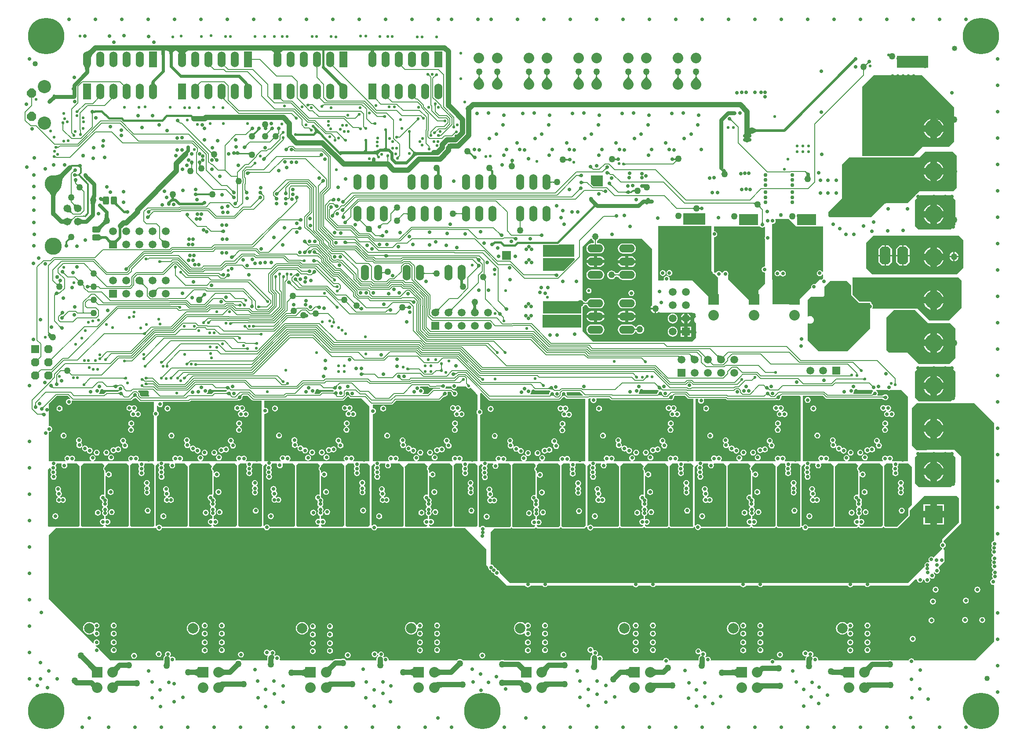
<source format=gbl>
G04*
G04 #@! TF.GenerationSoftware,Altium Limited,Altium Designer,21.0.8 (223)*
G04*
G04 Layer_Physical_Order=6*
G04 Layer_Color=16711680*
%FSLAX25Y25*%
%MOIN*%
G70*
G04*
G04 #@! TF.SameCoordinates,5566C36B-964F-41A9-A7E5-395C2F312E01*
G04*
G04*
G04 #@! TF.FilePolarity,Positive*
G04*
G01*
G75*
%ADD11C,0.01000*%
%ADD12C,0.00800*%
%ADD16C,0.01200*%
%ADD20C,0.02400*%
%ADD25C,0.00600*%
%ADD29C,0.00700*%
G04:AMPARAMS|DCode=270|XSize=40mil|YSize=40mil|CornerRadius=20mil|HoleSize=0mil|Usage=FLASHONLY|Rotation=180.000|XOffset=0mil|YOffset=0mil|HoleType=Round|Shape=RoundedRectangle|*
%AMROUNDEDRECTD270*
21,1,0.04000,0.00000,0,0,180.0*
21,1,0.00000,0.04000,0,0,180.0*
1,1,0.04000,0.00000,0.00000*
1,1,0.04000,0.00000,0.00000*
1,1,0.04000,0.00000,0.00000*
1,1,0.04000,0.00000,0.00000*
%
%ADD270ROUNDEDRECTD270*%
%ADD292R,0.08000X0.08000*%
%ADD306C,0.02800*%
%ADD308C,0.01500*%
%ADD309C,0.03000*%
%ADD310C,0.02200*%
%ADD311C,0.02000*%
%ADD313C,0.01600*%
%ADD314C,0.04000*%
%ADD315C,0.00650*%
%ADD317C,0.00655*%
%ADD321C,0.01010*%
%ADD323C,0.01800*%
%ADD327C,0.05000*%
%ADD334R,0.05906X0.05906*%
%ADD335C,0.05906*%
%ADD336P,0.06711X8X292.5*%
%ADD337R,0.06200X0.06200*%
%ADD338O,0.06000X0.12000*%
%ADD339R,0.06000X0.12000*%
%ADD340C,0.27559*%
%ADD341C,0.08000*%
%ADD342O,0.13598X0.13600*%
%ADD343R,0.13598X0.13600*%
%ADD344O,0.12000X0.06000*%
%ADD345R,0.05906X0.05906*%
G04:AMPARAMS|DCode=346|XSize=133mil|YSize=83mil|CornerRadius=0mil|HoleSize=0mil|Usage=FLASHONLY|Rotation=180.000|XOffset=0mil|YOffset=0mil|HoleType=Round|Shape=Octagon|*
%AMOCTAGOND346*
4,1,8,-0.06650,0.02075,-0.06650,-0.02075,-0.04575,-0.04150,0.04575,-0.04150,0.06650,-0.02075,0.06650,0.02075,0.04575,0.04150,-0.04575,0.04150,-0.06650,0.02075,0.0*
%
%ADD346OCTAGOND346*%

%ADD347C,0.10000*%
%ADD348P,0.07577X8X292.5*%
%ADD349C,0.13050*%
%ADD350C,0.05800*%
G04:AMPARAMS|DCode=351|XSize=133mil|YSize=83mil|CornerRadius=0mil|HoleSize=0mil|Usage=FLASHONLY|Rotation=90.000|XOffset=0mil|YOffset=0mil|HoleType=Round|Shape=Octagon|*
%AMOCTAGOND351*
4,1,8,0.02075,0.06650,-0.02075,0.06650,-0.04150,0.04575,-0.04150,-0.04575,-0.02075,-0.06650,0.02075,-0.06650,0.04150,-0.04575,0.04150,0.04575,0.02075,0.06650,0.0*
%
%ADD351OCTAGOND351*%

%ADD352C,0.02800*%
%ADD353C,0.02300*%
%ADD354C,0.07874*%
%ADD355C,0.02900*%
%ADD356C,0.03000*%
%ADD380C,0.05000*%
G04:AMPARAMS|DCode=381|XSize=50mil|YSize=50mil|CornerRadius=25mil|HoleSize=0mil|Usage=FLASHONLY|Rotation=0.000|XOffset=0mil|YOffset=0mil|HoleType=Round|Shape=RoundedRectangle|*
%AMROUNDEDRECTD381*
21,1,0.05000,0.00000,0,0,0.0*
21,1,0.00000,0.05000,0,0,0.0*
1,1,0.05000,0.00000,0.00000*
1,1,0.05000,0.00000,0.00000*
1,1,0.05000,0.00000,0.00000*
1,1,0.05000,0.00000,0.00000*
%
%ADD381ROUNDEDRECTD381*%
G04:AMPARAMS|DCode=382|XSize=50mil|YSize=50mil|CornerRadius=25mil|HoleSize=0mil|Usage=FLASHONLY|Rotation=270.000|XOffset=0mil|YOffset=0mil|HoleType=Round|Shape=RoundedRectangle|*
%AMROUNDEDRECTD382*
21,1,0.05000,0.00000,0,0,270.0*
21,1,0.00000,0.05000,0,0,270.0*
1,1,0.05000,0.00000,0.00000*
1,1,0.05000,0.00000,0.00000*
1,1,0.05000,0.00000,0.00000*
1,1,0.05000,0.00000,0.00000*
%
%ADD382ROUNDEDRECTD382*%
G04:AMPARAMS|DCode=383|XSize=46mil|YSize=63mil|CornerRadius=11.5mil|HoleSize=0mil|Usage=FLASHONLY|Rotation=90.000|XOffset=0mil|YOffset=0mil|HoleType=Round|Shape=RoundedRectangle|*
%AMROUNDEDRECTD383*
21,1,0.04600,0.04000,0,0,90.0*
21,1,0.02300,0.06300,0,0,90.0*
1,1,0.02300,0.02000,0.01150*
1,1,0.02300,0.02000,-0.01150*
1,1,0.02300,-0.02000,-0.01150*
1,1,0.02300,-0.02000,0.01150*
%
%ADD383ROUNDEDRECTD383*%
G04:AMPARAMS|DCode=384|XSize=46mil|YSize=63mil|CornerRadius=11.5mil|HoleSize=0mil|Usage=FLASHONLY|Rotation=180.000|XOffset=0mil|YOffset=0mil|HoleType=Round|Shape=RoundedRectangle|*
%AMROUNDEDRECTD384*
21,1,0.04600,0.04000,0,0,180.0*
21,1,0.02300,0.06300,0,0,180.0*
1,1,0.02300,-0.01150,0.02000*
1,1,0.02300,0.01150,0.02000*
1,1,0.02300,0.01150,-0.02000*
1,1,0.02300,-0.01150,-0.02000*
%
%ADD384ROUNDEDRECTD384*%
%ADD385C,0.02900*%
%ADD386C,0.03200*%
%ADD387R,0.07020X0.06708*%
G36*
X-494444Y398700D02*
X-495203Y398660D01*
X-495884Y398540D01*
X-496484Y398340D01*
X-497004Y398060D01*
X-497443Y397700D01*
X-497803Y397260D01*
X-498065Y396775D01*
X-498041Y396718D01*
X-497947Y396568D01*
X-498141D01*
X-498284Y396140D01*
X-498404Y395460D01*
X-498444Y394700D01*
X-502444D01*
X-502484Y395460D01*
X-502603Y396140D01*
X-502746Y396568D01*
X-502940D01*
X-502846Y396718D01*
X-502823Y396775D01*
X-503084Y397260D01*
X-503443Y397700D01*
X-503884Y398060D01*
X-504403Y398340D01*
X-505003Y398540D01*
X-505203Y398575D01*
X-505660Y398484D01*
X-506180Y398316D01*
X-506620Y398100D01*
X-506980Y397836D01*
X-507260Y397524D01*
X-507460Y397164D01*
X-507580Y396756D01*
X-507593Y396604D01*
X-507620Y395100D01*
X-510020D01*
X-510114Y396942D01*
X-510180Y397164D01*
X-510380Y397524D01*
X-510660Y397836D01*
X-511020Y398100D01*
X-511460Y398316D01*
X-511980Y398484D01*
X-512580Y398604D01*
X-513260Y398676D01*
X-513664Y398689D01*
X-513706Y398132D01*
X-513760Y395100D01*
X-516160D01*
X-516375Y399287D01*
X-513545D01*
X-513586Y399206D01*
X-513622Y399050D01*
X-513629Y399000D01*
X-508820Y402700D01*
X-504931Y399709D01*
X-500444Y402700D01*
X-494444Y398700D01*
D02*
G37*
G36*
X-355098Y399407D02*
X-355003Y398329D01*
X-354920Y397891D01*
X-354813Y397520D01*
X-354682Y397217D01*
X-354527Y396981D01*
X-354348Y396813D01*
X-354146Y396712D01*
X-353920Y396678D01*
X-358701D01*
X-358475Y396712D01*
X-358272Y396813D01*
X-358094Y396981D01*
X-357939Y397217D01*
X-357808Y397520D01*
X-357701Y397891D01*
X-357617Y398329D01*
X-357558Y398834D01*
X-357522Y399407D01*
X-357510Y400047D01*
X-355110D01*
X-355098Y399407D01*
D02*
G37*
G36*
X-422377Y398700D02*
X-423137Y398660D01*
X-423817Y398540D01*
X-424417Y398340D01*
X-424937Y398060D01*
X-425377Y397700D01*
X-425737Y397260D01*
X-425998Y396775D01*
X-425975Y396718D01*
X-425880Y396568D01*
X-426074D01*
X-426217Y396140D01*
X-426337Y395460D01*
X-426377Y394700D01*
X-430377D01*
X-430417Y395460D01*
X-430537Y396140D01*
X-430680Y396568D01*
X-430873D01*
X-430779Y396718D01*
X-430756Y396775D01*
X-431017Y397260D01*
X-431377Y397700D01*
X-431817Y398060D01*
X-432337Y398340D01*
X-432937Y398540D01*
X-433617Y398660D01*
X-434377Y398700D01*
X-428377Y402700D01*
X-422377Y398700D01*
D02*
G37*
G36*
X-566679Y397361D02*
X-567406Y396607D01*
X-568563Y395224D01*
X-568995Y394595D01*
X-569328Y394009D01*
X-569563Y393464D01*
X-569699Y392961D01*
X-569738Y392500D01*
X-569678Y392081D01*
X-569520Y391704D01*
X-573096Y397845D01*
X-572807Y397897D01*
X-572492Y398001D01*
X-572152Y398155D01*
X-571785Y398360D01*
X-571393Y398616D01*
X-570974Y398922D01*
X-570059Y399688D01*
X-569041Y400657D01*
X-566679Y397361D01*
D02*
G37*
G36*
X-447461Y392443D02*
X-447443Y392392D01*
X-447412Y392347D01*
X-447370Y392308D01*
X-447315Y392275D01*
X-447247Y392248D01*
X-447168Y392227D01*
X-447076Y392212D01*
X-446972Y392203D01*
X-446856Y392200D01*
Y391600D01*
X-446972Y391597D01*
X-447076Y391588D01*
X-447168Y391573D01*
X-447247Y391552D01*
X-447315Y391525D01*
X-447370Y391492D01*
X-447412Y391453D01*
X-447443Y391408D01*
X-447461Y391357D01*
X-447468Y391300D01*
Y392500D01*
X-447461Y392443D01*
D02*
G37*
G36*
X20468Y388834D02*
X20309Y388831D01*
X20158Y388819D01*
X20015Y388799D01*
X19879Y388770D01*
X19750Y388731D01*
X19630Y388684D01*
X19516Y388629D01*
X19411Y388564D01*
X19313Y388490D01*
X19222Y388408D01*
X18656Y388974D01*
X18739Y389064D01*
X18812Y389162D01*
X18877Y389268D01*
X18933Y389381D01*
X18980Y389502D01*
X19018Y389630D01*
X19047Y389766D01*
X19068Y389910D01*
X19079Y390061D01*
X19082Y390220D01*
X20468Y388834D01*
D02*
G37*
G36*
X18814Y388000D02*
X18713Y387894D01*
X18627Y387790D01*
X18554Y387690D01*
X18495Y387593D01*
X18450Y387498D01*
X18420Y387407D01*
X18403Y387318D01*
X18401Y387233D01*
X18412Y387151D01*
X18438Y387072D01*
X17377Y388269D01*
X17452Y388235D01*
X17530Y388216D01*
X17612Y388211D01*
X17698Y388222D01*
X17786Y388248D01*
X17879Y388288D01*
X17975Y388344D01*
X18074Y388415D01*
X18177Y388500D01*
X18283Y388601D01*
X18814Y388000D01*
D02*
G37*
G36*
X-467938Y387292D02*
X-467959Y387241D01*
X-467966Y387186D01*
X-467960Y387125D01*
X-467941Y387060D01*
X-467908Y386989D01*
X-467862Y386914D01*
X-467803Y386834D01*
X-467731Y386749D01*
X-467645Y386659D01*
X-468056Y386222D01*
X-468146Y386307D01*
X-468230Y386379D01*
X-468309Y386437D01*
X-468384Y386481D01*
X-468453Y386512D01*
X-468516Y386530D01*
X-468575Y386534D01*
X-468629Y386524D01*
X-468678Y386501D01*
X-468721Y386464D01*
X-467904Y387338D01*
X-467938Y387292D01*
D02*
G37*
G36*
X-333817Y387270D02*
X-333838Y387220D01*
X-333845Y387165D01*
X-333840Y387105D01*
X-333821Y387039D01*
X-333788Y386970D01*
X-333743Y386895D01*
X-333684Y386815D01*
X-333612Y386730D01*
X-333527Y386641D01*
X-333941Y386207D01*
X-334030Y386292D01*
X-334115Y386363D01*
X-334194Y386421D01*
X-334268Y386466D01*
X-334337Y386497D01*
X-334401Y386514D01*
X-334460Y386518D01*
X-334513Y386508D01*
X-334562Y386485D01*
X-334606Y386449D01*
X-333783Y387316D01*
X-333817Y387270D01*
D02*
G37*
G36*
X-385895Y387249D02*
X-385917Y387199D01*
X-385925Y387144D01*
X-385919Y387084D01*
X-385901Y387019D01*
X-385869Y386950D01*
X-385823Y386875D01*
X-385765Y386796D01*
X-385693Y386712D01*
X-385608Y386622D01*
X-386026Y386192D01*
X-386115Y386276D01*
X-386199Y386348D01*
X-386278Y386405D01*
X-386352Y386450D01*
X-386421Y386481D01*
X-386485Y386498D01*
X-386544Y386502D01*
X-386598Y386493D01*
X-386647Y386470D01*
X-386691Y386434D01*
X-385861Y387294D01*
X-385895Y387249D01*
D02*
G37*
G36*
X-478244Y386900D02*
X-478270Y386855D01*
X-478283Y386804D01*
X-478281Y386748D01*
X-478266Y386685D01*
X-478236Y386617D01*
X-478192Y386544D01*
X-478133Y386465D01*
X-478061Y386379D01*
X-477974Y386288D01*
X-478457Y385923D01*
X-478548Y386010D01*
X-478635Y386084D01*
X-478717Y386145D01*
X-478795Y386193D01*
X-478868Y386228D01*
X-478936Y386251D01*
X-479000Y386260D01*
X-479059Y386256D01*
X-479114Y386240D01*
X-479164Y386210D01*
X-478203Y386939D01*
X-478244Y386900D01*
D02*
G37*
G36*
X65224Y385600D02*
X41559D01*
Y394700D01*
X65224D01*
Y385600D01*
D02*
G37*
G36*
X-397837Y385965D02*
X-397887Y385945D01*
X-397932Y385913D01*
X-397970Y385868D01*
X-398003Y385810D01*
X-398029Y385739D01*
X-398050Y385655D01*
X-398065Y385559D01*
X-398074Y385450D01*
X-398077Y385327D01*
X-398677D01*
X-398680Y385450D01*
X-398689Y385559D01*
X-398704Y385655D01*
X-398724Y385739D01*
X-398751Y385810D01*
X-398784Y385868D01*
X-398822Y385913D01*
X-398867Y385945D01*
X-398917Y385965D01*
X-398973Y385971D01*
X-397780D01*
X-397837Y385965D01*
D02*
G37*
G36*
X-570203Y386974D02*
X-570372Y386687D01*
X-570522Y386369D01*
X-570651Y386022D01*
X-570761Y385645D01*
X-570851Y385239D01*
X-570921Y384802D01*
X-571000Y383840D01*
X-571010Y383314D01*
X-574010D01*
X-574020Y383840D01*
X-574100Y384802D01*
X-574170Y385239D01*
X-574259Y385645D01*
X-574369Y386022D01*
X-574499Y386369D01*
X-574648Y386687D01*
X-574817Y386974D01*
X-575007Y387232D01*
X-570014D01*
X-570203Y386974D01*
D02*
G37*
G36*
X16859Y383698D02*
X16791Y383652D01*
X16731Y383594D01*
X16679Y383523D01*
X16635Y383439D01*
X16599Y383343D01*
X16571Y383234D01*
X16551Y383113D01*
X16539Y382979D01*
X16535Y382832D01*
X15735D01*
X15731Y382979D01*
X15719Y383113D01*
X15699Y383234D01*
X15671Y383343D01*
X15635Y383439D01*
X15591Y383523D01*
X15539Y383594D01*
X15479Y383652D01*
X15411Y383698D01*
X15335Y383732D01*
X16935D01*
X16859Y383698D01*
D02*
G37*
G36*
X-312958Y380551D02*
X-312949Y380420D01*
X-312933Y380297D01*
X-312910Y380181D01*
X-312880Y380073D01*
X-312843Y379971D01*
X-312799Y379877D01*
X-312748Y379791D01*
X-312690Y379711D01*
X-312625Y379639D01*
X-313049Y379215D01*
X-313122Y379280D01*
X-313201Y379338D01*
X-313288Y379389D01*
X-313382Y379433D01*
X-313483Y379470D01*
X-313591Y379500D01*
X-313707Y379523D01*
X-313830Y379539D01*
X-313961Y379548D01*
X-314099Y379550D01*
X-312960Y380689D01*
X-312958Y380551D01*
D02*
G37*
G36*
X-307622Y379250D02*
X-307759Y379248D01*
X-307890Y379239D01*
X-308013Y379223D01*
X-308129Y379200D01*
X-308238Y379170D01*
X-308339Y379133D01*
X-308433Y379089D01*
X-308520Y379038D01*
X-308599Y378980D01*
X-308671Y378915D01*
X-309095Y379339D01*
X-309030Y379411D01*
X-308972Y379491D01*
X-308921Y379577D01*
X-308877Y379671D01*
X-308840Y379773D01*
X-308810Y379881D01*
X-308787Y379997D01*
X-308771Y380120D01*
X-308762Y380251D01*
X-308760Y380388D01*
X-307622Y379250D01*
D02*
G37*
G36*
X-110032Y380116D02*
X-110108Y380084D01*
X-110177Y380039D01*
X-110237Y379981D01*
X-110289Y379911D01*
X-110333Y379828D01*
X-110370Y379732D01*
X-110398Y379624D01*
X-110418Y379503D01*
X-110427Y379398D01*
X-110410Y379219D01*
X-110338Y378950D01*
X-110218Y378656D01*
X-110050Y378339D01*
X-109834Y377999D01*
X-109570Y377635D01*
X-108898Y376836D01*
X-108490Y376400D01*
X-108034Y375942D01*
X-113634D01*
X-113178Y376400D01*
X-112098Y377635D01*
X-111834Y377999D01*
X-111618Y378339D01*
X-111450Y378656D01*
X-111330Y378950D01*
X-111258Y379219D01*
X-111240Y379404D01*
X-111250Y379515D01*
X-111270Y379637D01*
X-111298Y379746D01*
X-111333Y379843D01*
X-111377Y379927D01*
X-111429Y379999D01*
X-111488Y380058D01*
X-111556Y380105D01*
X-111632Y380140D01*
X-110032Y380116D01*
D02*
G37*
G36*
X-223251Y380094D02*
X-223319Y380048D01*
X-223379Y379990D01*
X-223431Y379919D01*
X-223475Y379835D01*
X-223511Y379739D01*
X-223539Y379630D01*
X-223559Y379509D01*
X-223569Y379403D01*
X-223551Y379221D01*
X-223479Y378951D01*
X-223358Y378657D01*
X-223189Y378342D01*
X-222972Y378003D01*
X-222707Y377642D01*
X-222032Y376852D01*
X-221622Y376423D01*
X-221163Y375971D01*
X-226763Y375912D01*
X-226309Y376378D01*
X-225235Y377627D01*
X-224972Y377994D01*
X-224757Y378337D01*
X-224590Y378655D01*
X-224471Y378948D01*
X-224399Y379217D01*
X-224381Y379398D01*
X-224391Y379509D01*
X-224411Y379630D01*
X-224439Y379739D01*
X-224475Y379835D01*
X-224519Y379919D01*
X-224571Y379990D01*
X-224631Y380048D01*
X-224699Y380094D01*
X-224775Y380128D01*
X-223175D01*
X-223251Y380094D01*
D02*
G37*
G36*
X-199227D02*
X-199295Y380048D01*
X-199355Y379990D01*
X-199407Y379919D01*
X-199451Y379835D01*
X-199487Y379739D01*
X-199515Y379630D01*
X-199535Y379509D01*
X-199545Y379397D01*
X-199527Y379216D01*
X-199456Y378947D01*
X-199337Y378654D01*
X-199170Y378336D01*
X-198956Y377992D01*
X-198694Y377624D01*
X-198027Y376811D01*
X-197169Y375898D01*
X-202768Y375985D01*
X-202309Y376433D01*
X-201221Y377645D01*
X-200956Y378005D01*
X-200738Y378343D01*
X-200569Y378658D01*
X-200448Y378951D01*
X-200375Y379222D01*
X-200358Y379403D01*
X-200367Y379509D01*
X-200387Y379630D01*
X-200415Y379739D01*
X-200451Y379835D01*
X-200495Y379919D01*
X-200547Y379990D01*
X-200607Y380048D01*
X-200675Y380094D01*
X-200751Y380128D01*
X-199151D01*
X-199227Y380094D01*
D02*
G37*
G36*
X-147747D02*
X-147815Y380048D01*
X-147875Y379990D01*
X-147927Y379919D01*
X-147971Y379835D01*
X-148007Y379739D01*
X-148035Y379630D01*
X-148055Y379509D01*
X-148065Y379397D01*
X-148047Y379216D01*
X-147976Y378947D01*
X-147857Y378654D01*
X-147690Y378336D01*
X-147476Y377992D01*
X-147214Y377624D01*
X-146547Y376811D01*
X-145689Y375898D01*
X-151289Y375985D01*
X-150829Y376433D01*
X-149741Y377645D01*
X-149476Y378005D01*
X-149258Y378343D01*
X-149089Y378658D01*
X-148968Y378951D01*
X-148895Y379222D01*
X-148878Y379403D01*
X-148887Y379509D01*
X-148907Y379630D01*
X-148935Y379739D01*
X-148971Y379835D01*
X-149015Y379919D01*
X-149067Y379990D01*
X-149127Y380048D01*
X-149195Y380094D01*
X-149271Y380128D01*
X-147671D01*
X-147747Y380094D01*
D02*
G37*
G36*
X-185577D02*
X-185645Y380048D01*
X-185705Y379990D01*
X-185757Y379919D01*
X-185801Y379835D01*
X-185837Y379739D01*
X-185865Y379630D01*
X-185885Y379509D01*
X-185895Y379404D01*
X-185877Y379222D01*
X-185804Y378951D01*
X-185683Y378658D01*
X-185514Y378343D01*
X-185296Y378006D01*
X-185030Y377646D01*
X-184353Y376862D01*
X-183942Y376436D01*
X-183482Y375989D01*
X-189081Y375894D01*
X-188629Y376364D01*
X-187558Y377623D01*
X-187296Y377992D01*
X-187082Y378335D01*
X-186915Y378654D01*
X-186796Y378947D01*
X-186725Y379215D01*
X-186707Y379397D01*
X-186717Y379509D01*
X-186737Y379630D01*
X-186765Y379739D01*
X-186801Y379835D01*
X-186845Y379919D01*
X-186897Y379990D01*
X-186957Y380048D01*
X-187025Y380094D01*
X-187101Y380128D01*
X-185501D01*
X-185577Y380094D01*
D02*
G37*
G36*
X-123801D02*
X-123869Y380048D01*
X-123929Y379990D01*
X-123981Y379919D01*
X-124025Y379835D01*
X-124061Y379739D01*
X-124089Y379630D01*
X-124109Y379509D01*
X-124119Y379396D01*
X-124101Y379214D01*
X-124030Y378946D01*
X-123911Y378653D01*
X-123745Y378334D01*
X-123532Y377989D01*
X-123270Y377619D01*
X-122606Y376801D01*
X-121751Y375879D01*
X-127350Y376003D01*
X-126889Y376447D01*
X-125798Y377650D01*
X-125531Y378007D01*
X-125313Y378344D01*
X-125143Y378658D01*
X-125022Y378952D01*
X-124949Y379223D01*
X-124932Y379404D01*
X-124941Y379509D01*
X-124961Y379630D01*
X-124989Y379739D01*
X-125025Y379835D01*
X-125069Y379919D01*
X-125121Y379990D01*
X-125181Y380048D01*
X-125249Y380094D01*
X-125325Y380128D01*
X-123725D01*
X-123801Y380094D01*
D02*
G37*
G36*
X-274575D02*
X-274643Y380048D01*
X-274703Y379990D01*
X-274755Y379919D01*
X-274799Y379835D01*
X-274835Y379739D01*
X-274863Y379630D01*
X-274883Y379509D01*
X-274893Y379394D01*
X-274875Y379212D01*
X-274804Y378945D01*
X-274686Y378652D01*
X-274520Y378332D01*
X-274307Y377987D01*
X-274047Y377614D01*
X-273385Y376790D01*
X-272533Y375861D01*
X-278130Y376020D01*
X-277668Y376460D01*
X-276574Y377654D01*
X-276307Y378010D01*
X-276088Y378345D01*
X-275918Y378659D01*
X-275796Y378952D01*
X-275724Y379224D01*
X-275706Y379405D01*
X-275715Y379509D01*
X-275735Y379630D01*
X-275763Y379739D01*
X-275799Y379835D01*
X-275843Y379919D01*
X-275895Y379990D01*
X-275955Y380048D01*
X-276023Y380094D01*
X-276099Y380128D01*
X-274499D01*
X-274575Y380094D01*
D02*
G37*
G36*
X-236823D02*
X-236891Y380048D01*
X-236951Y379990D01*
X-237003Y379919D01*
X-237047Y379835D01*
X-237083Y379739D01*
X-237111Y379630D01*
X-237131Y379509D01*
X-237142Y379391D01*
X-237124Y379207D01*
X-237053Y378942D01*
X-236936Y378649D01*
X-236771Y378329D01*
X-236560Y377980D01*
X-236301Y377604D01*
X-235643Y376769D01*
X-234797Y375823D01*
X-240392Y376055D01*
X-239928Y376486D01*
X-238827Y377662D01*
X-238558Y378014D01*
X-238338Y378346D01*
X-238167Y378659D01*
X-238045Y378952D01*
X-237972Y379225D01*
X-237954Y379407D01*
X-237963Y379509D01*
X-237983Y379630D01*
X-238011Y379739D01*
X-238047Y379835D01*
X-238091Y379919D01*
X-238143Y379990D01*
X-238203Y380048D01*
X-238271Y380094D01*
X-238347Y380128D01*
X-236747D01*
X-236823Y380094D01*
D02*
G37*
G36*
X-161397D02*
X-161465Y380048D01*
X-161525Y379990D01*
X-161577Y379919D01*
X-161621Y379835D01*
X-161657Y379739D01*
X-161685Y379630D01*
X-161705Y379509D01*
X-161716Y379389D01*
X-161698Y379205D01*
X-161627Y378941D01*
X-161510Y378648D01*
X-161346Y378327D01*
X-161136Y377977D01*
X-160878Y377599D01*
X-160222Y376758D01*
X-159379Y375804D01*
X-164973Y376073D01*
X-164507Y376500D01*
X-163404Y377666D01*
X-163134Y378016D01*
X-162913Y378347D01*
X-162742Y378659D01*
X-162619Y378952D01*
X-162546Y379225D01*
X-162528Y379408D01*
X-162537Y379509D01*
X-162557Y379630D01*
X-162585Y379739D01*
X-162621Y379835D01*
X-162665Y379919D01*
X-162717Y379990D01*
X-162777Y380048D01*
X-162845Y380094D01*
X-162921Y380128D01*
X-161321D01*
X-161397Y380094D01*
D02*
G37*
G36*
X-260691D02*
X-260759Y380048D01*
X-260819Y379990D01*
X-260871Y379919D01*
X-260915Y379835D01*
X-260951Y379739D01*
X-260979Y379630D01*
X-260999Y379509D01*
X-261010Y379387D01*
X-260992Y379203D01*
X-260922Y378939D01*
X-260805Y378646D01*
X-260642Y378324D01*
X-260432Y377974D01*
X-260175Y377594D01*
X-259522Y376747D01*
X-258682Y375785D01*
X-264273Y376090D01*
X-263806Y376513D01*
X-262700Y377669D01*
X-262430Y378018D01*
X-262209Y378348D01*
X-262036Y378659D01*
X-261913Y378952D01*
X-261840Y379226D01*
X-261822Y379408D01*
X-261831Y379509D01*
X-261851Y379630D01*
X-261879Y379739D01*
X-261915Y379835D01*
X-261959Y379919D01*
X-262011Y379990D01*
X-262071Y380048D01*
X-262139Y380094D01*
X-262215Y380128D01*
X-260615D01*
X-260691Y380094D01*
D02*
G37*
G36*
X-521305Y374875D02*
X-521232Y373868D01*
X-521188Y373622D01*
X-521134Y373421D01*
X-521070Y373264D01*
X-520997Y373152D01*
X-520913Y373085D01*
X-520820Y373063D01*
X-524200D01*
X-524107Y373085D01*
X-524024Y373152D01*
X-523950Y373264D01*
X-523887Y373421D01*
X-523833Y373622D01*
X-523789Y373868D01*
X-523754Y374159D01*
X-523715Y374875D01*
X-523710Y375300D01*
X-521310D01*
X-521305Y374875D01*
D02*
G37*
G36*
X-487690Y372896D02*
X-487775Y372807D01*
X-487846Y372723D01*
X-487904Y372644D01*
X-487949Y372570D01*
X-487981Y372501D01*
X-487999Y372436D01*
X-488004Y372377D01*
X-487995Y372322D01*
X-487974Y372272D01*
X-487939Y372228D01*
X-488776Y373081D01*
X-488731Y373045D01*
X-488682Y373023D01*
X-488628Y373013D01*
X-488569Y373018D01*
X-488505Y373035D01*
X-488436Y373066D01*
X-488362Y373110D01*
X-488283Y373168D01*
X-488200Y373239D01*
X-488111Y373323D01*
X-487690Y372896D01*
D02*
G37*
G36*
X-545138Y372856D02*
X-545055Y372786D01*
X-544978Y372730D01*
X-544907Y372688D01*
X-544841Y372661D01*
X-544781Y372647D01*
X-544727Y372648D01*
X-544678Y372663D01*
X-544636Y372692D01*
X-544599Y372736D01*
X-545278Y371727D01*
X-545251Y371779D01*
X-545236Y371835D01*
X-545234Y371896D01*
X-545244Y371960D01*
X-545267Y372028D01*
X-545302Y372101D01*
X-545350Y372178D01*
X-545411Y372259D01*
X-545483Y372345D01*
X-545569Y372434D01*
X-545227Y372941D01*
X-545138Y372856D01*
D02*
G37*
G36*
X-380755Y374859D02*
X-380462Y374615D01*
X-380159Y374396D01*
X-379848Y374202D01*
X-379528Y374031D01*
X-379198Y373885D01*
X-378860Y373764D01*
X-378513Y373666D01*
X-378156Y373593D01*
X-377791Y373545D01*
X-381367Y370375D01*
X-381221Y370549D01*
X-381139Y370754D01*
X-381122Y370989D01*
X-381170Y371256D01*
X-381283Y371554D01*
X-381460Y371883D01*
X-381701Y372243D01*
X-382008Y372633D01*
X-382379Y373055D01*
X-382815Y373508D01*
X-381040Y375127D01*
X-380755Y374859D01*
D02*
G37*
G36*
X-614030Y362844D02*
X-614081Y362826D01*
X-614126Y362795D01*
X-614165Y362752D01*
X-614198Y362697D01*
X-614225Y362630D01*
X-614246Y362550D01*
X-614261Y362458D01*
X-614270Y362354D01*
X-614273Y362238D01*
X-614873D01*
X-614876Y362354D01*
X-614885Y362458D01*
X-614900Y362550D01*
X-614921Y362630D01*
X-614948Y362697D01*
X-614981Y362752D01*
X-615020Y362795D01*
X-615065Y362826D01*
X-615116Y362844D01*
X-615173Y362850D01*
X-613973D01*
X-614030Y362844D01*
D02*
G37*
G36*
X-323709Y363163D02*
X-323727Y363109D01*
X-323732Y363051D01*
X-323723Y362988D01*
X-323701Y362920D01*
X-323666Y362847D01*
X-323617Y362769D01*
X-323555Y362686D01*
X-323480Y362598D01*
X-323391Y362505D01*
X-323776Y362042D01*
X-323868Y362129D01*
X-323955Y362203D01*
X-324035Y362263D01*
X-324110Y362308D01*
X-324180Y362339D01*
X-324243Y362357D01*
X-324301Y362360D01*
X-324354Y362349D01*
X-324400Y362323D01*
X-324441Y362284D01*
X-323678Y363211D01*
X-323709Y363163D01*
D02*
G37*
G36*
X-563834Y361933D02*
X-563883Y361963D01*
X-563937Y361981D01*
X-563996Y361984D01*
X-564059Y361976D01*
X-564128Y361953D01*
X-564201Y361918D01*
X-564279Y361870D01*
X-564361Y361808D01*
X-564448Y361734D01*
X-564540Y361646D01*
X-565016Y362019D01*
X-564929Y362110D01*
X-564856Y362196D01*
X-564797Y362276D01*
X-564752Y362350D01*
X-564721Y362419D01*
X-564705Y362482D01*
X-564703Y362539D01*
X-564715Y362590D01*
X-564741Y362636D01*
X-564781Y362676D01*
X-563834Y361933D01*
D02*
G37*
G36*
X-395883Y362970D02*
X-395904Y362920D01*
X-395912Y362865D01*
X-395906Y362805D01*
X-395887Y362739D01*
X-395855Y362670D01*
X-395810Y362595D01*
X-395751Y362515D01*
X-395679Y362430D01*
X-395593Y362341D01*
X-396008Y361907D01*
X-396097Y361992D01*
X-396181Y362063D01*
X-396260Y362121D01*
X-396334Y362166D01*
X-396403Y362197D01*
X-396467Y362214D01*
X-396526Y362218D01*
X-396580Y362209D01*
X-396629Y362185D01*
X-396673Y362149D01*
X-395849Y363016D01*
X-395883Y362970D01*
D02*
G37*
G36*
X-553484Y361786D02*
X-553538Y361810D01*
X-553597Y361823D01*
X-553659Y361823D01*
X-553726Y361810D01*
X-553797Y361785D01*
X-553872Y361747D01*
X-553951Y361697D01*
X-554035Y361634D01*
X-554122Y361559D01*
X-554214Y361472D01*
X-554741Y361793D01*
X-554656Y361883D01*
X-554584Y361967D01*
X-554528Y362045D01*
X-554486Y362117D01*
X-554459Y362182D01*
X-554446Y362242D01*
X-554448Y362295D01*
X-554465Y362342D01*
X-554496Y362383D01*
X-554542Y362418D01*
X-553484Y361786D01*
D02*
G37*
G36*
X-343942Y362798D02*
X-343965Y362750D01*
X-343975Y362697D01*
X-343972Y362638D01*
X-343954Y362574D01*
X-343923Y362505D01*
X-343879Y362431D01*
X-343820Y362351D01*
X-343748Y362266D01*
X-343662Y362176D01*
X-344106Y361771D01*
X-344196Y361858D01*
X-344282Y361931D01*
X-344363Y361991D01*
X-344439Y362037D01*
X-344510Y362071D01*
X-344576Y362090D01*
X-344637Y362097D01*
X-344693Y362091D01*
X-344745Y362071D01*
X-344791Y362037D01*
X-343904Y362841D01*
X-343942Y362798D01*
D02*
G37*
G36*
X-468383Y362442D02*
X-468413Y362400D01*
X-468429Y362352D01*
X-468431Y362298D01*
X-468418Y362239D01*
X-468391Y362173D01*
X-468350Y362102D01*
X-468294Y362025D01*
X-468224Y361942D01*
X-468139Y361853D01*
X-468653Y361518D01*
X-468743Y361604D01*
X-468829Y361678D01*
X-468911Y361739D01*
X-468988Y361787D01*
X-469062Y361823D01*
X-469131Y361847D01*
X-469197Y361858D01*
X-469258Y361857D01*
X-469314Y361843D01*
X-469367Y361817D01*
X-468338Y362478D01*
X-468383Y362442D01*
D02*
G37*
G36*
X-353357Y362388D02*
X-353375Y362334D01*
X-353376Y362271D01*
X-353359Y362199D01*
X-353326Y362119D01*
X-353274Y362030D01*
X-353206Y361932D01*
X-353121Y361825D01*
X-352898Y361585D01*
X-353349Y361188D01*
X-353471Y361305D01*
X-353690Y361490D01*
X-353787Y361558D01*
X-353876Y361609D01*
X-353957Y361643D01*
X-354029Y361660D01*
X-354094Y361661D01*
X-354150Y361645D01*
X-354198Y361612D01*
X-353322Y362434D01*
X-353357Y362388D01*
D02*
G37*
G36*
X-425424Y362572D02*
X-425428Y362506D01*
X-425412Y362428D01*
X-425376Y362339D01*
X-425321Y362239D01*
X-425247Y362127D01*
X-425152Y362004D01*
X-424905Y361724D01*
X-424753Y361567D01*
X-425222Y361188D01*
X-425354Y361315D01*
X-425586Y361514D01*
X-425686Y361586D01*
X-425776Y361639D01*
X-425856Y361673D01*
X-425925Y361689D01*
X-425984Y361686D01*
X-426032Y361664D01*
X-426071Y361624D01*
X-425401Y362627D01*
X-425424Y362572D01*
D02*
G37*
G36*
X-392903Y357253D02*
X-392964Y357186D01*
X-393022Y357110D01*
X-393076Y357026D01*
X-393126Y356933D01*
X-393172Y356832D01*
X-393215Y356722D01*
X-393290Y356477D01*
X-393321Y356342D01*
X-393350Y356198D01*
X-394257Y357528D01*
X-394130Y357507D01*
X-394009Y357496D01*
X-393893Y357494D01*
X-393783Y357503D01*
X-393679Y357521D01*
X-393580Y357549D01*
X-393488Y357587D01*
X-393401Y357635D01*
X-393320Y357693D01*
X-393245Y357760D01*
X-392903Y357253D01*
D02*
G37*
G36*
X-404321Y358253D02*
X-404090Y358113D01*
X-403980Y358057D01*
X-403873Y358009D01*
X-403768Y357970D01*
X-403668Y357939D01*
X-403570Y357917D01*
X-403476Y357904D01*
X-403385Y357900D01*
X-403275Y357300D01*
X-403375Y357295D01*
X-403473Y357278D01*
X-403569Y357250D01*
X-403661Y357212D01*
X-403751Y357162D01*
X-403839Y357102D01*
X-403923Y357031D01*
X-404005Y356948D01*
X-404085Y356855D01*
X-404162Y356750D01*
X-404441Y358336D01*
X-404321Y358253D01*
D02*
G37*
G36*
X-308001Y357280D02*
X-308087Y357181D01*
X-308163Y357083D01*
X-308228Y356984D01*
X-308284Y356887D01*
X-308329Y356789D01*
X-308365Y356691D01*
X-308390Y356594D01*
X-308405Y356497D01*
X-308410Y356400D01*
X-309010D01*
X-309015Y356497D01*
X-309030Y356594D01*
X-309056Y356691D01*
X-309091Y356789D01*
X-309137Y356887D01*
X-309192Y356984D01*
X-309258Y357083D01*
X-309333Y357181D01*
X-309419Y357280D01*
X-309515Y357379D01*
X-307905D01*
X-308001Y357280D01*
D02*
G37*
G36*
X-578774Y353059D02*
X-578834Y352994D01*
X-578891Y352920D01*
X-578945Y352837D01*
X-578997Y352745D01*
X-579046Y352645D01*
X-579137Y352417D01*
X-579178Y352290D01*
X-579254Y352009D01*
X-580087Y353387D01*
X-579963Y353360D01*
X-579845Y353344D01*
X-579732Y353338D01*
X-579625Y353342D01*
X-579522Y353357D01*
X-579425Y353383D01*
X-579333Y353419D01*
X-579247Y353466D01*
X-579166Y353524D01*
X-579090Y353592D01*
X-578774Y353059D01*
D02*
G37*
G36*
X-568037Y351683D02*
X-568095Y351576D01*
X-568145Y351441D01*
X-568156Y351400D01*
X-567630D01*
X-567759Y351268D01*
X-567977Y351012D01*
X-568065Y350887D01*
X-568140Y350765D01*
X-568201Y350645D01*
X-568249Y350529D01*
X-568283Y350414D01*
X-568297Y350335D01*
X-568310Y349751D01*
X-568910D01*
X-568914Y350073D01*
X-568942Y350429D01*
X-568971Y350529D01*
X-569019Y350645D01*
X-569080Y350765D01*
X-569155Y350887D01*
X-569243Y351012D01*
X-569345Y351139D01*
X-569590Y351400D01*
X-569064D01*
X-569075Y351441D01*
X-569126Y351576D01*
X-569183Y351683D01*
X-569247Y351764D01*
X-567973D01*
X-568037Y351683D01*
D02*
G37*
G36*
X-366222Y349150D02*
X-366359Y349148D01*
X-366490Y349139D01*
X-366613Y349123D01*
X-366729Y349100D01*
X-366838Y349070D01*
X-366939Y349033D01*
X-367033Y348989D01*
X-367120Y348938D01*
X-367199Y348880D01*
X-367271Y348815D01*
X-367695Y349239D01*
X-367630Y349311D01*
X-367572Y349391D01*
X-367521Y349477D01*
X-367477Y349571D01*
X-367440Y349673D01*
X-367410Y349781D01*
X-367387Y349897D01*
X-367371Y350020D01*
X-367362Y350151D01*
X-367360Y350289D01*
X-366222Y349150D01*
D02*
G37*
G36*
X-347832Y347895D02*
X-347930Y347991D01*
X-348029Y348077D01*
X-348128Y348153D01*
X-348226Y348218D01*
X-348324Y348274D01*
X-348422Y348319D01*
X-348519Y348355D01*
X-348616Y348380D01*
X-348713Y348395D01*
X-348810Y348400D01*
Y349000D01*
X-348713Y349005D01*
X-348616Y349020D01*
X-348519Y349045D01*
X-348422Y349081D01*
X-348324Y349126D01*
X-348226Y349182D01*
X-348128Y349248D01*
X-348029Y349323D01*
X-347930Y349409D01*
X-347832Y349505D01*
Y347895D01*
D02*
G37*
G36*
X-414899Y348720D02*
X-414819Y348662D01*
X-414733Y348611D01*
X-414639Y348567D01*
X-414538Y348530D01*
X-414429Y348500D01*
X-414313Y348477D01*
X-414190Y348461D01*
X-414059Y348452D01*
X-413922Y348450D01*
X-415060Y347311D01*
X-415062Y347449D01*
X-415071Y347580D01*
X-415087Y347703D01*
X-415110Y347819D01*
X-415140Y347927D01*
X-415177Y348029D01*
X-415221Y348123D01*
X-415272Y348209D01*
X-415330Y348289D01*
X-415395Y348361D01*
X-414971Y348785D01*
X-414899Y348720D01*
D02*
G37*
G36*
X-318499Y348620D02*
X-318420Y348562D01*
X-318333Y348511D01*
X-318239Y348467D01*
X-318138Y348430D01*
X-318029Y348400D01*
X-317913Y348377D01*
X-317790Y348361D01*
X-317659Y348352D01*
X-317522Y348350D01*
X-318660Y347212D01*
X-318662Y347349D01*
X-318671Y347480D01*
X-318687Y347603D01*
X-318710Y347719D01*
X-318740Y347827D01*
X-318777Y347929D01*
X-318821Y348023D01*
X-318872Y348109D01*
X-318930Y348189D01*
X-318995Y348261D01*
X-318571Y348685D01*
X-318499Y348620D01*
D02*
G37*
G36*
X-492387Y348851D02*
X-491954Y348475D01*
X-491893Y348436D01*
X-491842Y348409D01*
X-491799Y348394D01*
X-491765Y348391D01*
X-493004Y346872D01*
X-493011Y346889D01*
X-493030Y346916D01*
X-493060Y346953D01*
X-493222Y347131D01*
X-493602Y347519D01*
X-492500Y348962D01*
X-492387Y348851D01*
D02*
G37*
G36*
X-321287Y345772D02*
X-321431Y345741D01*
X-321693Y345669D01*
X-321812Y345628D01*
X-322022Y345537D01*
X-322115Y345486D01*
X-322199Y345432D01*
X-322274Y345375D01*
X-322340Y345314D01*
X-322856Y345647D01*
X-322789Y345722D01*
X-322731Y345803D01*
X-322684Y345890D01*
X-322646Y345982D01*
X-322619Y346080D01*
X-322602Y346184D01*
X-322594Y346293D01*
X-322597Y346408D01*
X-322610Y346528D01*
X-322634Y346654D01*
X-321287Y345772D01*
D02*
G37*
G36*
X-84129Y346817D02*
X-84016Y346314D01*
X-83969Y346172D01*
X-83919Y346044D01*
X-83864Y345928D01*
X-83805Y345826D01*
X-83741Y345736D01*
X-83673Y345660D01*
X-84034Y345172D01*
X-84121Y345248D01*
X-84216Y345313D01*
X-84322Y345367D01*
X-84437Y345410D01*
X-84562Y345442D01*
X-84696Y345464D01*
X-84840Y345474D01*
X-84994Y345474D01*
X-85158Y345463D01*
X-85331Y345440D01*
X-84158Y347011D01*
X-84129Y346817D01*
D02*
G37*
G36*
X-301932Y344495D02*
X-302030Y344591D01*
X-302129Y344677D01*
X-302227Y344753D01*
X-302326Y344818D01*
X-302424Y344874D01*
X-302521Y344919D01*
X-302619Y344955D01*
X-302716Y344980D01*
X-302814Y344995D01*
X-302910Y345000D01*
Y345600D01*
X-302814Y345605D01*
X-302716Y345620D01*
X-302619Y345645D01*
X-302521Y345681D01*
X-302424Y345726D01*
X-302326Y345782D01*
X-302227Y345848D01*
X-302129Y345923D01*
X-302030Y346009D01*
X-301932Y346105D01*
Y344495D01*
D02*
G37*
G36*
X-502540Y345358D02*
X-502529Y345030D01*
X-502510Y344882D01*
X-502482Y344744D01*
X-502444Y344617D01*
X-502398Y344501D01*
X-502342Y344396D01*
X-502277Y344301D01*
X-502203Y344217D01*
X-502653Y343819D01*
X-502733Y343889D01*
X-502825Y343954D01*
X-502930Y344012D01*
X-503046Y344063D01*
X-503174Y344109D01*
X-503315Y344147D01*
X-503468Y344179D01*
X-503632Y344205D01*
X-503997Y344237D01*
X-502532Y345539D01*
X-502540Y345358D01*
D02*
G37*
G36*
X-355031Y342495D02*
X-355130Y342591D01*
X-355229Y342677D01*
X-355328Y342753D01*
X-355426Y342818D01*
X-355524Y342874D01*
X-355622Y342919D01*
X-355719Y342955D01*
X-355816Y342980D01*
X-355913Y342995D01*
X-356010Y343000D01*
Y343600D01*
X-355913Y343605D01*
X-355816Y343620D01*
X-355719Y343646D01*
X-355622Y343681D01*
X-355524Y343726D01*
X-355426Y343782D01*
X-355328Y343847D01*
X-355229Y343923D01*
X-355130Y344009D01*
X-355031Y344105D01*
Y342495D01*
D02*
G37*
G36*
X-590101Y343080D02*
X-590187Y342981D01*
X-590263Y342883D01*
X-590328Y342785D01*
X-590384Y342687D01*
X-590429Y342589D01*
X-590465Y342491D01*
X-590490Y342394D01*
X-590505Y342297D01*
X-590510Y342200D01*
X-591110D01*
X-591115Y342297D01*
X-591130Y342394D01*
X-591156Y342491D01*
X-591191Y342589D01*
X-591236Y342687D01*
X-591292Y342785D01*
X-591358Y342883D01*
X-591433Y342981D01*
X-591519Y343080D01*
X-591615Y343179D01*
X-590005D01*
X-590101Y343080D01*
D02*
G37*
G36*
X-294110Y342267D02*
X-294106Y342173D01*
X-294091Y342077D01*
X-294068Y341979D01*
X-294035Y341880D01*
X-293992Y341779D01*
X-293940Y341676D01*
X-293878Y341571D01*
X-293807Y341465D01*
X-293637Y341247D01*
X-295241Y341387D01*
X-295140Y341475D01*
X-295050Y341564D01*
X-294970Y341655D01*
X-294901Y341746D01*
X-294843Y341839D01*
X-294795Y341933D01*
X-294758Y342028D01*
X-294731Y342125D01*
X-294715Y342223D01*
X-294710Y342322D01*
X-294110Y342267D01*
D02*
G37*
G36*
X-362350Y340919D02*
X-362270Y340861D01*
X-362184Y340810D01*
X-362090Y340766D01*
X-361988Y340729D01*
X-361880Y340699D01*
X-361764Y340676D01*
X-361641Y340660D01*
X-361510Y340651D01*
X-361372Y340649D01*
X-362511Y339511D01*
X-362513Y339649D01*
X-362522Y339779D01*
X-362538Y339902D01*
X-362561Y340018D01*
X-362591Y340127D01*
X-362628Y340228D01*
X-362672Y340322D01*
X-362723Y340408D01*
X-362781Y340488D01*
X-362846Y340560D01*
X-362422Y340984D01*
X-362350Y340919D01*
D02*
G37*
G36*
X-366301Y340333D02*
X-366234Y340280D01*
X-366167Y340236D01*
X-366101Y340201D01*
X-366034Y340176D01*
X-365967Y340159D01*
X-365899Y340151D01*
X-365832Y340153D01*
X-365765Y340163D01*
X-365698Y340183D01*
X-366453Y339231D01*
X-366449Y339303D01*
X-366453Y339375D01*
X-366466Y339448D01*
X-366487Y339522D01*
X-366517Y339596D01*
X-366555Y339670D01*
X-366601Y339745D01*
X-366656Y339820D01*
X-366720Y339895D01*
X-366792Y339971D01*
X-366367Y340395D01*
X-366301Y340333D01*
D02*
G37*
G36*
X-403471Y339726D02*
X-403396Y339669D01*
X-403313Y339615D01*
X-403220Y339564D01*
X-403119Y339517D01*
X-403010Y339472D01*
X-402765Y339394D01*
X-402629Y339359D01*
X-402485Y339328D01*
X-403833Y338448D01*
X-403810Y338574D01*
X-403797Y338694D01*
X-403793Y338809D01*
X-403800Y338918D01*
X-403818Y339021D01*
X-403845Y339119D01*
X-403882Y339212D01*
X-403930Y339298D01*
X-403987Y339380D01*
X-404055Y339455D01*
X-403538Y339787D01*
X-403471Y339726D01*
D02*
G37*
G36*
X-447287Y338263D02*
X-447472Y338261D01*
X-447807Y338234D01*
X-447958Y338208D01*
X-448097Y338175D01*
X-448225Y338134D01*
X-448341Y338085D01*
X-448446Y338028D01*
X-448540Y337963D01*
X-448622Y337890D01*
X-449046Y338314D01*
X-448974Y338397D01*
X-448909Y338490D01*
X-448852Y338595D01*
X-448803Y338712D01*
X-448762Y338839D01*
X-448728Y338979D01*
X-448703Y339129D01*
X-448685Y339291D01*
X-448673Y339649D01*
X-447287Y338263D01*
D02*
G37*
G36*
X-432309Y338258D02*
X-432494Y338256D01*
X-432829Y338229D01*
X-432980Y338203D01*
X-433119Y338170D01*
X-433247Y338128D01*
X-433363Y338079D01*
X-433468Y338022D01*
X-433562Y337958D01*
X-433644Y337885D01*
X-434068Y338309D01*
X-433996Y338392D01*
X-433931Y338485D01*
X-433874Y338590D01*
X-433825Y338707D01*
X-433784Y338834D01*
X-433750Y338974D01*
X-433725Y339124D01*
X-433707Y339286D01*
X-433695Y339644D01*
X-432309Y338258D01*
D02*
G37*
G36*
X-442031Y338305D02*
X-442164Y338280D01*
X-442292Y338248D01*
X-442416Y338209D01*
X-442536Y338163D01*
X-442652Y338109D01*
X-442764Y338049D01*
X-442871Y337981D01*
X-442975Y337905D01*
X-443075Y337823D01*
X-443170Y337733D01*
X-444004Y338314D01*
X-443912Y338413D01*
X-443832Y338516D01*
X-443764Y338621D01*
X-443708Y338730D01*
X-443664Y338842D01*
X-443632Y338956D01*
X-443613Y339074D01*
X-443605Y339194D01*
X-443610Y339318D01*
X-443626Y339444D01*
X-442031Y338305D01*
D02*
G37*
G36*
X-426418Y338606D02*
X-426636Y338350D01*
X-426724Y338225D01*
X-426799Y338103D01*
X-426860Y337983D01*
X-426908Y337866D01*
X-426942Y337752D01*
X-426962Y337640D01*
X-426969Y337530D01*
X-427569D01*
X-427576Y337640D01*
X-427596Y337752D01*
X-427630Y337866D01*
X-427678Y337983D01*
X-427739Y338103D01*
X-427814Y338225D01*
X-427902Y338350D01*
X-428004Y338477D01*
X-428249Y338738D01*
X-426289D01*
X-426418Y338606D01*
D02*
G37*
G36*
X-345318Y338066D02*
X-345338Y338016D01*
X-345355Y337956D01*
X-345370Y337887D01*
X-345382Y337808D01*
X-345401Y337621D01*
X-345410Y337395D01*
X-345411Y337268D01*
X-346611Y336948D01*
X-346614Y337073D01*
X-346634Y337293D01*
X-346652Y337389D01*
X-346675Y337475D01*
X-346704Y337551D01*
X-346737Y337617D01*
X-346776Y337673D01*
X-346819Y337720D01*
X-346868Y337757D01*
X-345296Y338106D01*
X-345318Y338066D01*
D02*
G37*
G36*
X-307725Y337161D02*
X-307790Y337089D01*
X-307848Y337009D01*
X-307899Y336923D01*
X-307943Y336829D01*
X-307980Y336727D01*
X-308010Y336619D01*
X-308033Y336503D01*
X-308049Y336380D01*
X-308058Y336249D01*
X-308060Y336111D01*
X-309199Y337250D01*
X-309061Y337252D01*
X-308930Y337261D01*
X-308807Y337277D01*
X-308691Y337300D01*
X-308583Y337330D01*
X-308482Y337367D01*
X-308388Y337411D01*
X-308301Y337462D01*
X-308222Y337520D01*
X-308149Y337585D01*
X-307725Y337161D01*
D02*
G37*
G36*
X-445018Y335885D02*
X-445142Y335754D01*
X-445248Y335626D01*
X-445335Y335502D01*
X-445405Y335382D01*
X-445456Y335265D01*
X-445489Y335152D01*
X-445504Y335042D01*
X-445501Y334936D01*
X-445479Y334834D01*
X-445440Y334735D01*
X-446978Y336013D01*
X-446872Y335991D01*
X-446764Y335985D01*
X-446652Y335995D01*
X-446538Y336022D01*
X-446420Y336065D01*
X-446300Y336125D01*
X-446177Y336200D01*
X-446052Y336293D01*
X-445923Y336401D01*
X-445792Y336526D01*
X-445018Y335885D01*
D02*
G37*
G36*
X-66834Y339750D02*
X-66566Y339580D01*
X-66294Y339431D01*
X-66019Y339301D01*
X-65742Y339192D01*
X-65462Y339102D01*
X-65179Y339032D01*
X-64893Y338982D01*
X-64605Y338952D01*
X-64313Y338943D01*
Y336943D01*
X-64605Y336933D01*
X-64893Y336903D01*
X-65179Y336853D01*
X-65462Y336783D01*
X-65742Y336693D01*
X-66019Y336584D01*
X-66294Y336454D01*
X-66566Y336305D01*
X-66834Y336135D01*
X-67100Y335946D01*
Y339939D01*
X-66834Y339750D01*
D02*
G37*
G36*
X-435608Y335922D02*
X-435684Y335841D01*
X-435748Y335764D01*
X-435799Y335691D01*
X-435838Y335622D01*
X-435865Y335557D01*
X-435880Y335495D01*
X-435882Y335437D01*
X-435873Y335382D01*
X-435850Y335332D01*
X-435816Y335285D01*
X-436810Y335958D01*
X-436752Y335942D01*
X-436691Y335936D01*
X-436627Y335941D01*
X-436562Y335956D01*
X-436493Y335981D01*
X-436423Y336017D01*
X-436349Y336063D01*
X-436274Y336120D01*
X-436195Y336186D01*
X-436114Y336263D01*
X-435608Y335922D01*
D02*
G37*
G36*
X-292780Y335852D02*
X-292915Y335857D01*
X-293043Y335853D01*
X-293165Y335842D01*
X-293280Y335823D01*
X-293387Y335797D01*
X-293488Y335762D01*
X-293582Y335720D01*
X-293669Y335670D01*
X-293749Y335612D01*
X-293822Y335546D01*
X-294224Y335993D01*
X-294160Y336063D01*
X-294102Y336142D01*
X-294050Y336228D01*
X-294005Y336322D01*
X-293965Y336424D01*
X-293932Y336533D01*
X-293904Y336650D01*
X-293883Y336774D01*
X-293868Y336907D01*
X-293859Y337047D01*
X-292780Y335852D01*
D02*
G37*
G36*
X-577105Y336703D02*
X-577090Y336606D01*
X-577065Y336509D01*
X-577029Y336411D01*
X-576984Y336314D01*
X-576928Y336215D01*
X-576863Y336117D01*
X-576787Y336019D01*
X-576701Y335920D01*
X-576605Y335821D01*
X-578215D01*
X-578119Y335920D01*
X-578033Y336019D01*
X-577958Y336117D01*
X-577892Y336215D01*
X-577837Y336314D01*
X-577791Y336411D01*
X-577756Y336509D01*
X-577730Y336606D01*
X-577715Y336703D01*
X-577710Y336800D01*
X-577110D01*
X-577105Y336703D01*
D02*
G37*
G36*
X-427276Y335611D02*
X-427352Y335530D01*
X-427418Y335452D01*
X-427471Y335377D01*
X-427514Y335305D01*
X-427546Y335235D01*
X-427566Y335169D01*
X-427575Y335105D01*
X-427573Y335044D01*
X-427559Y334986D01*
X-427534Y334931D01*
X-429659Y333649D01*
X-430941Y331524D01*
X-430996Y331549D01*
X-431054Y331562D01*
X-431115Y331565D01*
X-431179Y331556D01*
X-431246Y331536D01*
X-431315Y331504D01*
X-431387Y331461D01*
X-431462Y331407D01*
X-431540Y331342D01*
X-431621Y331265D01*
X-432057Y331678D01*
X-431981Y331758D01*
X-431916Y331836D01*
X-431863Y331911D01*
X-431821Y331982D01*
X-431791Y332051D01*
X-431772Y332116D01*
X-431765Y332179D01*
X-431770Y332238D01*
X-431786Y332295D01*
X-431813Y332348D01*
X-429659Y333649D01*
X-428359Y335803D01*
X-428305Y335775D01*
X-428249Y335759D01*
X-428189Y335755D01*
X-428126Y335762D01*
X-428061Y335781D01*
X-427992Y335811D01*
X-427921Y335852D01*
X-427846Y335906D01*
X-427769Y335970D01*
X-427688Y336047D01*
X-427276Y335611D01*
D02*
G37*
G36*
X-327363Y336316D02*
X-327415Y336247D01*
X-327461Y336172D01*
X-327500Y336091D01*
X-327534Y336003D01*
X-327561Y335910D01*
X-327583Y335810D01*
X-327598Y335704D01*
X-327607Y335592D01*
X-327610Y335474D01*
X-328610D01*
X-328613Y335592D01*
X-328622Y335704D01*
X-328638Y335810D01*
X-328659Y335910D01*
X-328686Y336003D01*
X-328720Y336091D01*
X-328760Y336172D01*
X-328805Y336247D01*
X-328857Y336316D01*
X-328915Y336379D01*
X-327305D01*
X-327363Y336316D01*
D02*
G37*
G36*
X-397311Y338436D02*
X-396674Y335254D01*
X-396929Y335484D01*
X-397183Y335662D01*
X-397438Y335789D01*
X-397692Y335865D01*
X-397947Y335891D01*
X-398202Y335865D01*
X-398456Y335789D01*
X-398711Y335662D01*
X-398965Y335484D01*
X-399220Y335254D01*
X-400493Y336527D01*
X-400264Y336782D01*
X-400085Y337036D01*
X-399958Y337291D01*
X-399882Y337545D01*
X-399856Y337800D01*
X-399882Y338055D01*
X-399958Y338309D01*
X-400085Y338564D01*
X-400264Y338818D01*
X-400493Y339073D01*
X-397311Y338436D01*
D02*
G37*
G36*
X-423822Y335450D02*
X-423959Y335448D01*
X-424090Y335439D01*
X-424213Y335423D01*
X-424329Y335400D01*
X-424438Y335370D01*
X-424539Y335333D01*
X-424633Y335289D01*
X-424719Y335238D01*
X-424799Y335180D01*
X-424871Y335115D01*
X-425295Y335539D01*
X-425230Y335611D01*
X-425172Y335691D01*
X-425121Y335777D01*
X-425077Y335871D01*
X-425040Y335973D01*
X-425010Y336081D01*
X-424987Y336197D01*
X-424971Y336320D01*
X-424962Y336451D01*
X-424960Y336589D01*
X-423822Y335450D01*
D02*
G37*
G36*
X-311505Y335803D02*
X-311490Y335706D01*
X-311465Y335609D01*
X-311429Y335511D01*
X-311384Y335414D01*
X-311328Y335315D01*
X-311263Y335217D01*
X-311187Y335119D01*
X-311101Y335020D01*
X-311005Y334921D01*
X-312615D01*
X-312519Y335020D01*
X-312433Y335119D01*
X-312358Y335217D01*
X-312292Y335315D01*
X-312236Y335414D01*
X-312191Y335511D01*
X-312156Y335609D01*
X-312130Y335706D01*
X-312115Y335803D01*
X-312110Y335900D01*
X-311510D01*
X-311505Y335803D01*
D02*
G37*
G36*
X-583391Y335822D02*
X-583311Y335764D01*
X-583224Y335713D01*
X-583130Y335669D01*
X-583029Y335632D01*
X-582921Y335602D01*
X-582805Y335579D01*
X-582682Y335563D01*
X-582551Y335554D01*
X-582413Y335552D01*
X-583552Y334413D01*
X-583554Y334551D01*
X-583563Y334682D01*
X-583579Y334805D01*
X-583602Y334921D01*
X-583632Y335029D01*
X-583669Y335130D01*
X-583713Y335224D01*
X-583764Y335311D01*
X-583822Y335390D01*
X-583887Y335463D01*
X-583463Y335887D01*
X-583391Y335822D01*
D02*
G37*
G36*
X-305390Y334909D02*
X-305291Y334823D01*
X-305193Y334748D01*
X-305095Y334682D01*
X-304997Y334626D01*
X-304899Y334581D01*
X-304801Y334545D01*
X-304704Y334520D01*
X-304607Y334505D01*
X-304510Y334500D01*
Y333900D01*
X-304607Y333895D01*
X-304704Y333880D01*
X-304801Y333855D01*
X-304899Y333819D01*
X-304997Y333774D01*
X-305095Y333718D01*
X-305193Y333653D01*
X-305291Y333577D01*
X-305390Y333491D01*
X-305489Y333395D01*
Y335005D01*
X-305390Y334909D01*
D02*
G37*
G36*
X-336990Y333709D02*
X-336891Y333623D01*
X-336793Y333547D01*
X-336695Y333482D01*
X-336597Y333426D01*
X-336499Y333381D01*
X-336401Y333346D01*
X-336304Y333320D01*
X-336207Y333305D01*
X-336110Y333300D01*
Y332700D01*
X-336207Y332695D01*
X-336304Y332680D01*
X-336401Y332655D01*
X-336499Y332619D01*
X-336597Y332574D01*
X-336695Y332518D01*
X-336793Y332453D01*
X-336891Y332377D01*
X-336990Y332291D01*
X-337089Y332195D01*
Y333805D01*
X-336990Y333709D01*
D02*
G37*
G36*
X-384265Y332179D02*
X-384250Y332081D01*
X-384223Y331984D01*
X-384187Y331889D01*
X-384140Y331793D01*
X-384082Y331699D01*
X-384014Y331605D01*
X-383936Y331512D01*
X-383847Y331420D01*
X-383747Y331329D01*
X-385354Y331232D01*
X-385262Y331338D01*
X-385107Y331547D01*
X-385045Y331650D01*
X-384991Y331751D01*
X-384948Y331852D01*
X-384914Y331950D01*
X-384890Y332048D01*
X-384875Y332144D01*
X-384871Y332240D01*
X-384271Y332277D01*
X-384265Y332179D01*
D02*
G37*
G36*
X-423204Y331715D02*
X-423248Y331667D01*
X-423286Y331611D01*
X-423319Y331547D01*
X-423347Y331475D01*
X-423370Y331395D01*
X-423387Y331306D01*
X-423400Y331208D01*
X-423408Y331103D01*
X-423410Y330989D01*
X-424210D01*
X-424213Y331103D01*
X-424233Y331306D01*
X-424251Y331395D01*
X-424274Y331475D01*
X-424302Y331547D01*
X-424335Y331611D01*
X-424373Y331667D01*
X-424416Y331715D01*
X-424464Y331754D01*
X-423156D01*
X-423204Y331715D01*
D02*
G37*
G36*
X-377791Y331713D02*
X-377710Y331656D01*
X-377623Y331609D01*
X-377531Y331572D01*
X-377434Y331546D01*
X-377332Y331531D01*
X-377224Y331526D01*
X-377111Y331532D01*
X-376993Y331548D01*
X-376869Y331575D01*
X-377706Y330199D01*
X-377742Y330344D01*
X-377865Y330725D01*
X-377912Y330835D01*
X-378013Y331027D01*
X-378067Y331110D01*
X-378124Y331184D01*
X-378184Y331249D01*
X-377867Y331781D01*
X-377791Y331713D01*
D02*
G37*
G36*
X-451300Y326675D02*
X-451373Y326593D01*
X-451438Y326499D01*
X-451494Y326394D01*
X-451544Y326278D01*
X-451585Y326150D01*
X-451618Y326011D01*
X-451644Y325860D01*
X-451661Y325698D01*
X-451673Y325340D01*
X-453059Y326726D01*
X-452874Y326728D01*
X-452539Y326756D01*
X-452389Y326781D01*
X-452249Y326815D01*
X-452122Y326856D01*
X-452005Y326905D01*
X-451900Y326962D01*
X-451807Y327027D01*
X-451724Y327099D01*
X-451300Y326675D01*
D02*
G37*
G36*
X-312905Y325615D02*
X-312890Y325518D01*
X-312865Y325420D01*
X-312829Y325323D01*
X-312784Y325225D01*
X-312728Y325127D01*
X-312663Y325029D01*
X-312587Y324930D01*
X-312501Y324832D01*
X-312405Y324733D01*
X-314015D01*
X-313919Y324832D01*
X-313833Y324930D01*
X-313758Y325029D01*
X-313692Y325127D01*
X-313636Y325225D01*
X-313591Y325323D01*
X-313556Y325420D01*
X-313530Y325518D01*
X-313515Y325615D01*
X-313510Y325712D01*
X-312910D01*
X-312905Y325615D01*
D02*
G37*
G36*
X-595190Y326009D02*
X-595091Y325923D01*
X-594993Y325848D01*
X-594895Y325782D01*
X-594797Y325726D01*
X-594699Y325681D01*
X-594601Y325645D01*
X-594504Y325620D01*
X-594407Y325605D01*
X-594310Y325600D01*
Y325000D01*
X-594407Y324995D01*
X-594504Y324980D01*
X-594601Y324955D01*
X-594699Y324919D01*
X-594797Y324874D01*
X-594895Y324818D01*
X-594993Y324753D01*
X-595091Y324677D01*
X-595190Y324591D01*
X-595289Y324495D01*
Y326105D01*
X-595190Y326009D01*
D02*
G37*
G36*
X-419937Y324849D02*
X-420010Y324767D01*
X-420075Y324673D01*
X-420131Y324568D01*
X-420181Y324452D01*
X-420222Y324324D01*
X-420255Y324185D01*
X-420281Y324034D01*
X-420298Y323872D01*
X-420310Y323514D01*
X-421696Y324900D01*
X-421512Y324902D01*
X-421176Y324929D01*
X-421026Y324955D01*
X-420886Y324989D01*
X-420759Y325030D01*
X-420642Y325079D01*
X-420537Y325136D01*
X-420444Y325201D01*
X-420361Y325273D01*
X-419937Y324849D01*
D02*
G37*
G36*
X-345409Y326092D02*
X-345339Y325049D01*
X-345269Y324888D01*
X-345158Y324732D01*
X-345016Y324600D01*
X-344842Y324492D01*
X-344637Y324408D01*
X-344400Y324348D01*
X-344131Y324312D01*
X-343831Y324300D01*
X-346011Y321900D01*
X-349011Y324300D01*
X-348555Y324312D01*
X-348147Y324348D01*
X-347787Y324408D01*
X-347475Y324492D01*
X-347211Y324600D01*
X-346995Y324732D01*
X-346827Y324888D01*
X-346707Y325068D01*
X-346642Y325252D01*
X-346614Y326092D01*
X-346611Y326539D01*
X-345411D01*
X-345409Y326092D01*
D02*
G37*
G36*
X-459409Y321415D02*
X-459379Y321409D01*
X-459249Y321395D01*
X-459116Y321390D01*
Y320390D01*
X-459249Y320385D01*
X-459379Y320371D01*
X-459409Y320365D01*
Y319910D01*
X-459505Y320001D01*
X-459606Y320083D01*
X-459710Y320155D01*
X-459819Y320217D01*
X-459836Y320226D01*
X-459854Y320217D01*
X-459963Y320155D01*
X-460067Y320083D01*
X-460168Y320001D01*
X-460264Y319910D01*
Y320365D01*
X-460294Y320371D01*
X-460424Y320385D01*
X-460557Y320390D01*
Y321390D01*
X-460424Y321395D01*
X-460294Y321409D01*
X-460264Y321415D01*
Y321870D01*
X-460168Y321779D01*
X-460067Y321697D01*
X-459963Y321625D01*
X-459854Y321563D01*
X-459836Y321554D01*
X-459819Y321563D01*
X-459710Y321625D01*
X-459606Y321697D01*
X-459505Y321779D01*
X-459409Y321870D01*
Y321415D01*
D02*
G37*
G36*
X-478503Y321721D02*
X-478427Y321658D01*
X-478356Y321607D01*
X-478290Y321569D01*
X-478228Y321544D01*
X-478170Y321532D01*
X-478117Y321532D01*
X-478068Y321545D01*
X-478024Y321571D01*
X-477985Y321610D01*
X-478507Y320530D01*
X-478500Y320587D01*
X-478502Y320648D01*
X-478514Y320711D01*
X-478535Y320777D01*
X-478565Y320845D01*
X-478605Y320916D01*
X-478654Y320989D01*
X-478713Y321065D01*
X-478781Y321143D01*
X-478858Y321224D01*
X-478583Y321797D01*
X-478503Y321721D01*
D02*
G37*
G36*
X-281748Y321560D02*
X-281752Y321450D01*
X-281739Y321337D01*
X-281711Y321221D01*
X-281666Y321102D01*
X-281605Y320980D01*
X-281527Y320856D01*
X-281434Y320729D01*
X-281324Y320599D01*
X-281198Y320467D01*
X-281831Y319671D01*
X-281963Y319796D01*
X-282092Y319902D01*
X-282217Y319990D01*
X-282338Y320060D01*
X-282456Y320111D01*
X-282570Y320144D01*
X-282680Y320158D01*
X-282786Y320153D01*
X-282889Y320130D01*
X-282988Y320089D01*
X-281728Y321668D01*
X-281748Y321560D01*
D02*
G37*
G36*
X-457086Y321381D02*
X-457020Y321286D01*
X-456945Y321202D01*
X-456861Y321130D01*
X-456768Y321069D01*
X-456667Y321018D01*
X-456556Y320979D01*
X-456436Y320952D01*
X-456308Y320935D01*
X-456170Y320929D01*
X-456551Y319929D01*
X-456679Y319926D01*
X-456933Y319903D01*
X-457058Y319882D01*
X-457305Y319824D01*
X-457428Y319785D01*
X-457669Y319691D01*
X-457788Y319636D01*
X-457143Y321486D01*
X-457086Y321381D01*
D02*
G37*
G36*
X-450160Y319413D02*
X-450179Y319511D01*
X-450217Y319599D01*
X-450272Y319676D01*
X-450346Y319743D01*
X-450437Y319800D01*
X-450546Y319847D01*
X-450673Y319883D01*
X-450817Y319909D01*
X-450980Y319924D01*
X-451160Y319929D01*
X-450835Y320929D01*
X-450654Y320933D01*
X-450326Y320964D01*
X-450180Y320992D01*
X-450046Y321027D01*
X-449924Y321070D01*
X-449814Y321121D01*
X-449716Y321179D01*
X-449630Y321245D01*
X-449555Y321320D01*
X-450160Y319413D01*
D02*
G37*
G36*
X-352410Y321300D02*
X-352575Y320575D01*
X-351454D01*
X-351541Y320451D01*
X-351618Y320321D01*
X-351687Y320185D01*
X-351746Y320042D01*
X-351796Y319893D01*
X-351837Y319738D01*
X-351869Y319576D01*
X-351892Y319408D01*
X-351906Y319233D01*
X-351910Y319052D01*
X-352910D01*
X-352912Y319112D01*
X-352934Y319290D01*
X-353006Y319460D01*
X-353126Y319610D01*
X-353294Y319740D01*
X-353510Y319850D01*
X-353774Y319940D01*
X-354086Y320010D01*
X-354854Y320090D01*
X-355310Y320100D01*
X-355307Y322500D01*
X-354837Y322515D01*
X-354385Y322558D01*
X-353953Y322630D01*
X-353539Y322732D01*
X-353145Y322862D01*
X-352770Y323022D01*
X-352414Y323210D01*
X-352076Y323427D01*
X-351758Y323673D01*
X-351459Y323949D01*
X-352410Y321300D01*
D02*
G37*
G36*
X60419Y380000D02*
X84755Y355664D01*
Y329456D01*
X80777Y325478D01*
X60904Y325478D01*
X53954Y318529D01*
X53900Y318470D01*
X15127D01*
X15127Y371070D01*
X16927Y372870D01*
X24057Y380000D01*
X60419Y380000D01*
D02*
G37*
G36*
X-395078Y318214D02*
X-395210Y318228D01*
X-395337Y318231D01*
X-395458Y318224D01*
X-395575Y318207D01*
X-395687Y318180D01*
X-395793Y318142D01*
X-395895Y318094D01*
X-395992Y318036D01*
X-396083Y317967D01*
X-396170Y317888D01*
X-396594Y318312D01*
X-396515Y318399D01*
X-396447Y318491D01*
X-396388Y318587D01*
X-396340Y318689D01*
X-396302Y318795D01*
X-396275Y318907D01*
X-396258Y319024D01*
X-396251Y319146D01*
X-396254Y319272D01*
X-396268Y319404D01*
X-395078Y318214D01*
D02*
G37*
G36*
X-325513Y323103D02*
X-324487Y322195D01*
X-324286Y322049D01*
X-324109Y321936D01*
X-323954Y321854D01*
X-323821Y321806D01*
X-323711Y321790D01*
X-324447Y321053D01*
X-323712Y320590D01*
X-320814Y319390D01*
X-321287Y319373D01*
X-321746Y319322D01*
X-322191Y319237D01*
X-322622Y319118D01*
X-323039Y318965D01*
X-323441Y318779D01*
X-323830Y318558D01*
X-324205Y318303D01*
X-324565Y318015D01*
X-324912Y317692D01*
X-326611Y319388D01*
X-326295Y319717D01*
X-326028Y320027D01*
X-325809Y320317D01*
X-325638Y320587D01*
X-325515Y320837D01*
X-325440Y321068D01*
X-325413Y321278D01*
X-325434Y321469D01*
X-325463Y321539D01*
X-325707Y321833D01*
X-326225Y322391D01*
X-326534Y322704D01*
X-325826Y323411D01*
X-325513Y323103D01*
D02*
G37*
G36*
X86627Y318770D02*
Y294200D01*
X84209Y291782D01*
X58313D01*
X56185Y289654D01*
X55869Y289443D01*
X55657Y289127D01*
X49607Y283076D01*
X33353D01*
X32504Y282725D01*
X22208Y272429D01*
X22145Y272360D01*
X-9625D01*
X-10639Y273374D01*
Y276182D01*
X-187Y286634D01*
Y312218D01*
X5117Y317522D01*
X14767D01*
X15127Y317451D01*
X53900D01*
X53917Y317454D01*
X53934Y317451D01*
X54111Y317493D01*
X54259Y317522D01*
X58547D01*
X62993Y321968D01*
X83429D01*
X86627Y318770D01*
D02*
G37*
G36*
X-596522Y318312D02*
X-596502Y318271D01*
X-596476Y318234D01*
X-596443Y318202D01*
X-596404Y318175D01*
X-596357Y318153D01*
X-596305Y318136D01*
X-596245Y318124D01*
X-596179Y318116D01*
X-596106Y318114D01*
Y317514D01*
X-596215Y317512D01*
X-596408Y317498D01*
X-596493Y317486D01*
X-596570Y317471D01*
X-596639Y317452D01*
X-596700Y317430D01*
X-596753Y317404D01*
X-596798Y317375D01*
X-596835Y317342D01*
X-596535Y318359D01*
X-596522Y318312D01*
D02*
G37*
G36*
X-279953Y319229D02*
X-279850Y319149D01*
X-279745Y319084D01*
X-279640Y319033D01*
X-279532Y318995D01*
X-279423Y318972D01*
X-279313Y318964D01*
X-279201Y318969D01*
X-279088Y318988D01*
X-278973Y319021D01*
X-279840Y317264D01*
X-279884Y317386D01*
X-279986Y317621D01*
X-280044Y317734D01*
X-280177Y317950D01*
X-280251Y318053D01*
X-280414Y318250D01*
X-280503Y318343D01*
X-280054Y319322D01*
X-279953Y319229D01*
D02*
G37*
G36*
X-344001Y318080D02*
X-344087Y317981D01*
X-344163Y317883D01*
X-344228Y317785D01*
X-344284Y317687D01*
X-344329Y317589D01*
X-344365Y317491D01*
X-344390Y317394D01*
X-344405Y317297D01*
X-344410Y317200D01*
X-345010D01*
X-345015Y317297D01*
X-345030Y317394D01*
X-345056Y317491D01*
X-345091Y317589D01*
X-345136Y317687D01*
X-345192Y317785D01*
X-345258Y317883D01*
X-345333Y317981D01*
X-345419Y318080D01*
X-345515Y318179D01*
X-343905D01*
X-344001Y318080D01*
D02*
G37*
G36*
X-335875Y318061D02*
X-335940Y317989D01*
X-335998Y317909D01*
X-336049Y317823D01*
X-336093Y317729D01*
X-336130Y317627D01*
X-336160Y317519D01*
X-336183Y317403D01*
X-336199Y317280D01*
X-336208Y317149D01*
X-336210Y317011D01*
X-337349Y318150D01*
X-337211Y318152D01*
X-337081Y318161D01*
X-336957Y318177D01*
X-336841Y318200D01*
X-336733Y318230D01*
X-336632Y318267D01*
X-336538Y318311D01*
X-336451Y318362D01*
X-336371Y318420D01*
X-336299Y318485D01*
X-335875Y318061D01*
D02*
G37*
G36*
X-126373Y315170D02*
X-126435Y315261D01*
X-126510Y315341D01*
X-126599Y315413D01*
X-126701Y315474D01*
X-126817Y315527D01*
X-126946Y315569D01*
X-127089Y315602D01*
X-127129Y315609D01*
X-127161Y315602D01*
X-127281Y315569D01*
X-127398Y315527D01*
X-127511Y315474D01*
X-127619Y315412D01*
X-127723Y315341D01*
X-127822Y315261D01*
X-127918Y315170D01*
Y317130D01*
X-127822Y317040D01*
X-127723Y316959D01*
X-127619Y316888D01*
X-127511Y316826D01*
X-127398Y316774D01*
X-127281Y316731D01*
X-127195Y316707D01*
X-127078Y316739D01*
X-126959Y316786D01*
X-126856Y316843D01*
X-126768Y316911D01*
X-126696Y316990D01*
X-126639Y317078D01*
X-126599Y317178D01*
X-126373Y315170D01*
D02*
G37*
G36*
X-436584Y317650D02*
X-436667Y317559D01*
X-436740Y317461D01*
X-436804Y317355D01*
X-436860Y317242D01*
X-436906Y317121D01*
X-436943Y316993D01*
X-436971Y316857D01*
X-436990Y316714D01*
X-437000Y316564D01*
X-437001Y316406D01*
X-438405Y317773D01*
X-438245Y317778D01*
X-438094Y317791D01*
X-437950Y317813D01*
X-437814Y317844D01*
X-437685Y317883D01*
X-437564Y317931D01*
X-437451Y317987D01*
X-437346Y318052D01*
X-437248Y318126D01*
X-437157Y318208D01*
X-436584Y317650D01*
D02*
G37*
G36*
X-475512Y317182D02*
X-475418Y317117D01*
X-475313Y317060D01*
X-475197Y317011D01*
X-475069Y316970D01*
X-474930Y316936D01*
X-474779Y316911D01*
X-474617Y316893D01*
X-474259Y316881D01*
X-475645Y315495D01*
X-475647Y315680D01*
X-475675Y316015D01*
X-475700Y316166D01*
X-475734Y316305D01*
X-475775Y316433D01*
X-475824Y316549D01*
X-475881Y316654D01*
X-475946Y316748D01*
X-476018Y316830D01*
X-475594Y317254D01*
X-475512Y317182D01*
D02*
G37*
G36*
X-172064Y317072D02*
X-172002Y316984D01*
X-171925Y316907D01*
X-171833Y316840D01*
X-171726Y316784D01*
X-171604Y316738D01*
X-171540Y316721D01*
X-171503Y316731D01*
X-171386Y316774D01*
X-171274Y316826D01*
X-171166Y316888D01*
X-171062Y316959D01*
X-170962Y317040D01*
X-170867Y317130D01*
Y315170D01*
X-170962Y315261D01*
X-171062Y315341D01*
X-171166Y315412D01*
X-171274Y315474D01*
X-171386Y315527D01*
X-171503Y315569D01*
X-171572Y315588D01*
X-171662Y315566D01*
X-171788Y315522D01*
X-171901Y315468D01*
X-172000Y315404D01*
X-172084Y315330D01*
X-172155Y315246D01*
X-172211Y315152D01*
X-172111Y317169D01*
X-172064Y317072D01*
D02*
G37*
G36*
X-124493Y315645D02*
X-124515Y315638D01*
X-124550Y315617D01*
X-124598Y315581D01*
X-124731Y315468D01*
X-125147Y315071D01*
X-125283Y314937D01*
X-125707Y315361D01*
X-124998Y316150D01*
X-124493Y315645D01*
D02*
G37*
G36*
X-209374Y316755D02*
X-209309Y316669D01*
X-209230Y316593D01*
X-209136Y316526D01*
X-209027Y316470D01*
X-208903Y316425D01*
X-208765Y316389D01*
X-208612Y316364D01*
X-208580Y316361D01*
X-208565Y316362D01*
X-208440Y316386D01*
X-208319Y316419D01*
X-208202Y316462D01*
X-208090Y316514D01*
X-207982Y316576D01*
X-207878Y316647D01*
X-207778Y316728D01*
X-207683Y316818D01*
Y314858D01*
X-207778Y314949D01*
X-207878Y315029D01*
X-207982Y315101D01*
X-208090Y315162D01*
X-208202Y315214D01*
X-208319Y315257D01*
X-208440Y315290D01*
X-208565Y315314D01*
X-208590Y315317D01*
X-208631Y315313D01*
X-208785Y315288D01*
X-208925Y315253D01*
X-209050Y315208D01*
X-209161Y315153D01*
X-209257Y315088D01*
X-209340Y315013D01*
X-209408Y314928D01*
X-209461Y314832D01*
X-209424Y316852D01*
X-209374Y316755D01*
D02*
G37*
G36*
X-125505Y314290D02*
X-125559Y314316D01*
X-125617Y314331D01*
X-125677Y314334D01*
X-125740Y314326D01*
X-125806Y314307D01*
X-125875Y314276D01*
X-125947Y314234D01*
X-126022Y314180D01*
X-126100Y314115D01*
X-126180Y314039D01*
X-126604Y314463D01*
X-126528Y314544D01*
X-126463Y314621D01*
X-126409Y314696D01*
X-126367Y314768D01*
X-126336Y314837D01*
X-126317Y314903D01*
X-126309Y314967D01*
X-126312Y315027D01*
X-126327Y315084D01*
X-126354Y315138D01*
X-125505Y314290D01*
D02*
G37*
G36*
X-354254Y316206D02*
X-354183Y315075D01*
X-354140Y314766D01*
X-354025Y314250D01*
X-353953Y314042D01*
X-353872Y313869D01*
X-353781Y313729D01*
X-356937D01*
X-356846Y313869D01*
X-356765Y314042D01*
X-356693Y314250D01*
X-356631Y314491D01*
X-356578Y314766D01*
X-356502Y315419D01*
X-356478Y315795D01*
X-356459Y316651D01*
X-354259D01*
X-354254Y316206D01*
D02*
G37*
G36*
X-249352Y314258D02*
X-249479Y314138D01*
X-249592Y314019D01*
X-249693Y313900D01*
X-249780Y313782D01*
X-249853Y313664D01*
X-249914Y313547D01*
X-249951Y313456D01*
X-249939Y313426D01*
X-249904Y313359D01*
X-249861Y313302D01*
X-249813Y313256D01*
X-249757Y313220D01*
X-249696Y313196D01*
X-250013Y313204D01*
X-250014Y313200D01*
X-250021Y313085D01*
X-250676Y313115D01*
X-250682Y313220D01*
X-251005Y313228D01*
X-250943Y313250D01*
X-250887Y313282D01*
X-250837Y313326D01*
X-250794Y313381D01*
X-250758Y313447D01*
X-250743Y313485D01*
X-250777Y313576D01*
X-250834Y313698D01*
X-250904Y313822D01*
X-250986Y313949D01*
X-251081Y314078D01*
X-251309Y314344D01*
X-249352Y314258D01*
D02*
G37*
G36*
X-445122Y312154D02*
X-445260Y312152D01*
X-445390Y312143D01*
X-445513Y312127D01*
X-445629Y312104D01*
X-445738Y312074D01*
X-445839Y312037D01*
X-445933Y311993D01*
X-446020Y311942D01*
X-446099Y311884D01*
X-446171Y311819D01*
X-446595Y312243D01*
X-446530Y312315D01*
X-446472Y312395D01*
X-446421Y312481D01*
X-446377Y312575D01*
X-446340Y312677D01*
X-446310Y312785D01*
X-446287Y312901D01*
X-446271Y313024D01*
X-446262Y313155D01*
X-446260Y313293D01*
X-445122Y312154D01*
D02*
G37*
G36*
X-492330Y312698D02*
X-492428Y312583D01*
X-492516Y312467D01*
X-492591Y312350D01*
X-492655Y312232D01*
X-492707Y312114D01*
X-492747Y311994D01*
X-492776Y311874D01*
X-492794Y311753D01*
X-492800Y311630D01*
X-493600D01*
X-493606Y311753D01*
X-493623Y311874D01*
X-493652Y311994D01*
X-493692Y312114D01*
X-493745Y312232D01*
X-493809Y312350D01*
X-493884Y312467D01*
X-493971Y312583D01*
X-494069Y312698D01*
X-494180Y312812D01*
X-492220D01*
X-492330Y312698D01*
D02*
G37*
G36*
X-165076Y313133D02*
X-164977Y313047D01*
X-164878Y312971D01*
X-164780Y312906D01*
X-164682Y312850D01*
X-164584Y312805D01*
X-164487Y312769D01*
X-164390Y312744D01*
X-164292Y312729D01*
X-164196Y312724D01*
Y312124D01*
X-164292Y312119D01*
X-164390Y312104D01*
X-164487Y312078D01*
X-164584Y312043D01*
X-164682Y311997D01*
X-164780Y311942D01*
X-164878Y311876D01*
X-164977Y311801D01*
X-165076Y311715D01*
X-165174Y311619D01*
Y313229D01*
X-165076Y313133D01*
D02*
G37*
G36*
X-486203Y312712D02*
X-486302Y312597D01*
X-486389Y312481D01*
X-486464Y312364D01*
X-486528Y312247D01*
X-486580Y312128D01*
X-486621Y312009D01*
X-486632Y311963D01*
X-486614Y311897D01*
X-486581Y311817D01*
X-486540Y311754D01*
X-486492Y311708D01*
X-486437Y311679D01*
X-486374Y311665D01*
X-486304Y311669D01*
X-487720Y310925D01*
X-487673Y310984D01*
X-487631Y311059D01*
X-487594Y311149D01*
X-487562Y311255D01*
X-487535Y311376D01*
X-487513Y311513D01*
X-487485Y311810D01*
X-487496Y311888D01*
X-487525Y312009D01*
X-487566Y312128D01*
X-487618Y312247D01*
X-487682Y312364D01*
X-487757Y312481D01*
X-487844Y312597D01*
X-487943Y312712D01*
X-488053Y312826D01*
X-486093D01*
X-486203Y312712D01*
D02*
G37*
G36*
X-578975Y310294D02*
X-579053Y310367D01*
X-579138Y310431D01*
X-579230Y310488D01*
X-579330Y310538D01*
X-579437Y310579D01*
X-579551Y310613D01*
X-579672Y310640D01*
X-579801Y310659D01*
X-579937Y310670D01*
X-580080Y310674D01*
Y311874D01*
X-579937Y311878D01*
X-579801Y311890D01*
X-579672Y311909D01*
X-579551Y311935D01*
X-579437Y311969D01*
X-579330Y312011D01*
X-579230Y312060D01*
X-579138Y312118D01*
X-579053Y312182D01*
X-578975Y312254D01*
Y310294D01*
D02*
G37*
G36*
X-583749Y310850D02*
X-583773Y310817D01*
X-583797Y310765D01*
X-583821Y310695D01*
X-583845Y310608D01*
X-583892Y310378D01*
X-583960Y309898D01*
X-583983Y309702D01*
X-585746Y311465D01*
X-585549Y311487D01*
X-584752Y311626D01*
X-584683Y311650D01*
X-584631Y311674D01*
X-584597Y311699D01*
X-583749Y310850D01*
D02*
G37*
G36*
X-576898Y310371D02*
X-576908Y310334D01*
X-576909Y310294D01*
X-576900Y310249D01*
X-576882Y310201D01*
X-576854Y310148D01*
X-576817Y310092D01*
X-576771Y310031D01*
X-576715Y309967D01*
X-576649Y309899D01*
X-577788Y309341D01*
X-578349Y309925D01*
X-576878Y310404D01*
X-576898Y310371D01*
D02*
G37*
G36*
X-189515Y310420D02*
X-189503Y310269D01*
X-189483Y310125D01*
X-189454Y309989D01*
X-189416Y309861D01*
X-189368Y309740D01*
X-189313Y309627D01*
X-189248Y309521D01*
X-189174Y309423D01*
X-189092Y309332D01*
X-189658Y308767D01*
X-189748Y308849D01*
X-189847Y308923D01*
X-189952Y308987D01*
X-190065Y309043D01*
X-190186Y309090D01*
X-190315Y309128D01*
X-190451Y309157D01*
X-190594Y309178D01*
X-190745Y309190D01*
X-190904Y309192D01*
X-189518Y310578D01*
X-189515Y310420D01*
D02*
G37*
G36*
X-178136Y308700D02*
X-178321Y308698D01*
X-178656Y308671D01*
X-178807Y308645D01*
X-178946Y308612D01*
X-179074Y308571D01*
X-179190Y308521D01*
X-179295Y308465D01*
X-179389Y308400D01*
X-179471Y308327D01*
X-179895Y308751D01*
X-179823Y308834D01*
X-179758Y308927D01*
X-179701Y309032D01*
X-179652Y309149D01*
X-179611Y309276D01*
X-179578Y309416D01*
X-179552Y309566D01*
X-179534Y309728D01*
X-179522Y310086D01*
X-178136Y308700D01*
D02*
G37*
G36*
X-90529Y309046D02*
X-90529Y308984D01*
X-90516Y308916D01*
X-90489Y308842D01*
X-90449Y308761D01*
X-90395Y308675D01*
X-90327Y308582D01*
X-90246Y308483D01*
X-90044Y308266D01*
X-91774Y307733D01*
X-92304Y308301D01*
X-90515Y309101D01*
X-90529Y309046D01*
D02*
G37*
G36*
X-467623Y308594D02*
X-467619Y308476D01*
X-467606Y308361D01*
X-467585Y308250D01*
X-467555Y308142D01*
X-467517Y308038D01*
X-467470Y307938D01*
X-467415Y307840D01*
X-467352Y307747D01*
X-467279Y307657D01*
X-467199Y307570D01*
X-467623Y307146D01*
X-467710Y307226D01*
X-467800Y307298D01*
X-467894Y307362D01*
X-467991Y307417D01*
X-468091Y307464D01*
X-468195Y307502D01*
X-468303Y307532D01*
X-468414Y307553D01*
X-468529Y307566D01*
X-468647Y307570D01*
X-468823Y308170D01*
X-468709Y308176D01*
X-468607Y308194D01*
X-468517Y308224D01*
X-468439Y308266D01*
X-468373Y308320D01*
X-468319Y308386D01*
X-468277Y308464D01*
X-468247Y308554D01*
X-468229Y308656D01*
X-468223Y308770D01*
X-467623Y308594D01*
D02*
G37*
G36*
X-581762Y306520D02*
X-581937Y306539D01*
X-582102Y306548D01*
X-582257Y306546D01*
X-582402Y306534D01*
X-582537Y306511D01*
X-582663Y306478D01*
X-582778Y306434D01*
X-582884Y306379D01*
X-582979Y306314D01*
X-583065Y306239D01*
X-583434Y306718D01*
X-583366Y306796D01*
X-583302Y306886D01*
X-583243Y306989D01*
X-583189Y307105D01*
X-583139Y307233D01*
X-583095Y307375D01*
X-583055Y307529D01*
X-582989Y307876D01*
X-582964Y308068D01*
X-581762Y306520D01*
D02*
G37*
G36*
X-449928Y306864D02*
X-449294Y306571D01*
X-449161Y306524D01*
X-448928Y306461D01*
X-448828Y306446D01*
X-448737Y306440D01*
X-448552Y305840D01*
X-448670Y305833D01*
X-448784Y305810D01*
X-448894Y305772D01*
X-449000Y305720D01*
X-449101Y305652D01*
X-449199Y305569D01*
X-449293Y305471D01*
X-449382Y305358D01*
X-449467Y305230D01*
X-449548Y305086D01*
X-450113Y306963D01*
X-449928Y306864D01*
D02*
G37*
G36*
X-177218Y306601D02*
X-177037Y306413D01*
X-176098Y305470D01*
X-176473Y304713D01*
X-176573Y304805D01*
X-176671Y304878D01*
X-176768Y304934D01*
X-176863Y304971D01*
X-176955Y304989D01*
X-177047Y304990D01*
X-177136Y304972D01*
X-177224Y304936D01*
X-177310Y304881D01*
X-177394Y304809D01*
X-177236Y306622D01*
X-177218Y306601D01*
D02*
G37*
G36*
X-27622Y306848D02*
X-27443Y306702D01*
X-27255Y306570D01*
X-27058Y306452D01*
X-26852Y306348D01*
X-26637Y306257D01*
X-26414Y306180D01*
X-26342Y306160D01*
X-26259Y306152D01*
X-25865Y306139D01*
X-25938Y306066D01*
X-25689Y306030D01*
X-27240Y304479D01*
X-27276Y304728D01*
X-27349Y304654D01*
X-27351Y304858D01*
X-27374Y305144D01*
X-27390Y305203D01*
X-27467Y305427D01*
X-27558Y305642D01*
X-27662Y305848D01*
X-27781Y306045D01*
X-27912Y306233D01*
X-28058Y306412D01*
X-28217Y306582D01*
X-27793Y307007D01*
X-27622Y306848D01*
D02*
G37*
G36*
X-264640Y305883D02*
X-264581Y305301D01*
X-264528Y305065D01*
X-264461Y304865D01*
X-264380Y304702D01*
X-264283Y304575D01*
X-264171Y304485D01*
X-264045Y304432D01*
X-263903Y304415D01*
X-266892Y304389D01*
X-266751Y304408D01*
X-266624Y304464D01*
X-266512Y304556D01*
X-266416Y304684D01*
X-266334Y304848D01*
X-266267Y305049D01*
X-266215Y305286D01*
X-266177Y305559D01*
X-266155Y305868D01*
X-266148Y306214D01*
X-264648Y306229D01*
X-264640Y305883D01*
D02*
G37*
G36*
X-305387Y308641D02*
X-305430Y308488D01*
X-305501Y308143D01*
X-305529Y307951D01*
X-305582Y307293D01*
X-305592Y306788D01*
X-306403Y306223D01*
X-305592Y306197D01*
X-305585Y305851D01*
X-305525Y305268D01*
X-305473Y305031D01*
X-305406Y304829D01*
X-305325Y304663D01*
X-305228Y304533D01*
X-305116Y304439D01*
X-304990Y304381D01*
X-304848Y304359D01*
X-307837Y304445D01*
X-307695Y304459D01*
X-307569Y304510D01*
X-307457Y304598D01*
X-307360Y304723D01*
X-307278Y304885D01*
X-307211Y305083D01*
X-307159Y305318D01*
X-307122Y305591D01*
X-307100Y305900D01*
X-307099Y305953D01*
X-307100Y306005D01*
X-307124Y306240D01*
X-307163Y306450D01*
X-307218Y306633D01*
X-307289Y306790D01*
X-307375Y306921D01*
X-307478Y307026D01*
X-307595Y307104D01*
X-307729Y307157D01*
X-307878Y307183D01*
X-305339Y308780D01*
X-305387Y308641D01*
D02*
G37*
G36*
X-589700Y303484D02*
X-590056Y303088D01*
X-590376Y302644D01*
X-590660Y302155D01*
X-590908Y301618D01*
X-591121Y301035D01*
X-591298Y300405D01*
X-591439Y299729D01*
X-591545Y299006D01*
X-591615Y298236D01*
X-591649Y297420D01*
X-597914Y304068D01*
X-597115Y304056D01*
X-596359Y304086D01*
X-595647Y304157D01*
X-594979Y304270D01*
X-594355Y304424D01*
X-593775Y304619D01*
X-593238Y304856D01*
X-592746Y305135D01*
X-592298Y305455D01*
X-591894Y305816D01*
X-589700Y303484D01*
D02*
G37*
G36*
X-580650Y305068D02*
X-580406Y304866D01*
X-580286Y304784D01*
X-580166Y304715D01*
X-580047Y304658D01*
X-579928Y304614D01*
X-579842Y304591D01*
X-579390Y304618D01*
X-579364Y304632D01*
Y303783D01*
X-579390Y303797D01*
X-579439Y303810D01*
X-579509Y303821D01*
X-579602Y303831D01*
X-579770Y303839D01*
X-579810Y303832D01*
X-579928Y303801D01*
X-580047Y303756D01*
X-580166Y303700D01*
X-580286Y303630D01*
X-580406Y303549D01*
X-580528Y303454D01*
X-580650Y303347D01*
X-580773Y303227D01*
Y305187D01*
X-580650Y305068D01*
D02*
G37*
G36*
X-198976Y302832D02*
X-199108Y302961D01*
X-199364Y303178D01*
X-199489Y303267D01*
X-199611Y303342D01*
X-199731Y303403D01*
X-199847Y303450D01*
X-199962Y303484D01*
X-200074Y303505D01*
X-200184Y303512D01*
Y304112D01*
X-200074Y304118D01*
X-199962Y304139D01*
X-199847Y304173D01*
X-199731Y304220D01*
X-199611Y304281D01*
X-199489Y304356D01*
X-199364Y304445D01*
X-199237Y304547D01*
X-198976Y304791D01*
Y302832D01*
D02*
G37*
G36*
X-222900Y299222D02*
X-223351Y298771D01*
X-223355Y298780D01*
X-223366Y298796D01*
X-223383Y298817D01*
X-223475Y298918D01*
X-223689Y299136D01*
X-223265Y299560D01*
X-222900Y299222D01*
D02*
G37*
G36*
X-580422Y299376D02*
X-580640Y299119D01*
X-580728Y298994D01*
X-580803Y298872D01*
X-580864Y298753D01*
X-580912Y298636D01*
X-580946Y298521D01*
X-580966Y298409D01*
X-580973Y298300D01*
X-581573D01*
X-581580Y298409D01*
X-581600Y298521D01*
X-581634Y298636D01*
X-581682Y298753D01*
X-581743Y298872D01*
X-581818Y298994D01*
X-581906Y299119D01*
X-582008Y299246D01*
X-582253Y299507D01*
X-580293D01*
X-580422Y299376D01*
D02*
G37*
G36*
X-393487Y298474D02*
X-393672Y298472D01*
X-394007Y298445D01*
X-394158Y298419D01*
X-394297Y298386D01*
X-394425Y298345D01*
X-394541Y298296D01*
X-394646Y298239D01*
X-394740Y298174D01*
X-394822Y298101D01*
X-395246Y298526D01*
X-395174Y298608D01*
X-395109Y298701D01*
X-395052Y298806D01*
X-395003Y298923D01*
X-394962Y299050D01*
X-394928Y299190D01*
X-394903Y299340D01*
X-394885Y299502D01*
X-394873Y299860D01*
X-393487Y298474D01*
D02*
G37*
G36*
X-218582Y298026D02*
X-218615Y298102D01*
X-218661Y298170D01*
X-218719Y298230D01*
X-218790Y298282D01*
X-218874Y298326D01*
X-218970Y298362D01*
X-219079Y298390D01*
X-219200Y298410D01*
X-219334Y298422D01*
X-219481Y298426D01*
Y299226D01*
X-219334Y299230D01*
X-219200Y299242D01*
X-219079Y299262D01*
X-218970Y299290D01*
X-218874Y299326D01*
X-218790Y299370D01*
X-218719Y299422D01*
X-218661Y299482D01*
X-218615Y299550D01*
X-218582Y299626D01*
Y298026D01*
D02*
G37*
G36*
X-221139Y299550D02*
X-221115Y299482D01*
X-221074Y299422D01*
X-221017Y299370D01*
X-220944Y299326D01*
X-220855Y299290D01*
X-220749Y299262D01*
X-220628Y299242D01*
X-220490Y299230D01*
X-220335Y299226D01*
Y298426D01*
X-220490Y298422D01*
X-220628Y298410D01*
X-220749Y298390D01*
X-220855Y298362D01*
X-220944Y298326D01*
X-221017Y298282D01*
X-221074Y298230D01*
X-221115Y298170D01*
X-221139Y298102D01*
X-221147Y298026D01*
Y299626D01*
X-221139Y299550D01*
D02*
G37*
G36*
X-196920Y299498D02*
X-196805Y299399D01*
X-196689Y299312D01*
X-196572Y299237D01*
X-196454Y299173D01*
X-196335Y299121D01*
X-196216Y299080D01*
X-196096Y299051D01*
X-195974Y299034D01*
X-195852Y299028D01*
Y298228D01*
X-195974Y298222D01*
X-196096Y298205D01*
X-196216Y298176D01*
X-196335Y298135D01*
X-196454Y298083D01*
X-196572Y298019D01*
X-196689Y297944D01*
X-196805Y297857D01*
X-196920Y297758D01*
X-197034Y297648D01*
Y299608D01*
X-196920Y299498D01*
D02*
G37*
G36*
X-458273Y303226D02*
X-458746Y302517D01*
X-458273Y302701D01*
X-458270Y302591D01*
X-458262Y302493D01*
X-458247Y302407D01*
X-458227Y302334D01*
X-458202Y302273D01*
X-458170Y302225D01*
X-458133Y302188D01*
X-458090Y302165D01*
X-458041Y302153D01*
X-457987Y302154D01*
X-458600Y299674D01*
X-457987Y297194D01*
X-458041Y297195D01*
X-458090Y297184D01*
X-458133Y297160D01*
X-458170Y297124D01*
X-458202Y297076D01*
X-458227Y297015D01*
X-458247Y296941D01*
X-458262Y296856D01*
X-458270Y296758D01*
X-458273Y296647D01*
X-458873Y296881D01*
X-458876Y296993D01*
X-458883Y297097D01*
X-458894Y297192D01*
X-458911Y297280D01*
X-458931Y297358D01*
X-458957Y297428D01*
X-458988Y297490D01*
X-459023Y297544D01*
X-459062Y297589D01*
X-459107Y297626D01*
X-458600Y299674D01*
X-459107Y301723D01*
X-459062Y301759D01*
X-459023Y301805D01*
X-458988Y301858D01*
X-458957Y301920D01*
X-458931Y301991D01*
X-458911Y302069D01*
X-458894Y302156D01*
X-458883Y302252D01*
X-458876Y302355D01*
X-458875Y302366D01*
X-458879Y302440D01*
X-458897Y302542D01*
X-458927Y302632D01*
X-458969Y302710D01*
X-459023Y302776D01*
X-459089Y302830D01*
X-459167Y302872D01*
X-459257Y302902D01*
X-459359Y302920D01*
X-459473Y302926D01*
Y303526D01*
X-459359Y303532D01*
X-459257Y303550D01*
X-459167Y303580D01*
X-459089Y303622D01*
X-459023Y303676D01*
X-458969Y303742D01*
X-458927Y303820D01*
X-458897Y303910D01*
X-458879Y304012D01*
X-458873Y304126D01*
X-458273Y303226D01*
D02*
G37*
G36*
X-580160Y297341D02*
X-580082Y297276D01*
X-580007Y297222D01*
X-579935Y297180D01*
X-579866Y297149D01*
X-579800Y297130D01*
X-579737Y297122D01*
X-579677Y297126D01*
X-579619Y297140D01*
X-579565Y297167D01*
X-580413Y296318D01*
X-580387Y296372D01*
X-580372Y296430D01*
X-580369Y296490D01*
X-580377Y296553D01*
X-580396Y296619D01*
X-580427Y296688D01*
X-580470Y296760D01*
X-580523Y296835D01*
X-580588Y296913D01*
X-580664Y296993D01*
X-580240Y297418D01*
X-580160Y297341D01*
D02*
G37*
G36*
X-175173Y297668D02*
X-175162Y297517D01*
X-175141Y297374D01*
X-175112Y297237D01*
X-175074Y297109D01*
X-175027Y296988D01*
X-174971Y296875D01*
X-174906Y296769D01*
X-174833Y296671D01*
X-174750Y296581D01*
X-175316Y296015D01*
X-175407Y296097D01*
X-175505Y296171D01*
X-175610Y296236D01*
X-175724Y296291D01*
X-175844Y296338D01*
X-175973Y296376D01*
X-176109Y296406D01*
X-176252Y296426D01*
X-176403Y296438D01*
X-176562Y296441D01*
X-175176Y297827D01*
X-175173Y297668D01*
D02*
G37*
G36*
X-181700Y295715D02*
X-188779D01*
X-190594Y297531D01*
Y303934D01*
X-181700D01*
Y295715D01*
D02*
G37*
G36*
X-576159Y293680D02*
X-576174Y293623D01*
X-576177Y293563D01*
X-576169Y293499D01*
X-576150Y293433D01*
X-576119Y293364D01*
X-576077Y293292D01*
X-576023Y293217D01*
X-575958Y293140D01*
X-575882Y293059D01*
X-576306Y292635D01*
X-576387Y292711D01*
X-576465Y292776D01*
X-576539Y292830D01*
X-576611Y292872D01*
X-576680Y292903D01*
X-576746Y292922D01*
X-576809Y292930D01*
X-576870Y292927D01*
X-576927Y292912D01*
X-576981Y292886D01*
X-576133Y293734D01*
X-576159Y293680D01*
D02*
G37*
G36*
X-198314Y292854D02*
X-198498Y292852D01*
X-198834Y292824D01*
X-198984Y292799D01*
X-199123Y292765D01*
X-199251Y292724D01*
X-199367Y292675D01*
X-199472Y292618D01*
X-199566Y292553D01*
X-199648Y292481D01*
X-200073Y292905D01*
X-200000Y292987D01*
X-199935Y293081D01*
X-199878Y293186D01*
X-199829Y293302D01*
X-199788Y293430D01*
X-199755Y293569D01*
X-199729Y293720D01*
X-199711Y293882D01*
X-199699Y294240D01*
X-198314Y292854D01*
D02*
G37*
G36*
X-157602Y291400D02*
X-157652Y291495D01*
X-157718Y291580D01*
X-157798Y291655D01*
X-157892Y291720D01*
X-158000Y291775D01*
X-158123Y291820D01*
X-158261Y291855D01*
X-158413Y291880D01*
X-158579Y291895D01*
X-158760Y291900D01*
X-158760Y292900D01*
X-158579Y292905D01*
X-158413Y292920D01*
X-158261Y292945D01*
X-158123Y292980D01*
X-158000Y293025D01*
X-157891Y293080D01*
X-157797Y293145D01*
X-157718Y293220D01*
X-157652Y293305D01*
X-157601Y293400D01*
X-157602Y291400D01*
D02*
G37*
G36*
X-426916Y291259D02*
X-426987Y291179D01*
X-427051Y291087D01*
X-427109Y290983D01*
X-427161Y290867D01*
X-427207Y290738D01*
X-427246Y290598D01*
X-427278Y290445D01*
X-427305Y290280D01*
X-427338Y289914D01*
X-428633Y291386D01*
X-428453Y291376D01*
X-428125Y291386D01*
X-427977Y291405D01*
X-427840Y291433D01*
X-427713Y291470D01*
X-427597Y291516D01*
X-427492Y291572D01*
X-427397Y291637D01*
X-427313Y291711D01*
X-426916Y291259D01*
D02*
G37*
G36*
X-421580Y292372D02*
X-421559Y292260D01*
X-421525Y292146D01*
X-421478Y292029D01*
X-421417Y291909D01*
X-421342Y291787D01*
X-421253Y291663D01*
X-421151Y291536D01*
X-420907Y291274D01*
X-422867D01*
X-422737Y291406D01*
X-422520Y291663D01*
X-422431Y291787D01*
X-422357Y291909D01*
X-422295Y292029D01*
X-422248Y292146D01*
X-422214Y292260D01*
X-422193Y292372D01*
X-422187Y292482D01*
X-421587D01*
X-421580Y292372D01*
D02*
G37*
G36*
X-452357Y292742D02*
X-452273Y292681D01*
X-452174Y292621D01*
X-452061Y292562D01*
X-451933Y292503D01*
X-451635Y292391D01*
X-451279Y292283D01*
X-451080Y292230D01*
X-452772Y291241D01*
X-452733Y291403D01*
X-452707Y291558D01*
X-452694Y291704D01*
X-452694Y291841D01*
X-452707Y291971D01*
X-452733Y292092D01*
X-452772Y292205D01*
X-452823Y292310D01*
X-452888Y292406D01*
X-452966Y292495D01*
X-452427Y292804D01*
X-452357Y292742D01*
D02*
G37*
G36*
X-180664Y291113D02*
X-180731Y291204D01*
X-180803Y291285D01*
X-180880Y291357D01*
X-180962Y291419D01*
X-181050Y291472D01*
X-181143Y291515D01*
X-181241Y291548D01*
X-181344Y291572D01*
X-181453Y291587D01*
X-181567Y291592D01*
Y292192D01*
X-181453Y292196D01*
X-181344Y292211D01*
X-181241Y292234D01*
X-181143Y292268D01*
X-181050Y292311D01*
X-180962Y292364D01*
X-180880Y292426D01*
X-180803Y292497D01*
X-180731Y292579D01*
X-180664Y292670D01*
Y291113D01*
D02*
G37*
G36*
X-462540Y292775D02*
X-462446Y292710D01*
X-462341Y292653D01*
X-462225Y292604D01*
X-462097Y292563D01*
X-461958Y292529D01*
X-461807Y292504D01*
X-461645Y292486D01*
X-461287Y292474D01*
X-462673Y291088D01*
X-462675Y291273D01*
X-462703Y291608D01*
X-462728Y291759D01*
X-462762Y291898D01*
X-462803Y292026D01*
X-462852Y292142D01*
X-462909Y292247D01*
X-462974Y292341D01*
X-463046Y292423D01*
X-462622Y292847D01*
X-462540Y292775D01*
D02*
G37*
G36*
X-161069Y291862D02*
X-161029Y291828D01*
X-160978Y291798D01*
X-160916Y291772D01*
X-160843Y291750D01*
X-160759Y291732D01*
X-160663Y291718D01*
X-160439Y291702D01*
X-160310Y291700D01*
Y290700D01*
X-160439Y290698D01*
X-160663Y290682D01*
X-160759Y290668D01*
X-160843Y290650D01*
X-160916Y290628D01*
X-160978Y290602D01*
X-161029Y290572D01*
X-161069Y290538D01*
X-161098Y290500D01*
Y291900D01*
X-161069Y291862D01*
D02*
G37*
G36*
X-163310Y290220D02*
X-163424Y290330D01*
X-163539Y290429D01*
X-163655Y290516D01*
X-163772Y290591D01*
X-163890Y290655D01*
X-164008Y290707D01*
X-164128Y290748D01*
X-164248Y290777D01*
X-164370Y290794D01*
X-164492Y290800D01*
Y291600D01*
X-164370Y291606D01*
X-164248Y291623D01*
X-164128Y291652D01*
X-164008Y291693D01*
X-163890Y291745D01*
X-163772Y291809D01*
X-163655Y291884D01*
X-163539Y291971D01*
X-163424Y292070D01*
X-163310Y292180D01*
Y290220D01*
D02*
G37*
G36*
X-439764Y290685D02*
X-439736Y290349D01*
X-439711Y290199D01*
X-439677Y290060D01*
X-439636Y289932D01*
X-439587Y289815D01*
X-439530Y289710D01*
X-439465Y289617D01*
X-439393Y289535D01*
X-439817Y289110D01*
X-439899Y289183D01*
X-439993Y289248D01*
X-440098Y289305D01*
X-440214Y289354D01*
X-440342Y289395D01*
X-440481Y289428D01*
X-440632Y289454D01*
X-440794Y289472D01*
X-441152Y289483D01*
X-439766Y290869D01*
X-439764Y290685D01*
D02*
G37*
G36*
X-489377Y290512D02*
X-489285Y290462D01*
X-489186Y290418D01*
X-489081Y290380D01*
X-488970Y290348D01*
X-488853Y290321D01*
X-488729Y290301D01*
X-488462Y290277D01*
X-488319Y290274D01*
X-488078Y289074D01*
X-488222Y289070D01*
X-488357Y289057D01*
X-488483Y289035D01*
X-488600Y289005D01*
X-488708Y288966D01*
X-488807Y288918D01*
X-488898Y288861D01*
X-488979Y288796D01*
X-489052Y288722D01*
X-489115Y288639D01*
X-489463Y290568D01*
X-489377Y290512D01*
D02*
G37*
G36*
X-479866Y288474D02*
X-479940Y288588D01*
X-480029Y288690D01*
X-480133Y288780D01*
X-480253Y288858D01*
X-480389Y288924D01*
X-480540Y288978D01*
X-480707Y289020D01*
X-480889Y289050D01*
X-481087Y289068D01*
X-481300Y289074D01*
Y290274D01*
X-481087Y290280D01*
X-480889Y290298D01*
X-480707Y290328D01*
X-480540Y290370D01*
X-480389Y290424D01*
X-480253Y290490D01*
X-480133Y290568D01*
X-480029Y290658D01*
X-479940Y290760D01*
X-479866Y290874D01*
Y288474D01*
D02*
G37*
G36*
X-462548Y289003D02*
X-462455Y288938D01*
X-462350Y288881D01*
X-462233Y288832D01*
X-462106Y288791D01*
X-461967Y288757D01*
X-461816Y288732D01*
X-461654Y288714D01*
X-461296Y288702D01*
X-462682Y287316D01*
X-462684Y287501D01*
X-462711Y287836D01*
X-462737Y287987D01*
X-462770Y288126D01*
X-462812Y288254D01*
X-462861Y288370D01*
X-462918Y288475D01*
X-462982Y288569D01*
X-463055Y288651D01*
X-462631Y289075D01*
X-462548Y289003D01*
D02*
G37*
G36*
X-594170Y292309D02*
X-595119Y291164D01*
X-595505Y290599D01*
X-595831Y290039D01*
X-596098Y289483D01*
X-596306Y288932D01*
X-596454Y288386D01*
X-596544Y287844D01*
X-596573Y287307D01*
X-599773D01*
X-599803Y287844D01*
X-599892Y288386D01*
X-600040Y288932D01*
X-600248Y289483D01*
X-600515Y290039D01*
X-600842Y290599D01*
X-601227Y291164D01*
X-601672Y291734D01*
X-602177Y292309D01*
X-602741Y292888D01*
X-593606D01*
X-594170Y292309D01*
D02*
G37*
G36*
X-429958Y288036D02*
X-429865Y287972D01*
X-429761Y287914D01*
X-429644Y287863D01*
X-429516Y287820D01*
X-429376Y287784D01*
X-429224Y287754D01*
X-429061Y287732D01*
X-428698Y287708D01*
X-430132Y286371D01*
X-430128Y286554D01*
X-430145Y286885D01*
X-430167Y287034D01*
X-430197Y287173D01*
X-430236Y287300D01*
X-430284Y287416D01*
X-430340Y287521D01*
X-430405Y287615D01*
X-430478Y287699D01*
X-430039Y288108D01*
X-429958Y288036D01*
D02*
G37*
G36*
X-441310Y285881D02*
X-441488Y285894D01*
X-441656Y285898D01*
X-441813Y285891D01*
X-441960Y285875D01*
X-442097Y285849D01*
X-442223Y285813D01*
X-442339Y285768D01*
X-442444Y285713D01*
X-442539Y285648D01*
X-442624Y285573D01*
X-443010Y286036D01*
X-442940Y286115D01*
X-442876Y286206D01*
X-442817Y286310D01*
X-442765Y286426D01*
X-442718Y286555D01*
X-442676Y286696D01*
X-442641Y286849D01*
X-442587Y287193D01*
X-442569Y287384D01*
X-441310Y285881D01*
D02*
G37*
G36*
X-506423Y287493D02*
X-506476Y287416D01*
X-506522Y287314D01*
X-506562Y287185D01*
X-506596Y287030D01*
X-506624Y286849D01*
X-506661Y286409D01*
X-506673Y285866D01*
X-508673D01*
X-508676Y286151D01*
X-508722Y286849D01*
X-508750Y287030D01*
X-508784Y287185D01*
X-508824Y287314D01*
X-508871Y287416D01*
X-508923Y287493D01*
X-508982Y287544D01*
X-506365D01*
X-506423Y287493D01*
D02*
G37*
G36*
X-420600Y286893D02*
X-420562Y286843D01*
X-420516Y286799D01*
X-420463Y286761D01*
X-420403Y286729D01*
X-420335Y286703D01*
X-420260Y286682D01*
X-420178Y286668D01*
X-420088Y286659D01*
X-419991Y286656D01*
Y286056D01*
X-420088Y286053D01*
X-420178Y286044D01*
X-420260Y286030D01*
X-420335Y286009D01*
X-420403Y285983D01*
X-420463Y285951D01*
X-420516Y285913D01*
X-420562Y285869D01*
X-420600Y285819D01*
X-420631Y285764D01*
Y286949D01*
X-420600Y286893D01*
D02*
G37*
G36*
X-412761Y286174D02*
X-412979Y285917D01*
X-413067Y285793D01*
X-413142Y285671D01*
X-413203Y285551D01*
X-413251Y285434D01*
X-413285Y285320D01*
X-413305Y285208D01*
X-413312Y285098D01*
X-413912D01*
X-413919Y285208D01*
X-413939Y285320D01*
X-413973Y285434D01*
X-414021Y285551D01*
X-414082Y285671D01*
X-414157Y285793D01*
X-414245Y285917D01*
X-414347Y286044D01*
X-414592Y286306D01*
X-412632D01*
X-412761Y286174D01*
D02*
G37*
G36*
X-386321Y284292D02*
X-386499Y284396D01*
X-386977Y284642D01*
X-387118Y284702D01*
X-387371Y284789D01*
X-387483Y284817D01*
X-387586Y284833D01*
X-387680Y284839D01*
X-387842Y285439D01*
X-387724Y285446D01*
X-387610Y285469D01*
X-387500Y285506D01*
X-387392Y285559D01*
X-387288Y285626D01*
X-387188Y285708D01*
X-387090Y285806D01*
X-386996Y285918D01*
X-386906Y286046D01*
X-386819Y286188D01*
X-386321Y284292D01*
D02*
G37*
G36*
X-584270Y290245D02*
X-584261Y290144D01*
X-584246Y290053D01*
X-584225Y289973D01*
X-584198Y289902D01*
X-584165Y289842D01*
X-584126Y289791D01*
X-584081Y289751D01*
X-584030Y289721D01*
X-583973Y289701D01*
X-584573Y287274D01*
X-583973Y284847D01*
X-584030Y284827D01*
X-584081Y284797D01*
X-584126Y284757D01*
X-584165Y284707D01*
X-584198Y284647D01*
X-584225Y284576D01*
X-584246Y284495D01*
X-584261Y284404D01*
X-584270Y284303D01*
X-584273Y284192D01*
X-584873D01*
X-584876Y284303D01*
X-584885Y284404D01*
X-584900Y284495D01*
X-584921Y284576D01*
X-584948Y284647D01*
X-584981Y284707D01*
X-585020Y284757D01*
X-585065Y284797D01*
X-585116Y284827D01*
X-585173Y284847D01*
X-584573Y287274D01*
X-585173Y289701D01*
X-585116Y289721D01*
X-585065Y289751D01*
X-585020Y289791D01*
X-584981Y289842D01*
X-584948Y289902D01*
X-584921Y289973D01*
X-584900Y290053D01*
X-584885Y290144D01*
X-584876Y290245D01*
X-584873Y290356D01*
X-584273D01*
X-584270Y290245D01*
D02*
G37*
G36*
X-560447Y283906D02*
X-560458Y284067D01*
X-560508Y284212D01*
X-560597Y284339D01*
X-560725Y284450D01*
X-560891Y284543D01*
X-561097Y284620D01*
X-561342Y284679D01*
X-561625Y284722D01*
X-561948Y284747D01*
X-562309Y284756D01*
Y286756D01*
X-561928Y286764D01*
X-561283Y286832D01*
X-561020Y286891D01*
X-560796Y286966D01*
X-560611Y287059D01*
X-560465Y287169D01*
X-560358Y287295D01*
X-560291Y287438D01*
X-560263Y287598D01*
X-560447Y283906D01*
D02*
G37*
G36*
X-376940Y285169D02*
X-377012Y285087D01*
X-377077Y284994D01*
X-377134Y284889D01*
X-377183Y284772D01*
X-377224Y284644D01*
X-377258Y284505D01*
X-377284Y284355D01*
X-377301Y284193D01*
X-377313Y283835D01*
X-378699Y285221D01*
X-378514Y285223D01*
X-378179Y285250D01*
X-378028Y285276D01*
X-377889Y285309D01*
X-377761Y285350D01*
X-377645Y285399D01*
X-377540Y285456D01*
X-377446Y285521D01*
X-377364Y285594D01*
X-376940Y285169D01*
D02*
G37*
G36*
X-458600Y283775D02*
X-458673Y283693D01*
X-458738Y283599D01*
X-458794Y283494D01*
X-458844Y283378D01*
X-458885Y283250D01*
X-458918Y283111D01*
X-458944Y282960D01*
X-458961Y282798D01*
X-458973Y282440D01*
X-460359Y283826D01*
X-460174Y283828D01*
X-459839Y283856D01*
X-459689Y283881D01*
X-459549Y283915D01*
X-459422Y283956D01*
X-459305Y284005D01*
X-459200Y284062D01*
X-459107Y284127D01*
X-459024Y284199D01*
X-458600Y283775D01*
D02*
G37*
G36*
X-66597Y282054D02*
X-66598Y282126D01*
X-66614Y282192D01*
X-66647Y282249D01*
X-66695Y282299D01*
X-66760Y282341D01*
X-66842Y282375D01*
X-66939Y282402D01*
X-67052Y282421D01*
X-67182Y282433D01*
X-67328Y282436D01*
X-66956Y283236D01*
X-66808Y283239D01*
X-66543Y283261D01*
X-66425Y283280D01*
X-66318Y283305D01*
X-66221Y283335D01*
X-66134Y283370D01*
X-66057Y283411D01*
X-65990Y283458D01*
X-65934Y283510D01*
X-66597Y282054D01*
D02*
G37*
G36*
X-186765Y281827D02*
X-186828Y281733D01*
X-186884Y281639D01*
X-186932Y281544D01*
X-186973Y281449D01*
X-187007Y281353D01*
X-187033Y281257D01*
X-187052Y281160D01*
X-187063Y281064D01*
X-187066Y280966D01*
X-188666D01*
X-188670Y281064D01*
X-188681Y281160D01*
X-188700Y281257D01*
X-188726Y281353D01*
X-188760Y281449D01*
X-188801Y281544D01*
X-188849Y281639D01*
X-188905Y281733D01*
X-188968Y281827D01*
X-189039Y281921D01*
X-186694D01*
X-186765Y281827D01*
D02*
G37*
G36*
X-549977Y283734D02*
X-550031Y283597D01*
X-550038Y283436D01*
X-549997Y283250D01*
X-549910Y283040D01*
X-549775Y282804D01*
X-549593Y282544D01*
X-549364Y282259D01*
X-548764Y281614D01*
X-549781Y280368D01*
X-550163Y280739D01*
X-550847Y281334D01*
X-551148Y281556D01*
X-551422Y281730D01*
X-551669Y281854D01*
X-551889Y281928D01*
X-552081Y281953D01*
X-552247Y281928D01*
X-552385Y281854D01*
X-549875Y283845D01*
X-549977Y283734D01*
D02*
G37*
G36*
X-384903Y282019D02*
X-384806Y281954D01*
X-384702Y281903D01*
X-384589Y281865D01*
X-384469Y281841D01*
X-384341Y281830D01*
X-384205Y281832D01*
X-384061Y281848D01*
X-383909Y281877D01*
X-383749Y281919D01*
X-384695Y280203D01*
X-384753Y280403D01*
X-384988Y281058D01*
X-385048Y281185D01*
X-385168Y281395D01*
X-385229Y281478D01*
X-385290Y281547D01*
X-384992Y282097D01*
X-384903Y282019D01*
D02*
G37*
G36*
X-565918Y283633D02*
X-566068Y283444D01*
X-566202Y283219D01*
X-566321Y282959D01*
X-566424Y282664D01*
X-566511Y282333D01*
X-566582Y281968D01*
X-566637Y281568D01*
X-566700Y280662D01*
X-566708Y280156D01*
X-569608Y280740D01*
X-569610Y281286D01*
X-569751Y283691D01*
X-569789Y283833D01*
X-569831Y283924D01*
X-565918Y283633D01*
D02*
G37*
G36*
X-107469Y279303D02*
X-107335Y279299D01*
Y278499D01*
X-107469Y278496D01*
Y277919D01*
X-107583Y278030D01*
X-107698Y278128D01*
X-107814Y278215D01*
X-107931Y278291D01*
X-108036Y278348D01*
X-108097Y278303D01*
X-108155Y278243D01*
X-108201Y278175D01*
X-108234Y278099D01*
Y278429D01*
X-108287Y278447D01*
X-108407Y278476D01*
X-108528Y278494D01*
X-108651Y278499D01*
Y279299D01*
X-108528Y279305D01*
X-108407Y279323D01*
X-108287Y279352D01*
X-108234Y279369D01*
Y279699D01*
X-108201Y279623D01*
X-108155Y279555D01*
X-108097Y279495D01*
X-108036Y279451D01*
X-107931Y279508D01*
X-107814Y279584D01*
X-107698Y279671D01*
X-107583Y279769D01*
X-107469Y279879D01*
Y279303D01*
D02*
G37*
G36*
X-61984Y280469D02*
X-62003Y280391D01*
X-62008Y280309D01*
X-61998Y280224D01*
X-61972Y280136D01*
X-61932Y280043D01*
X-61876Y279947D01*
X-61806Y279848D01*
X-61720Y279745D01*
X-61620Y279639D01*
X-62224Y279112D01*
X-62330Y279213D01*
X-62434Y279300D01*
X-62534Y279373D01*
X-62632Y279432D01*
X-62726Y279476D01*
X-62818Y279507D01*
X-62906Y279524D01*
X-62991Y279527D01*
X-63074Y279516D01*
X-63153Y279490D01*
X-61949Y280544D01*
X-61984Y280469D01*
D02*
G37*
G36*
X-582492Y282214D02*
X-582316Y282112D01*
X-582104Y282022D01*
X-581855Y281945D01*
X-581571Y281881D01*
X-581250Y281829D01*
X-580499Y281763D01*
X-580068Y281749D01*
X-579602Y281747D01*
X-582473Y278876D01*
X-582475Y279343D01*
X-582555Y280524D01*
X-582607Y280845D01*
X-582671Y281130D01*
X-582748Y281378D01*
X-582838Y281590D01*
X-582940Y281766D01*
X-583055Y281905D01*
X-582631Y282330D01*
X-582492Y282214D01*
D02*
G37*
G36*
X-387056Y278721D02*
X-387255Y278668D01*
X-387767Y278504D01*
X-387909Y278447D01*
X-388150Y278330D01*
X-388248Y278270D01*
X-388333Y278208D01*
X-388403Y278146D01*
X-388942Y278456D01*
X-388864Y278544D01*
X-388799Y278641D01*
X-388748Y278746D01*
X-388709Y278859D01*
X-388683Y278980D01*
X-388670Y279109D01*
X-388670Y279247D01*
X-388683Y279393D01*
X-388709Y279547D01*
X-388748Y279710D01*
X-387056Y278721D01*
D02*
G37*
G36*
X-112971Y278099D02*
X-113005Y278175D01*
X-113050Y278243D01*
X-113109Y278303D01*
X-113180Y278355D01*
X-113264Y278399D01*
X-113360Y278435D01*
X-113469Y278463D01*
X-113590Y278483D01*
X-113724Y278495D01*
X-113871Y278499D01*
Y279299D01*
X-113724Y279303D01*
X-113590Y279315D01*
X-113469Y279335D01*
X-113360Y279363D01*
X-113264Y279399D01*
X-113180Y279443D01*
X-113109Y279495D01*
X-113050Y279555D01*
X-113005Y279623D01*
X-112971Y279699D01*
Y278099D01*
D02*
G37*
G36*
X-377137Y279067D02*
X-377209Y278985D01*
X-377274Y278891D01*
X-377331Y278786D01*
X-377380Y278670D01*
X-377421Y278542D01*
X-377455Y278403D01*
X-377480Y278252D01*
X-377498Y278090D01*
X-377510Y277732D01*
X-378896Y279118D01*
X-378711Y279120D01*
X-378376Y279148D01*
X-378225Y279173D01*
X-378086Y279207D01*
X-377958Y279248D01*
X-377842Y279297D01*
X-377737Y279354D01*
X-377643Y279419D01*
X-377561Y279491D01*
X-377137Y279067D01*
D02*
G37*
G36*
X-338782Y277434D02*
X-338860Y277464D01*
X-338940Y277480D01*
X-339024Y277481D01*
X-339111Y277467D01*
X-339201Y277439D01*
X-339295Y277397D01*
X-339391Y277340D01*
X-339491Y277268D01*
X-339595Y277182D01*
X-339701Y277081D01*
X-340267Y277646D01*
X-340166Y277753D01*
X-340080Y277856D01*
X-340008Y277956D01*
X-339951Y278053D01*
X-339908Y278146D01*
X-339880Y278237D01*
X-339867Y278324D01*
X-339868Y278407D01*
X-339883Y278488D01*
X-339914Y278565D01*
X-338782Y277434D01*
D02*
G37*
G36*
X-524235Y277545D02*
X-524307Y277463D01*
X-524372Y277369D01*
X-524429Y277264D01*
X-524478Y277148D01*
X-524520Y277020D01*
X-524553Y276881D01*
X-524579Y276730D01*
X-524597Y276568D01*
X-524610Y276210D01*
X-525992Y277600D01*
X-525807Y277601D01*
X-525472Y277628D01*
X-525322Y277653D01*
X-525183Y277686D01*
X-525055Y277727D01*
X-524939Y277776D01*
X-524834Y277833D01*
X-524740Y277898D01*
X-524658Y277971D01*
X-524235Y277545D01*
D02*
G37*
G36*
X-542921Y275390D02*
X-542963Y275424D01*
X-543017Y275455D01*
X-543084Y275482D01*
X-543164Y275505D01*
X-543257Y275525D01*
X-543362Y275541D01*
X-543611Y275563D01*
X-543910Y275570D01*
Y277170D01*
X-543754Y277172D01*
X-543362Y277199D01*
X-543257Y277215D01*
X-543164Y277235D01*
X-543084Y277258D01*
X-543017Y277285D01*
X-542963Y277316D01*
X-542921Y277350D01*
Y275390D01*
D02*
G37*
G36*
X-584572Y278352D02*
X-584492Y277171D01*
X-584440Y276850D01*
X-584375Y276565D01*
X-584298Y276317D01*
X-584208Y276105D01*
X-584106Y275929D01*
X-583991Y275790D01*
X-584415Y275365D01*
X-584555Y275480D01*
X-584730Y275583D01*
X-584943Y275672D01*
X-585191Y275750D01*
X-585476Y275814D01*
X-585797Y275866D01*
X-586548Y275932D01*
X-586978Y275946D01*
X-587444Y275948D01*
X-584573Y278818D01*
X-584572Y278352D01*
D02*
G37*
G36*
X-326953Y274296D02*
X-326993Y274320D01*
X-327059Y274343D01*
X-327152Y274362D01*
X-327273Y274379D01*
X-327594Y274405D01*
X-328276Y274425D01*
X-328558Y274426D01*
Y275226D01*
X-328276Y275227D01*
X-327059Y275310D01*
X-326993Y275332D01*
X-326953Y275357D01*
Y274296D01*
D02*
G37*
G36*
X-288364Y274165D02*
X-288372Y274241D01*
X-288396Y274309D01*
X-288437Y274369D01*
X-288493Y274421D01*
X-288567Y274465D01*
X-288656Y274501D01*
X-288761Y274529D01*
X-288883Y274549D01*
X-289021Y274561D01*
X-289176Y274565D01*
Y275365D01*
X-289021Y275369D01*
X-288883Y275381D01*
X-288761Y275401D01*
X-288656Y275429D01*
X-288567Y275465D01*
X-288493Y275509D01*
X-288437Y275561D01*
X-288396Y275621D01*
X-288372Y275689D01*
X-288364Y275765D01*
Y274165D01*
D02*
G37*
G36*
X-292720Y275689D02*
X-292674Y275621D01*
X-292616Y275561D01*
X-292545Y275509D01*
X-292461Y275465D01*
X-292365Y275429D01*
X-292256Y275401D01*
X-292135Y275381D01*
X-292001Y275369D01*
X-291854Y275365D01*
Y274565D01*
X-292001Y274561D01*
X-292135Y274549D01*
X-292256Y274529D01*
X-292365Y274501D01*
X-292461Y274465D01*
X-292545Y274421D01*
X-292616Y274369D01*
X-292674Y274309D01*
X-292720Y274241D01*
X-292753Y274165D01*
Y275765D01*
X-292720Y275689D01*
D02*
G37*
G36*
X-329414Y274026D02*
X-329422Y274102D01*
X-329446Y274170D01*
X-329487Y274230D01*
X-329543Y274282D01*
X-329617Y274326D01*
X-329706Y274362D01*
X-329812Y274390D01*
X-329933Y274410D01*
X-330071Y274422D01*
X-330226Y274426D01*
Y275226D01*
X-330071Y275230D01*
X-329933Y275242D01*
X-329812Y275262D01*
X-329706Y275290D01*
X-329617Y275326D01*
X-329543Y275370D01*
X-329487Y275422D01*
X-329446Y275482D01*
X-329422Y275550D01*
X-329414Y275626D01*
Y274026D01*
D02*
G37*
G36*
X-385135Y274852D02*
X-385202Y274777D01*
X-385257Y274698D01*
X-385299Y274617D01*
X-385329Y274532D01*
X-385345Y274444D01*
X-385349Y274353D01*
X-385341Y274259D01*
X-385319Y274162D01*
X-385285Y274062D01*
X-385239Y273958D01*
X-386688Y274713D01*
X-386558Y274736D01*
X-386432Y274766D01*
X-386309Y274804D01*
X-386190Y274849D01*
X-386075Y274902D01*
X-385964Y274962D01*
X-385857Y275029D01*
X-385754Y275104D01*
X-385654Y275187D01*
X-385559Y275276D01*
X-385135Y274852D01*
D02*
G37*
G36*
X-378020Y274408D02*
X-377999Y274296D01*
X-377965Y274182D01*
X-377918Y274065D01*
X-377857Y273945D01*
X-377782Y273823D01*
X-377693Y273699D01*
X-377591Y273572D01*
X-377346Y273310D01*
X-379307D01*
X-379177Y273442D01*
X-378960Y273699D01*
X-378871Y273823D01*
X-378797Y273945D01*
X-378735Y274065D01*
X-378688Y274182D01*
X-378654Y274296D01*
X-378633Y274408D01*
X-378626Y274518D01*
X-378027D01*
X-378020Y274408D01*
D02*
G37*
G36*
X-495960Y273070D02*
X-495961Y273057D01*
X-495963Y272653D01*
X-496763D01*
X-496771Y273047D01*
X-495959Y273075D01*
X-495960Y273070D01*
D02*
G37*
G36*
X-574395Y272652D02*
X-574421Y272666D01*
X-574470Y272678D01*
X-574540Y272690D01*
X-574633Y272699D01*
X-575046Y272720D01*
X-575659Y272726D01*
Y273426D01*
X-575432Y273427D01*
X-574421Y273487D01*
X-574395Y273501D01*
Y272652D01*
D02*
G37*
G36*
X-524650Y273518D02*
X-524723Y273436D01*
X-524788Y273343D01*
X-524845Y273238D01*
X-524894Y273121D01*
X-524935Y272993D01*
X-524968Y272854D01*
X-524994Y272704D01*
X-525011Y272542D01*
X-525023Y272184D01*
X-526409Y273570D01*
X-526225Y273572D01*
X-525889Y273599D01*
X-525739Y273625D01*
X-525599Y273658D01*
X-525472Y273699D01*
X-525355Y273748D01*
X-525250Y273805D01*
X-525157Y273870D01*
X-525074Y273943D01*
X-524650Y273518D01*
D02*
G37*
G36*
X-171853Y272088D02*
X-172031Y272191D01*
X-172509Y272437D01*
X-172649Y272497D01*
X-172902Y272585D01*
X-173015Y272612D01*
X-173118Y272628D01*
X-173212Y272634D01*
X-173373Y273234D01*
X-173256Y273241D01*
X-173142Y273264D01*
X-173031Y273301D01*
X-172924Y273354D01*
X-172820Y273421D01*
X-172719Y273504D01*
X-172622Y273601D01*
X-172528Y273714D01*
X-172437Y273841D01*
X-172350Y273983D01*
X-171853Y272088D01*
D02*
G37*
G36*
X-335080Y271702D02*
X-335180Y271596D01*
X-335267Y271493D01*
X-335338Y271392D01*
X-335396Y271296D01*
X-335438Y271202D01*
X-335466Y271112D01*
X-335480Y271025D01*
X-335478Y270941D01*
X-335463Y270861D01*
X-335433Y270783D01*
X-336564Y271915D01*
X-336487Y271885D01*
X-336406Y271869D01*
X-336322Y271868D01*
X-336235Y271881D01*
X-336145Y271909D01*
X-336052Y271952D01*
X-335955Y272009D01*
X-335855Y272081D01*
X-335752Y272167D01*
X-335645Y272268D01*
X-335080Y271702D01*
D02*
G37*
G36*
X-556267Y274043D02*
X-556182Y272762D01*
X-556132Y272411D01*
X-555996Y271821D01*
X-555911Y271582D01*
X-555814Y271381D01*
X-555707Y271218D01*
X-559640D01*
X-559532Y271381D01*
X-559436Y271582D01*
X-559351Y271821D01*
X-559277Y272097D01*
X-559215Y272411D01*
X-559124Y273152D01*
X-559096Y273579D01*
X-559073Y274546D01*
X-556273D01*
X-556267Y274043D01*
D02*
G37*
G36*
X-411510Y269220D02*
X-411642Y269349D01*
X-411899Y269567D01*
X-412023Y269655D01*
X-412145Y269730D01*
X-412265Y269791D01*
X-412382Y269839D01*
X-412496Y269873D01*
X-412608Y269893D01*
X-412718Y269900D01*
Y270500D01*
X-412608Y270507D01*
X-412496Y270527D01*
X-412382Y270561D01*
X-412265Y270609D01*
X-412145Y270670D01*
X-412023Y270745D01*
X-411899Y270833D01*
X-411772Y270935D01*
X-411510Y271180D01*
Y269220D01*
D02*
G37*
G36*
X-364929Y270302D02*
X-364957Y270235D01*
X-364968Y270161D01*
X-364960Y270081D01*
X-364934Y269993D01*
X-364890Y269898D01*
X-364827Y269796D01*
X-364746Y269687D01*
X-364647Y269571D01*
X-364529Y269448D01*
X-365095Y268882D01*
X-365218Y269000D01*
X-365334Y269099D01*
X-365443Y269180D01*
X-365545Y269243D01*
X-365640Y269287D01*
X-365727Y269313D01*
X-365808Y269321D01*
X-365882Y269310D01*
X-365949Y269282D01*
X-366008Y269235D01*
X-364882Y270361D01*
X-364929Y270302D01*
D02*
G37*
G36*
X-375175Y269623D02*
X-375248Y269541D01*
X-375313Y269448D01*
X-375370Y269343D01*
X-375419Y269226D01*
X-375460Y269098D01*
X-375494Y268959D01*
X-375519Y268809D01*
X-375537Y268647D01*
X-375549Y268289D01*
X-376935Y269675D01*
X-376750Y269677D01*
X-376414Y269704D01*
X-376264Y269730D01*
X-376125Y269763D01*
X-375997Y269804D01*
X-375881Y269853D01*
X-375776Y269910D01*
X-375682Y269975D01*
X-375600Y270048D01*
X-375175Y269623D01*
D02*
G37*
G36*
X-243598Y268891D02*
X-243648Y268871D01*
X-243692Y268839D01*
X-243731Y268794D01*
X-243764Y268736D01*
X-243790Y268665D01*
X-243811Y268582D01*
X-243826Y268485D01*
X-243835Y268376D01*
X-243838Y268253D01*
X-244438D01*
X-244441Y268376D01*
X-244450Y268485D01*
X-244464Y268582D01*
X-244485Y268665D01*
X-244512Y268736D01*
X-244545Y268794D01*
X-244583Y268839D01*
X-244627Y268871D01*
X-244678Y268891D01*
X-244734Y268897D01*
X-243541D01*
X-243598Y268891D01*
D02*
G37*
G36*
X-586258Y270000D02*
X-585508Y269312D01*
X-585502Y269285D01*
X-585521Y269276D01*
Y268576D01*
X-585502Y268567D01*
X-585508Y268541D01*
X-585540Y268496D01*
X-585597Y268433D01*
X-585678Y268353D01*
X-586075Y268004D01*
X-586466Y267683D01*
Y270169D01*
X-586258Y270000D01*
D02*
G37*
G36*
X-585743Y271295D02*
X-585436Y271163D01*
X-585146Y271065D01*
X-584873Y271001D01*
X-584618Y270972D01*
X-584379Y270977D01*
X-584158Y271018D01*
X-583954Y271092D01*
X-583767Y271201D01*
X-583598Y271345D01*
X-583374Y270579D01*
X-583415Y270523D01*
X-583480Y270415D01*
X-583820Y269776D01*
X-584864Y267661D01*
X-586067Y271463D01*
X-585743Y271295D01*
D02*
G37*
G36*
X-60197Y268656D02*
X-60180Y268534D01*
X-60150Y268414D01*
X-60110Y268294D01*
X-60058Y268176D01*
X-59994Y268058D01*
X-59919Y267941D01*
X-59832Y267825D01*
X-59733Y267710D01*
X-59623Y267596D01*
X-61583D01*
X-61473Y267710D01*
X-61374Y267825D01*
X-61287Y267941D01*
X-61212Y268058D01*
X-61148Y268176D01*
X-61096Y268294D01*
X-61055Y268414D01*
X-61026Y268534D01*
X-61009Y268656D01*
X-61003Y268778D01*
X-60203D01*
X-60197Y268656D01*
D02*
G37*
G36*
X-589640Y266999D02*
X-589712Y267061D01*
X-589813Y267117D01*
X-589942Y267166D01*
X-590098Y267208D01*
X-590284Y267244D01*
X-590497Y267274D01*
X-591008Y267313D01*
X-591632Y267326D01*
Y270526D01*
X-591306Y270530D01*
X-590284Y270608D01*
X-590098Y270644D01*
X-589942Y270687D01*
X-589813Y270736D01*
X-589712Y270791D01*
X-589640Y270853D01*
Y266999D01*
D02*
G37*
G36*
X-577378Y270846D02*
X-577233Y270747D01*
X-577067Y270660D01*
X-576880Y270585D01*
X-576673Y270521D01*
X-576444Y270469D01*
X-576195Y270428D01*
X-575925Y270399D01*
X-575322Y270376D01*
Y267476D01*
X-575634Y267470D01*
X-576195Y267424D01*
X-576444Y267383D01*
X-576673Y267331D01*
X-576880Y267267D01*
X-577067Y267192D01*
X-577233Y267105D01*
X-577378Y267006D01*
X-577502Y266896D01*
Y270956D01*
X-577378Y270846D01*
D02*
G37*
G36*
X-103961Y266743D02*
X-120561D01*
Y275323D01*
X-103961D01*
Y266743D01*
D02*
G37*
G36*
X-19882Y266343D02*
X-34162D01*
Y274724D01*
X-19882D01*
Y266343D01*
D02*
G37*
G36*
X-63859Y266343D02*
X-78261D01*
Y274723D01*
X-63859D01*
Y266343D01*
D02*
G37*
G36*
X-557374Y267192D02*
X-557566Y267153D01*
X-557776Y267079D01*
X-558005Y266970D01*
X-558252Y266827D01*
X-558518Y266649D01*
X-559106Y266190D01*
X-559428Y265908D01*
X-560128Y265240D01*
X-561866Y266978D01*
X-560467Y264901D01*
X-560814Y264540D01*
X-561411Y263836D01*
X-561661Y263492D01*
X-561879Y263153D01*
X-562065Y262820D01*
X-562219Y262492D01*
X-562340Y262170D01*
X-562429Y261854D01*
X-562486Y261542D01*
X-566020Y265275D01*
X-565808Y265113D01*
X-565555Y265031D01*
X-565262Y265030D01*
X-564927Y265109D01*
X-564552Y265268D01*
X-564135Y265507D01*
X-563678Y265827D01*
X-563180Y266226D01*
X-562072Y267256D01*
X-561756Y267579D01*
X-560911Y268545D01*
X-560698Y268829D01*
X-560377Y269343D01*
X-560268Y269572D01*
X-560194Y269782D01*
X-560155Y269973D01*
X-557374Y267192D01*
D02*
G37*
G36*
X-349137Y266188D02*
X-349220Y266097D01*
X-349293Y265999D01*
X-349358Y265894D01*
X-349414Y265780D01*
X-349461Y265660D01*
X-349499Y265531D01*
X-349528Y265395D01*
X-349549Y265252D01*
X-349560Y265101D01*
X-349563Y264942D01*
X-350949Y266328D01*
X-350790Y266331D01*
X-350639Y266342D01*
X-350496Y266363D01*
X-350360Y266392D01*
X-350232Y266430D01*
X-350111Y266477D01*
X-349997Y266533D01*
X-349892Y266598D01*
X-349794Y266671D01*
X-349703Y266754D01*
X-349137Y266188D01*
D02*
G37*
G36*
X-243838Y265220D02*
X-243835Y265108D01*
X-243826Y265007D01*
X-243811Y264915D01*
X-243791Y264832D01*
X-243765Y264760D01*
X-243733Y264697D01*
X-243694Y264644D01*
X-243651Y264600D01*
X-243601Y264566D01*
X-243545Y264542D01*
X-244742Y264636D01*
X-244684Y264651D01*
X-244632Y264678D01*
X-244587Y264714D01*
X-244547Y264761D01*
X-244514Y264819D01*
X-244486Y264887D01*
X-244465Y264967D01*
X-244450Y265056D01*
X-244441Y265157D01*
X-244438Y265267D01*
X-243838Y265220D01*
D02*
G37*
G36*
X85847Y285127D02*
X85847Y266407D01*
X82259Y262819D01*
X57767D01*
X54959Y265627D01*
X54959Y284971D01*
X58859Y288871D01*
X82103Y288871D01*
X85847Y285127D01*
D02*
G37*
G36*
X-412065Y262695D02*
X-412215Y262815D01*
X-412501Y263018D01*
X-412636Y263100D01*
X-412767Y263169D01*
X-412891Y263226D01*
X-413011Y263271D01*
X-413126Y263302D01*
X-413236Y263321D01*
X-413340Y263328D01*
X-413405Y263928D01*
X-413291Y263935D01*
X-413178Y263956D01*
X-413065Y263992D01*
X-412951Y264042D01*
X-412838Y264107D01*
X-412724Y264186D01*
X-412611Y264279D01*
X-412497Y264386D01*
X-412384Y264508D01*
X-412270Y264644D01*
X-412065Y262695D01*
D02*
G37*
G36*
X-360851Y265775D02*
X-360748Y265689D01*
X-360648Y265617D01*
X-360551Y265560D01*
X-360457Y265518D01*
X-360367Y265490D01*
X-360280Y265476D01*
X-360196Y265477D01*
X-360116Y265493D01*
X-360039Y265523D01*
X-358929Y263283D01*
X-356689Y262173D01*
X-356719Y262096D01*
X-356735Y262016D01*
X-356736Y261932D01*
X-356722Y261845D01*
X-356694Y261755D01*
X-356652Y261661D01*
X-356595Y261564D01*
X-356523Y261464D01*
X-356437Y261361D01*
X-356336Y261255D01*
X-356902Y260689D01*
X-357008Y260790D01*
X-357111Y260876D01*
X-357211Y260948D01*
X-357308Y261005D01*
X-357401Y261048D01*
X-357492Y261075D01*
X-357579Y261089D01*
X-357663Y261088D01*
X-357743Y261072D01*
X-357820Y261042D01*
X-358929Y263283D01*
X-361170Y264392D01*
X-361140Y264469D01*
X-361124Y264549D01*
X-361123Y264633D01*
X-361137Y264720D01*
X-361165Y264811D01*
X-361207Y264904D01*
X-361264Y265001D01*
X-361336Y265101D01*
X-361422Y265204D01*
X-361523Y265310D01*
X-360957Y265876D01*
X-360851Y265775D01*
D02*
G37*
G36*
X-470373Y260546D02*
X-470487Y260656D01*
X-470602Y260755D01*
X-470718Y260842D01*
X-470835Y260917D01*
X-470953Y260981D01*
X-471071Y261033D01*
X-471191Y261074D01*
X-471311Y261103D01*
X-471433Y261120D01*
X-471555Y261126D01*
Y261926D01*
X-471433Y261932D01*
X-471311Y261949D01*
X-471191Y261978D01*
X-471071Y262019D01*
X-470953Y262071D01*
X-470835Y262135D01*
X-470718Y262210D01*
X-470602Y262297D01*
X-470487Y262396D01*
X-470373Y262506D01*
Y260546D01*
D02*
G37*
G36*
X-259745Y259943D02*
X-259648Y259878D01*
X-259544Y259826D01*
X-259431Y259787D01*
X-259310Y259762D01*
X-259180Y259749D01*
X-259042Y259749D01*
X-258896Y259762D01*
X-258742Y259788D01*
X-258580Y259827D01*
X-259569Y258135D01*
X-259621Y258334D01*
X-259786Y258846D01*
X-259842Y258988D01*
X-259959Y259228D01*
X-260020Y259327D01*
X-260081Y259412D01*
X-260143Y259482D01*
X-259833Y260020D01*
X-259745Y259943D01*
D02*
G37*
G36*
X-228823Y257554D02*
X-228937Y257690D01*
X-229051Y257811D01*
X-229165Y257919D01*
X-229279Y258012D01*
X-229393Y258090D01*
X-229506Y258155D01*
X-229620Y258205D01*
X-229733Y258241D01*
X-229847Y258262D01*
X-229960Y258269D01*
X-229897Y258869D01*
X-229792Y258876D01*
X-229683Y258895D01*
X-229568Y258927D01*
X-229448Y258971D01*
X-229324Y259028D01*
X-229194Y259098D01*
X-229059Y259180D01*
X-228774Y259383D01*
X-228624Y259504D01*
X-228823Y257554D01*
D02*
G37*
G36*
X-349601Y257156D02*
X-349715Y257267D01*
X-349830Y257365D01*
X-349946Y257452D01*
X-350062Y257528D01*
X-350180Y257591D01*
X-350299Y257644D01*
X-350418Y257684D01*
X-350539Y257713D01*
X-350660Y257731D01*
X-350782Y257736D01*
Y258536D01*
X-350660Y258542D01*
X-350539Y258560D01*
X-350418Y258589D01*
X-350299Y258629D01*
X-350180Y258681D01*
X-350062Y258745D01*
X-349946Y258821D01*
X-349830Y258908D01*
X-349715Y259006D01*
X-349601Y259116D01*
Y257156D01*
D02*
G37*
G36*
X-249053Y255675D02*
X-249087Y255773D01*
X-249128Y255861D01*
X-249176Y255938D01*
X-249232Y256005D01*
X-249294Y256062D01*
X-249364Y256108D01*
X-249440Y256144D01*
X-249524Y256170D01*
X-249616Y256185D01*
X-249714Y256190D01*
Y256790D01*
X-249583Y256794D01*
X-249456Y256805D01*
X-249333Y256824D01*
X-249215Y256850D01*
X-249099Y256884D01*
X-248989Y256924D01*
X-248882Y256973D01*
X-248779Y257029D01*
X-248679Y257092D01*
X-248584Y257163D01*
X-249053Y255675D01*
D02*
G37*
G36*
X-562688Y258644D02*
X-562623Y258475D01*
X-562512Y258326D01*
X-562355Y258197D01*
X-562152Y258088D01*
X-561903Y257998D01*
X-561608Y257929D01*
X-561267Y257879D01*
X-560880Y257850D01*
X-560447Y257840D01*
Y255839D01*
X-560778Y255831D01*
X-561088Y255807D01*
X-561376Y255766D01*
X-561643Y255709D01*
X-561887Y255636D01*
X-562110Y255547D01*
X-562311Y255442D01*
X-562490Y255320D01*
X-562647Y255182D01*
X-562783Y255028D01*
X-562707Y258832D01*
X-562688Y258644D01*
D02*
G37*
G36*
X-585275Y254875D02*
X-585408Y254904D01*
X-585543Y254913D01*
X-585681Y254903D01*
X-585821Y254873D01*
X-585963Y254824D01*
X-586108Y254755D01*
X-586256Y254667D01*
X-586406Y254559D01*
X-586558Y254432D01*
X-586714Y254285D01*
X-587562Y255134D01*
X-587415Y255289D01*
X-587288Y255442D01*
X-587181Y255592D01*
X-587092Y255739D01*
X-587024Y255884D01*
X-586975Y256027D01*
X-586945Y256167D01*
X-586935Y256305D01*
X-586944Y256439D01*
X-586973Y256572D01*
X-585275Y254875D01*
D02*
G37*
G36*
X-548518Y254661D02*
X-548915Y254250D01*
X-549540Y253513D01*
X-549767Y253187D01*
X-549938Y252890D01*
X-550053Y252621D01*
X-550110Y252381D01*
X-550112Y252170D01*
X-550056Y251987D01*
X-549944Y251832D01*
X-552761Y254649D01*
X-552606Y254537D01*
X-552423Y254481D01*
X-552212Y254483D01*
X-551972Y254540D01*
X-551703Y254655D01*
X-551406Y254826D01*
X-551080Y255053D01*
X-550726Y255337D01*
X-549932Y256075D01*
X-548518Y254661D01*
D02*
G37*
G36*
X-186428Y255186D02*
X-186496Y255159D01*
X-186555Y255113D01*
X-186607Y255049D01*
X-186650Y254967D01*
X-186686Y254866D01*
X-186714Y254747D01*
X-186734Y254610D01*
X-186746Y254454D01*
X-186749Y254280D01*
X-187549D01*
X-187554Y254454D01*
X-187565Y254610D01*
X-187585Y254747D01*
X-187613Y254866D01*
X-187649Y254967D01*
X-187692Y255049D01*
X-187744Y255113D01*
X-187803Y255159D01*
X-187871Y255186D01*
X-187946Y255195D01*
X-186353D01*
X-186428Y255186D01*
D02*
G37*
G36*
X-375547Y253767D02*
X-375457Y253639D01*
X-375362Y253527D01*
X-375265Y253430D01*
X-375165Y253347D01*
X-375061Y253280D01*
X-374953Y253227D01*
X-374843Y253190D01*
X-374728Y253167D01*
X-374611Y253160D01*
X-374773Y252560D01*
X-374867Y252554D01*
X-374970Y252538D01*
X-375082Y252510D01*
X-375204Y252472D01*
X-375335Y252423D01*
X-375626Y252292D01*
X-375954Y252117D01*
X-376132Y252013D01*
X-375634Y253909D01*
X-375547Y253767D01*
D02*
G37*
G36*
X-406052Y253566D02*
X-406024Y253230D01*
X-405999Y253080D01*
X-405965Y252941D01*
X-405924Y252813D01*
X-405875Y252696D01*
X-405818Y252591D01*
X-405753Y252498D01*
X-405681Y252416D01*
X-406105Y251991D01*
X-406187Y252064D01*
X-406281Y252129D01*
X-406386Y252186D01*
X-406502Y252235D01*
X-406630Y252276D01*
X-406769Y252309D01*
X-406920Y252335D01*
X-407082Y252353D01*
X-407440Y252364D01*
X-406054Y253750D01*
X-406052Y253566D01*
D02*
G37*
G36*
X-515849Y255146D02*
X-515671Y255042D01*
X-515455Y254951D01*
X-515202Y254873D01*
X-514912Y254807D01*
X-514584Y254755D01*
X-513818Y254688D01*
X-513379Y254674D01*
X-512903Y254673D01*
X-515826Y251749D01*
X-515827Y252226D01*
X-515908Y253431D01*
X-515961Y253759D01*
X-516026Y254049D01*
X-516104Y254302D01*
X-516195Y254518D01*
X-516299Y254696D01*
X-516415Y254838D01*
X-515991Y255262D01*
X-515849Y255146D01*
D02*
G37*
G36*
X-186746Y252294D02*
X-186733Y252156D01*
X-186714Y252034D01*
X-186686Y251929D01*
X-186650Y251839D01*
X-186606Y251766D01*
X-186554Y251709D01*
X-186494Y251669D01*
X-186425Y251644D01*
X-186349Y251636D01*
X-187950D01*
X-187873Y251644D01*
X-187805Y251669D01*
X-187745Y251709D01*
X-187694Y251766D01*
X-187650Y251839D01*
X-187613Y251929D01*
X-187585Y252034D01*
X-187566Y252156D01*
X-187554Y252294D01*
X-187549Y252448D01*
X-186749D01*
X-186746Y252294D01*
D02*
G37*
G36*
X-587679Y252569D02*
X-587668Y252434D01*
X-587649Y252305D01*
X-587622Y252184D01*
X-587588Y252070D01*
X-587546Y251963D01*
X-587497Y251863D01*
X-587440Y251771D01*
X-587375Y251685D01*
X-587303Y251607D01*
X-589263D01*
X-589191Y251685D01*
X-589126Y251771D01*
X-589069Y251863D01*
X-589020Y251963D01*
X-588978Y252070D01*
X-588944Y252184D01*
X-588917Y252305D01*
X-588898Y252434D01*
X-588887Y252569D01*
X-588883Y252712D01*
X-587683D01*
X-587679Y252569D01*
D02*
G37*
G36*
X-263554Y252284D02*
X-263663Y252172D01*
X-263921Y251876D01*
X-263984Y251790D01*
X-264036Y251710D01*
X-264075Y251637D01*
X-264104Y251571D01*
X-264121Y251511D01*
X-264126Y251457D01*
X-265512Y252843D01*
X-265458Y252848D01*
X-265398Y252865D01*
X-265332Y252893D01*
X-265259Y252933D01*
X-265179Y252985D01*
X-265093Y253048D01*
X-264902Y253208D01*
X-264685Y253415D01*
X-263554Y252284D01*
D02*
G37*
G36*
X-555779Y255660D02*
X-555018Y255012D01*
X-554687Y254779D01*
X-554388Y254606D01*
X-554121Y254493D01*
X-553887Y254441D01*
X-553685Y254450D01*
X-553516Y254519D01*
X-553379Y254649D01*
X-555802Y251438D01*
X-555708Y251611D01*
X-555666Y251807D01*
X-555677Y252029D01*
X-555741Y252275D01*
X-555857Y252545D01*
X-556026Y252840D01*
X-556248Y253160D01*
X-556522Y253504D01*
X-556849Y253873D01*
X-557228Y254267D01*
X-556208Y256075D01*
X-555779Y255660D01*
D02*
G37*
G36*
X-401933Y247078D02*
X-402004Y246998D01*
X-402068Y246906D01*
X-402126Y246802D01*
X-402178Y246686D01*
X-402225Y246558D01*
X-402265Y246417D01*
X-402298Y246264D01*
X-402348Y245921D01*
X-402364Y245732D01*
X-403643Y247217D01*
X-403464Y247206D01*
X-403137Y247213D01*
X-402989Y247230D01*
X-402852Y247257D01*
X-402726Y247294D01*
X-402610Y247340D01*
X-402504Y247395D01*
X-402410Y247460D01*
X-402325Y247534D01*
X-401933Y247078D01*
D02*
G37*
G36*
X-405689Y247005D02*
X-405762Y246922D01*
X-405827Y246829D01*
X-405884Y246724D01*
X-405933Y246607D01*
X-405974Y246480D01*
X-406008Y246340D01*
X-406034Y246190D01*
X-406052Y246028D01*
X-406065Y245669D01*
X-407447Y247059D01*
X-407262Y247060D01*
X-406927Y247087D01*
X-406777Y247112D01*
X-406637Y247146D01*
X-406510Y247187D01*
X-406393Y247236D01*
X-406288Y247292D01*
X-406195Y247357D01*
X-406112Y247430D01*
X-405689Y247005D01*
D02*
G37*
G36*
X-144363Y248092D02*
Y206163D01*
X-144171Y205972D01*
X-144201Y205510D01*
X-144762Y204779D01*
X-145115Y203927D01*
X-145156Y203614D01*
X-141705D01*
Y203014D01*
X-141105D01*
Y199562D01*
X-140791Y199604D01*
X-139940Y199956D01*
X-139209Y200517D01*
X-138747Y200548D01*
X-138162Y199962D01*
X-113654D01*
X-110965Y197273D01*
X-110963Y197259D01*
X-110990Y196745D01*
X-111495Y196357D01*
X-111945Y195771D01*
X-112228Y195088D01*
X-112324Y194355D01*
X-112228Y193622D01*
X-111945Y192938D01*
X-111495Y192352D01*
X-110908Y191902D01*
X-110898Y191898D01*
Y180770D01*
X-113828Y177839D01*
X-135244Y177810D01*
X-135388Y177838D01*
X-135388Y177838D01*
X-188774D01*
X-193095Y182159D01*
X-197020Y186084D01*
Y190207D01*
X-196922Y190700D01*
X-197020Y191193D01*
Y204129D01*
X-196931Y204166D01*
X-196241Y204695D01*
X-195712Y205385D01*
X-195703Y205408D01*
X-195620Y205450D01*
X-195580Y205497D01*
X-195528Y205532D01*
X-195465Y205626D01*
X-195457Y205626D01*
X-195311Y205630D01*
X-195128Y205670D01*
X-194944Y205707D01*
X-194934Y205714D01*
X-194923Y205716D01*
X-194769Y205824D01*
X-194767Y205825D01*
X-194478D01*
X-194474Y205822D01*
X-194323Y205716D01*
X-194308Y205713D01*
X-194296Y205705D01*
X-194114Y205670D01*
X-193934Y205630D01*
X-193795Y205626D01*
X-193726Y205525D01*
X-193675Y205492D01*
X-193635Y205446D01*
X-193578Y205417D01*
X-193469Y205155D01*
X-192860Y204361D01*
X-192066Y203752D01*
X-191141Y203369D01*
X-190149Y203238D01*
X-184150D01*
X-183158Y203369D01*
X-182233Y203752D01*
X-181439Y204361D01*
X-180830Y205155D01*
X-180447Y206079D01*
X-180317Y207071D01*
X-180447Y208063D01*
X-180830Y208987D01*
X-181439Y209781D01*
X-182233Y210390D01*
X-183158Y210773D01*
X-184150Y210904D01*
X-190149D01*
X-191141Y210773D01*
X-192066Y210390D01*
X-192860Y209781D01*
X-193469Y208987D01*
X-193599Y208674D01*
X-193662Y208641D01*
X-193701Y208594D01*
X-193752Y208560D01*
X-193810Y208471D01*
X-193939Y208468D01*
X-194124Y208427D01*
X-194310Y208389D01*
X-194318Y208384D01*
X-194327Y208382D01*
X-194482Y208273D01*
X-194767D01*
X-194769Y208274D01*
X-194923Y208382D01*
X-194934Y208384D01*
X-194944Y208391D01*
X-195128Y208428D01*
X-195311Y208468D01*
X-195457Y208472D01*
X-195465Y208472D01*
X-195528Y208566D01*
X-195580Y208601D01*
X-195620Y208648D01*
X-195703Y208690D01*
X-195712Y208713D01*
X-196241Y209403D01*
X-196931Y209931D01*
X-197020Y209969D01*
Y249667D01*
X-190819Y255868D01*
X-190025D01*
X-189503Y255188D01*
X-188814Y254659D01*
X-188790Y254649D01*
X-188749Y254567D01*
X-188701Y254526D01*
X-188667Y254474D01*
X-188573Y254411D01*
X-188572Y254404D01*
X-188569Y254257D01*
X-188528Y254074D01*
X-188491Y253890D01*
X-188485Y253881D01*
X-188482Y253869D01*
X-188375Y253715D01*
X-188373Y253713D01*
Y253016D01*
X-188374Y253015D01*
X-188481Y252863D01*
X-188484Y252850D01*
X-188491Y252838D01*
X-188528Y252656D01*
X-188568Y252479D01*
X-190149D01*
X-191141Y252348D01*
X-192066Y251965D01*
X-192860Y251356D01*
X-193469Y250562D01*
X-193852Y249638D01*
X-193982Y248646D01*
X-193852Y247654D01*
X-193469Y246729D01*
X-192860Y245936D01*
X-192066Y245327D01*
X-191141Y244944D01*
X-190149Y244813D01*
X-184150D01*
X-183158Y244944D01*
X-182233Y245327D01*
X-181439Y245936D01*
X-180830Y246729D01*
X-180447Y247654D01*
X-180317Y248646D01*
X-180447Y249638D01*
X-180830Y250562D01*
X-181439Y251356D01*
X-182233Y251965D01*
X-183158Y252348D01*
X-184150Y252479D01*
X-185731D01*
X-185771Y252656D01*
X-185808Y252838D01*
X-185815Y252850D01*
X-185818Y252863D01*
X-185925Y253015D01*
X-185926Y253016D01*
Y253713D01*
X-185924Y253715D01*
X-185817Y253869D01*
X-185814Y253881D01*
X-185808Y253890D01*
X-185771Y254074D01*
X-185730Y254257D01*
X-185727Y254404D01*
X-185726Y254411D01*
X-185632Y254474D01*
X-185598Y254526D01*
X-185550Y254567D01*
X-185509Y254649D01*
X-185485Y254659D01*
X-184796Y255188D01*
X-184274Y255868D01*
X-152138D01*
X-144363Y248092D01*
D02*
G37*
G36*
X-398732Y245971D02*
X-398483Y245315D01*
X-398422Y245189D01*
X-398301Y244981D01*
X-398241Y244899D01*
X-398182Y244833D01*
X-398469Y244271D01*
X-398558Y244349D01*
X-398655Y244414D01*
X-398759Y244464D01*
X-398870Y244501D01*
X-398990Y244525D01*
X-399117Y244534D01*
X-399251Y244530D01*
X-399393Y244512D01*
X-399543Y244480D01*
X-399700Y244434D01*
X-398795Y246173D01*
X-398732Y245971D01*
D02*
G37*
G36*
X-460818Y242673D02*
X-460872Y242614D01*
X-460929Y242541D01*
X-460990Y242452D01*
X-461126Y242230D01*
X-461279Y241948D01*
X-461540Y241411D01*
X-462165Y243243D01*
X-462027Y243178D01*
X-461894Y243129D01*
X-461767Y243096D01*
X-461644Y243080D01*
X-461527Y243079D01*
X-461415Y243095D01*
X-461308Y243127D01*
X-461207Y243176D01*
X-461111Y243240D01*
X-461019Y243320D01*
X-460818Y242673D01*
D02*
G37*
G36*
X-203110Y251690D02*
X-203110Y242742D01*
X-203364Y242320D01*
X-203364Y242320D01*
X-226793Y242320D01*
Y251284D01*
X-215918D01*
X-215293Y251408D01*
X-214871Y251690D01*
X-203110D01*
D02*
G37*
G36*
X-346956Y242280D02*
X-347043Y242422D01*
X-347134Y242550D01*
X-347228Y242662D01*
X-347325Y242760D01*
X-347426Y242842D01*
X-347530Y242910D01*
X-347637Y242962D01*
X-347748Y242999D01*
X-347862Y243022D01*
X-347979Y243029D01*
X-347818Y243629D01*
X-347724Y243635D01*
X-347621Y243651D01*
X-347509Y243679D01*
X-347387Y243717D01*
X-347256Y243766D01*
X-346965Y243897D01*
X-346637Y244072D01*
X-346459Y244176D01*
X-346956Y242280D01*
D02*
G37*
G36*
X-344609Y243825D02*
X-344352Y243607D01*
X-344228Y243519D01*
X-344106Y243444D01*
X-343986Y243383D01*
X-343869Y243335D01*
X-343755Y243301D01*
X-343642Y243281D01*
X-343533Y243274D01*
Y242674D01*
X-343642Y242667D01*
X-343755Y242647D01*
X-343869Y242613D01*
X-343986Y242565D01*
X-344106Y242504D01*
X-344228Y242429D01*
X-344352Y242341D01*
X-344479Y242239D01*
X-344741Y241994D01*
Y243954D01*
X-344609Y243825D01*
D02*
G37*
G36*
X-276971Y241554D02*
X-276878Y241489D01*
X-276773Y241432D01*
X-276656Y241383D01*
X-276529Y241342D01*
X-276389Y241308D01*
X-276239Y241283D01*
X-276077Y241265D01*
X-275719Y241253D01*
X-277105Y239867D01*
X-277107Y240052D01*
X-277134Y240387D01*
X-277160Y240538D01*
X-277193Y240677D01*
X-277235Y240805D01*
X-277284Y240921D01*
X-277341Y241026D01*
X-277405Y241120D01*
X-277478Y241202D01*
X-277054Y241626D01*
X-276971Y241554D01*
D02*
G37*
G36*
X-527152Y241283D02*
X-526938Y241132D01*
X-526834Y241070D01*
X-526731Y241018D01*
X-526630Y240976D01*
X-526530Y240943D01*
X-526432Y240919D01*
X-526336Y240905D01*
X-526242Y240900D01*
X-526188Y240300D01*
X-526287Y240295D01*
X-526384Y240279D01*
X-526481Y240252D01*
X-526576Y240215D01*
X-526670Y240167D01*
X-526763Y240109D01*
X-526855Y240040D01*
X-526945Y239961D01*
X-527034Y239870D01*
X-527122Y239770D01*
X-527262Y241373D01*
X-527152Y241283D01*
D02*
G37*
G36*
X-408632Y238395D02*
X-408730Y238491D01*
X-408829Y238577D01*
X-408927Y238653D01*
X-409026Y238718D01*
X-409124Y238774D01*
X-409222Y238819D01*
X-409319Y238855D01*
X-409416Y238880D01*
X-409514Y238895D01*
X-409610Y238900D01*
Y239500D01*
X-409514Y239505D01*
X-409416Y239520D01*
X-409319Y239545D01*
X-409222Y239581D01*
X-409124Y239626D01*
X-409026Y239682D01*
X-408927Y239748D01*
X-408829Y239823D01*
X-408730Y239909D01*
X-408632Y240005D01*
Y238395D01*
D02*
G37*
G36*
X-399478Y240051D02*
X-399222Y239833D01*
X-399097Y239745D01*
X-398975Y239670D01*
X-398856Y239609D01*
X-398739Y239561D01*
X-398624Y239527D01*
X-398512Y239507D01*
X-398403Y239500D01*
Y238900D01*
X-398512Y238893D01*
X-398624Y238873D01*
X-398739Y238839D01*
X-398856Y238791D01*
X-398975Y238730D01*
X-399097Y238655D01*
X-399222Y238567D01*
X-399349Y238465D01*
X-399610Y238220D01*
Y240180D01*
X-399478Y240051D01*
D02*
G37*
G36*
X-274393Y239322D02*
X-274419Y239168D01*
X-274432Y239022D01*
X-274432Y238884D01*
X-274419Y238755D01*
X-274394Y238634D01*
X-274355Y238521D01*
X-274303Y238416D01*
X-274238Y238319D01*
X-274161Y238231D01*
X-274699Y237921D01*
X-274769Y237984D01*
X-274854Y238045D01*
X-274953Y238105D01*
X-275066Y238164D01*
X-275193Y238222D01*
X-275492Y238335D01*
X-275847Y238443D01*
X-276046Y238496D01*
X-274354Y239485D01*
X-274393Y239322D01*
D02*
G37*
G36*
X-516553Y239309D02*
X-516454Y239223D01*
X-516356Y239147D01*
X-516258Y239082D01*
X-516160Y239026D01*
X-516062Y238981D01*
X-515964Y238946D01*
X-515867Y238920D01*
X-515770Y238905D01*
X-515673Y238900D01*
Y238300D01*
X-515770Y238295D01*
X-515867Y238280D01*
X-515964Y238255D01*
X-516062Y238219D01*
X-516160Y238174D01*
X-516258Y238118D01*
X-516356Y238053D01*
X-516454Y237977D01*
X-516553Y237891D01*
X-516652Y237795D01*
Y239405D01*
X-516553Y239309D01*
D02*
G37*
G36*
X-276774Y237220D02*
X-276681Y237155D01*
X-276576Y237098D01*
X-276459Y237049D01*
X-276332Y237008D01*
X-276192Y236974D01*
X-276042Y236949D01*
X-275880Y236931D01*
X-275522Y236919D01*
X-276908Y235533D01*
X-276910Y235718D01*
X-276937Y236053D01*
X-276963Y236204D01*
X-276996Y236343D01*
X-277038Y236471D01*
X-277087Y236587D01*
X-277144Y236692D01*
X-277208Y236786D01*
X-277281Y236868D01*
X-276857Y237292D01*
X-276774Y237220D01*
D02*
G37*
G36*
X-275166Y234162D02*
X-275365Y234109D01*
X-275877Y233945D01*
X-276019Y233888D01*
X-276260Y233771D01*
X-276359Y233711D01*
X-276443Y233650D01*
X-276513Y233587D01*
X-277052Y233897D01*
X-276974Y233985D01*
X-276909Y234082D01*
X-276858Y234187D01*
X-276819Y234300D01*
X-276793Y234421D01*
X-276780Y234550D01*
X-276780Y234688D01*
X-276793Y234834D01*
X-276819Y234988D01*
X-276858Y235151D01*
X-275166Y234162D01*
D02*
G37*
G36*
X-504901Y233680D02*
X-504987Y233581D01*
X-505063Y233483D01*
X-505128Y233384D01*
X-505184Y233286D01*
X-505229Y233189D01*
X-505265Y233091D01*
X-505290Y232994D01*
X-505305Y232897D01*
X-505310Y232800D01*
X-505910D01*
X-505915Y232897D01*
X-505930Y232994D01*
X-505956Y233091D01*
X-505991Y233189D01*
X-506037Y233286D01*
X-506092Y233384D01*
X-506158Y233483D01*
X-506233Y233581D01*
X-506319Y233680D01*
X-506415Y233779D01*
X-504805D01*
X-504901Y233680D01*
D02*
G37*
G36*
X-203364Y241300D02*
X-203010Y240946D01*
X-203010Y239956D01*
X-211213Y231753D01*
X-226810Y231753D01*
Y241300D01*
X-203364Y241300D01*
D02*
G37*
G36*
X-569351Y231989D02*
X-569273Y231924D01*
X-569198Y231871D01*
X-569126Y231828D01*
X-569057Y231798D01*
X-568991Y231778D01*
X-568928Y231770D01*
X-568868Y231774D01*
X-568811Y231788D01*
X-568756Y231815D01*
X-569605Y230966D01*
X-569579Y231020D01*
X-569564Y231078D01*
X-569560Y231138D01*
X-569568Y231201D01*
X-569588Y231267D01*
X-569619Y231336D01*
X-569661Y231408D01*
X-569714Y231483D01*
X-569779Y231561D01*
X-569856Y231641D01*
X-569432Y232066D01*
X-569351Y231989D01*
D02*
G37*
G36*
X-35162Y265324D02*
X-14562D01*
Y230900D01*
X-15062Y230790D01*
X-15476Y231410D01*
X-16204Y231896D01*
X-17062Y232067D01*
X-17920Y231896D01*
X-18648Y231410D01*
X-19134Y230682D01*
X-19305Y229824D01*
X-19134Y228965D01*
X-18648Y228238D01*
X-17920Y227751D01*
X-17062Y227580D01*
X-16204Y227751D01*
X-15476Y228238D01*
X-15062Y228857D01*
X-14562Y228747D01*
Y225590D01*
X-14897Y225523D01*
X-15589Y225061D01*
X-17231D01*
X-20711Y221581D01*
X-21407Y221719D01*
X-22266Y221549D01*
X-22993Y221062D01*
X-23480Y220335D01*
X-23650Y219476D01*
X-23512Y218780D01*
X-36165Y206126D01*
X-52926Y206126D01*
X-52926Y225061D01*
X-53162D01*
Y266868D01*
X-52782Y267180D01*
X-51923Y267351D01*
X-51196Y267838D01*
X-50709Y268565D01*
X-50538Y269424D01*
X-50709Y270282D01*
X-50776Y270383D01*
X-50541Y270824D01*
X-40662D01*
X-35162Y265324D01*
D02*
G37*
G36*
X-346585Y229501D02*
X-346637Y229563D01*
X-346700Y229618D01*
X-346774Y229667D01*
X-346858Y229709D01*
X-346953Y229745D01*
X-347058Y229774D01*
X-347174Y229797D01*
X-347300Y229813D01*
X-347437Y229823D01*
X-347584Y229826D01*
X-347836Y230626D01*
X-347690Y230630D01*
X-347559Y230642D01*
X-347444Y230662D01*
X-347343Y230691D01*
X-347258Y230727D01*
X-347188Y230771D01*
X-347133Y230824D01*
X-347093Y230884D01*
X-347068Y230953D01*
X-347059Y231029D01*
X-346585Y229501D01*
D02*
G37*
G36*
X-348875Y230950D02*
X-348850Y230882D01*
X-348810Y230822D01*
X-348753Y230770D01*
X-348680Y230726D01*
X-348590Y230690D01*
X-348485Y230662D01*
X-348363Y230642D01*
X-348225Y230630D01*
X-348071Y230626D01*
Y229826D01*
X-348225Y229822D01*
X-348363Y229810D01*
X-348485Y229790D01*
X-348590Y229762D01*
X-348680Y229726D01*
X-348753Y229682D01*
X-348810Y229630D01*
X-348850Y229570D01*
X-348875Y229502D01*
X-348883Y229426D01*
Y231026D01*
X-348875Y230950D01*
D02*
G37*
G36*
X-500558Y230551D02*
X-500549Y230420D01*
X-500533Y230297D01*
X-500510Y230181D01*
X-500480Y230073D01*
X-500443Y229971D01*
X-500399Y229877D01*
X-500348Y229791D01*
X-500290Y229711D01*
X-500225Y229639D01*
X-500649Y229215D01*
X-500722Y229280D01*
X-500801Y229338D01*
X-500888Y229389D01*
X-500982Y229433D01*
X-501083Y229470D01*
X-501191Y229500D01*
X-501307Y229523D01*
X-501431Y229539D01*
X-501561Y229548D01*
X-501699Y229550D01*
X-500560Y230689D01*
X-500558Y230551D01*
D02*
G37*
G36*
X-589908Y230701D02*
X-589881Y230366D01*
X-589855Y230215D01*
X-589822Y230076D01*
X-589781Y229948D01*
X-589732Y229832D01*
X-589675Y229727D01*
X-589610Y229633D01*
X-589537Y229551D01*
X-589961Y229127D01*
X-590044Y229200D01*
X-590137Y229264D01*
X-590242Y229321D01*
X-590359Y229370D01*
X-590486Y229412D01*
X-590626Y229445D01*
X-590776Y229470D01*
X-590938Y229488D01*
X-591296Y229500D01*
X-589910Y230886D01*
X-589908Y230701D01*
D02*
G37*
G36*
X91697Y255044D02*
Y234062D01*
X86705Y229070D01*
X22433D01*
X17987Y233516D01*
Y246854D01*
X18065Y252860D01*
X23447Y258242D01*
X88499D01*
X91697Y255044D01*
D02*
G37*
G36*
X-400295Y229404D02*
X-400480Y229402D01*
X-400815Y229374D01*
X-400966Y229348D01*
X-401105Y229315D01*
X-401233Y229274D01*
X-401349Y229225D01*
X-401454Y229168D01*
X-401548Y229103D01*
X-401630Y229030D01*
X-402054Y229455D01*
X-401981Y229537D01*
X-401917Y229631D01*
X-401860Y229736D01*
X-401811Y229852D01*
X-401769Y229980D01*
X-401736Y230119D01*
X-401711Y230270D01*
X-401693Y230431D01*
X-401681Y230789D01*
X-400295Y229404D01*
D02*
G37*
G36*
X-271308Y229735D02*
X-271305Y229623D01*
X-271285Y229426D01*
X-271267Y229340D01*
X-271243Y229263D01*
X-271215Y229194D01*
X-271182Y229134D01*
X-271143Y229083D01*
X-271099Y229041D01*
X-271050Y229007D01*
X-272205Y229333D01*
X-272149Y229338D01*
X-272098Y229353D01*
X-272054Y229381D01*
X-272015Y229420D01*
X-271982Y229472D01*
X-271955Y229535D01*
X-271935Y229610D01*
X-271920Y229697D01*
X-271911Y229795D01*
X-271908Y229906D01*
X-271308Y229735D01*
D02*
G37*
G36*
X-310042Y228874D02*
X-310075Y228950D01*
X-310121Y229018D01*
X-310179Y229078D01*
X-310250Y229130D01*
X-310334Y229174D01*
X-310430Y229210D01*
X-310539Y229238D01*
X-310661Y229258D01*
X-310794Y229270D01*
X-310941Y229274D01*
Y230074D01*
X-310794Y230078D01*
X-310661Y230090D01*
X-310539Y230110D01*
X-310430Y230138D01*
X-310334Y230174D01*
X-310250Y230218D01*
X-310179Y230270D01*
X-310121Y230330D01*
X-310075Y230398D01*
X-310042Y230474D01*
Y228874D01*
D02*
G37*
G36*
X-317175Y230398D02*
X-317150Y230330D01*
X-317110Y230270D01*
X-317053Y230218D01*
X-316980Y230174D01*
X-316890Y230138D01*
X-316785Y230110D01*
X-316663Y230090D01*
X-316525Y230078D01*
X-316371Y230074D01*
Y229274D01*
X-316525Y229270D01*
X-316663Y229258D01*
X-316785Y229238D01*
X-316890Y229210D01*
X-316980Y229174D01*
X-317053Y229130D01*
X-317110Y229078D01*
X-317150Y229018D01*
X-317175Y228950D01*
X-317183Y228874D01*
Y230474D01*
X-317175Y230398D01*
D02*
G37*
G36*
X-99261Y231633D02*
X-98281Y230652D01*
Y230323D01*
X-98203Y229933D01*
X-97982Y229602D01*
X-97651Y229381D01*
X-97261Y229304D01*
X-96932D01*
X-94335Y226706D01*
X-94335Y207209D01*
X-101126D01*
X-101126Y212041D01*
X-113457Y224372D01*
X-130644D01*
X-130951Y224872D01*
X-130817Y225548D01*
X-130988Y226407D01*
X-131474Y227134D01*
X-132137Y227578D01*
X-131934Y228008D01*
X-131075Y227837D01*
X-130217Y228008D01*
X-129489Y228494D01*
X-129003Y229222D01*
X-128832Y230081D01*
X-129003Y230939D01*
X-129489Y231667D01*
X-130217Y232153D01*
X-131075Y232324D01*
X-131934Y232153D01*
X-132661Y231667D01*
X-133148Y230939D01*
X-133318Y230081D01*
X-133148Y229222D01*
X-132661Y228494D01*
X-131998Y228051D01*
X-132201Y227621D01*
X-133060Y227791D01*
X-133918Y227621D01*
X-134646Y227134D01*
X-135132Y226407D01*
X-135303Y225548D01*
X-135168Y224872D01*
X-135475Y224372D01*
X-139561D01*
X-139561Y265723D01*
X-99261D01*
X-99261Y231633D01*
D02*
G37*
G36*
X-413916Y227642D02*
X-414005Y227748D01*
X-414096Y227843D01*
X-414191Y227926D01*
X-414289Y227999D01*
X-414390Y228061D01*
X-414495Y228111D01*
X-414603Y228150D01*
X-414714Y228178D01*
X-414828Y228194D01*
X-414946Y228200D01*
Y228800D01*
X-414828Y228806D01*
X-414714Y228822D01*
X-414603Y228850D01*
X-414495Y228889D01*
X-414390Y228940D01*
X-414289Y229001D01*
X-414191Y229074D01*
X-414096Y229157D01*
X-414005Y229252D01*
X-413916Y229358D01*
Y227642D01*
D02*
G37*
G36*
X-217822Y227615D02*
X-217910Y227757D01*
X-218000Y227884D01*
X-218094Y227997D01*
X-218192Y228094D01*
X-218292Y228177D01*
X-218396Y228244D01*
X-218503Y228297D01*
X-218614Y228334D01*
X-218728Y228357D01*
X-218846Y228364D01*
X-218684Y228964D01*
X-218590Y228970D01*
X-218487Y228986D01*
X-218375Y229013D01*
X-218253Y229051D01*
X-218122Y229101D01*
X-217831Y229232D01*
X-217503Y229407D01*
X-217325Y229510D01*
X-217822Y227615D01*
D02*
G37*
G36*
X-426001Y228480D02*
X-426087Y228381D01*
X-426163Y228283D01*
X-426228Y228185D01*
X-426284Y228086D01*
X-426329Y227989D01*
X-426365Y227891D01*
X-426390Y227794D01*
X-426405Y227697D01*
X-426410Y227600D01*
X-427010D01*
X-427015Y227697D01*
X-427030Y227794D01*
X-427056Y227891D01*
X-427091Y227989D01*
X-427137Y228086D01*
X-427192Y228185D01*
X-427258Y228283D01*
X-427333Y228381D01*
X-427419Y228480D01*
X-427515Y228579D01*
X-425905D01*
X-426001Y228480D01*
D02*
G37*
G36*
X-420201Y228380D02*
X-420287Y228281D01*
X-420363Y228183D01*
X-420428Y228084D01*
X-420484Y227987D01*
X-420529Y227889D01*
X-420565Y227791D01*
X-420590Y227694D01*
X-420605Y227597D01*
X-420610Y227500D01*
X-421210D01*
X-421215Y227597D01*
X-421230Y227694D01*
X-421256Y227791D01*
X-421291Y227889D01*
X-421337Y227987D01*
X-421392Y228084D01*
X-421458Y228183D01*
X-421533Y228281D01*
X-421619Y228380D01*
X-421715Y228479D01*
X-420105D01*
X-420201Y228380D01*
D02*
G37*
G36*
X-470273Y227446D02*
X-470405Y227575D01*
X-470662Y227793D01*
X-470786Y227881D01*
X-470908Y227956D01*
X-471028Y228017D01*
X-471145Y228065D01*
X-471259Y228099D01*
X-471371Y228119D01*
X-471481Y228126D01*
Y228726D01*
X-471371Y228733D01*
X-471259Y228753D01*
X-471145Y228787D01*
X-471028Y228835D01*
X-470908Y228896D01*
X-470786Y228971D01*
X-470662Y229059D01*
X-470535Y229161D01*
X-470273Y229406D01*
Y227446D01*
D02*
G37*
G36*
X-565350Y228328D02*
X-565365Y228271D01*
X-565369Y228211D01*
X-565361Y228147D01*
X-565341Y228081D01*
X-565310Y228012D01*
X-565268Y227941D01*
X-565215Y227866D01*
X-565149Y227788D01*
X-565073Y227707D01*
X-565497Y227283D01*
X-565578Y227359D01*
X-565656Y227424D01*
X-565731Y227478D01*
X-565803Y227520D01*
X-565872Y227551D01*
X-565938Y227570D01*
X-566001Y227578D01*
X-566061Y227575D01*
X-566118Y227560D01*
X-566173Y227534D01*
X-565324Y228382D01*
X-565350Y228328D01*
D02*
G37*
G36*
X-465600Y227019D02*
X-465785Y227017D01*
X-466120Y226990D01*
X-466271Y226964D01*
X-466410Y226931D01*
X-466538Y226890D01*
X-466654Y226840D01*
X-466759Y226784D01*
X-466853Y226719D01*
X-466935Y226646D01*
X-467359Y227070D01*
X-467287Y227153D01*
X-467222Y227246D01*
X-467165Y227351D01*
X-467116Y227468D01*
X-467075Y227595D01*
X-467041Y227735D01*
X-467016Y227885D01*
X-466998Y228047D01*
X-466986Y228405D01*
X-465600Y227019D01*
D02*
G37*
G36*
X-422991Y226431D02*
X-423097Y226358D01*
X-423191Y226283D01*
X-423274Y226204D01*
X-423347Y226122D01*
X-423408Y226036D01*
X-423457Y225948D01*
X-423496Y225856D01*
X-423524Y225761D01*
X-423541Y225663D01*
X-423546Y225562D01*
X-424146Y225693D01*
X-424151Y225782D01*
X-424163Y225876D01*
X-424184Y225973D01*
X-424214Y226075D01*
X-424252Y226180D01*
X-424298Y226288D01*
X-424415Y226517D01*
X-424487Y226638D01*
X-424567Y226762D01*
X-422991Y226431D01*
D02*
G37*
G36*
X-429001Y226280D02*
X-429087Y226181D01*
X-429163Y226083D01*
X-429228Y225985D01*
X-429284Y225887D01*
X-429329Y225789D01*
X-429365Y225691D01*
X-429390Y225594D01*
X-429405Y225497D01*
X-429410Y225400D01*
X-430010D01*
X-430015Y225497D01*
X-430030Y225594D01*
X-430056Y225691D01*
X-430091Y225789D01*
X-430136Y225887D01*
X-430192Y225985D01*
X-430258Y226083D01*
X-430333Y226181D01*
X-430419Y226280D01*
X-430515Y226379D01*
X-428905D01*
X-429001Y226280D01*
D02*
G37*
G36*
X-385799Y226120D02*
X-385719Y226062D01*
X-385633Y226011D01*
X-385539Y225967D01*
X-385438Y225930D01*
X-385329Y225900D01*
X-385213Y225877D01*
X-385090Y225861D01*
X-384960Y225852D01*
X-384822Y225850D01*
X-385960Y224711D01*
X-385962Y224849D01*
X-385971Y224980D01*
X-385987Y225103D01*
X-386010Y225219D01*
X-386040Y225327D01*
X-386077Y225429D01*
X-386121Y225523D01*
X-386172Y225609D01*
X-386230Y225689D01*
X-386295Y225761D01*
X-385871Y226185D01*
X-385799Y226120D01*
D02*
G37*
G36*
X-270746Y224859D02*
X-270772Y224815D01*
X-270785Y224767D01*
X-270785Y224714D01*
X-270773Y224657D01*
X-270748Y224595D01*
X-270710Y224528D01*
X-270660Y224457D01*
X-270597Y224382D01*
X-270520Y224302D01*
X-271098Y224031D01*
X-271179Y224108D01*
X-271333Y224235D01*
X-271406Y224285D01*
X-271477Y224325D01*
X-271545Y224355D01*
X-271611Y224377D01*
X-271673Y224389D01*
X-271734Y224391D01*
X-271792Y224384D01*
X-270707Y224898D01*
X-270746Y224859D01*
D02*
G37*
G36*
X-579351Y224896D02*
X-579273Y224830D01*
X-579198Y224777D01*
X-579126Y224735D01*
X-579057Y224704D01*
X-578991Y224684D01*
X-578928Y224676D01*
X-578868Y224680D01*
X-578811Y224695D01*
X-578756Y224721D01*
X-579605Y223872D01*
X-579579Y223927D01*
X-579564Y223984D01*
X-579560Y224044D01*
X-579568Y224107D01*
X-579588Y224173D01*
X-579619Y224242D01*
X-579661Y224314D01*
X-579714Y224389D01*
X-579779Y224467D01*
X-579856Y224548D01*
X-579432Y224972D01*
X-579351Y224896D01*
D02*
G37*
G36*
X-413308Y225001D02*
X-413281Y224666D01*
X-413255Y224515D01*
X-413222Y224376D01*
X-413180Y224249D01*
X-413132Y224132D01*
X-413074Y224027D01*
X-413010Y223933D01*
X-412937Y223851D01*
X-413361Y223427D01*
X-413444Y223500D01*
X-413537Y223564D01*
X-413642Y223621D01*
X-413759Y223670D01*
X-413886Y223712D01*
X-414026Y223745D01*
X-414176Y223770D01*
X-414338Y223788D01*
X-414696Y223800D01*
X-413310Y225186D01*
X-413308Y225001D01*
D02*
G37*
G36*
X-593371Y222620D02*
X-593363Y222524D01*
X-593351Y222437D01*
X-593333Y222361D01*
X-593310Y222294D01*
X-593283Y222238D01*
X-593250Y222192D01*
X-593212Y222155D01*
X-593169Y222129D01*
X-593121Y222113D01*
X-594225D01*
X-594177Y222129D01*
X-594134Y222155D01*
X-594097Y222192D01*
X-594064Y222238D01*
X-594036Y222294D01*
X-594014Y222361D01*
X-593996Y222437D01*
X-593983Y222524D01*
X-593976Y222620D01*
X-593973Y222726D01*
X-593373D01*
X-593371Y222620D01*
D02*
G37*
G36*
X-418024Y222646D02*
X-417996Y222310D01*
X-417971Y222160D01*
X-417937Y222021D01*
X-417896Y221893D01*
X-417847Y221776D01*
X-417790Y221671D01*
X-417725Y221578D01*
X-417653Y221496D01*
X-418077Y221071D01*
X-418159Y221144D01*
X-418253Y221209D01*
X-418358Y221266D01*
X-418474Y221315D01*
X-418602Y221356D01*
X-418741Y221389D01*
X-418891Y221415D01*
X-419054Y221432D01*
X-419412Y221444D01*
X-418026Y222830D01*
X-418024Y222646D01*
D02*
G37*
G36*
X-595560Y221989D02*
X-595482Y221924D01*
X-595407Y221871D01*
X-595335Y221828D01*
X-595266Y221798D01*
X-595200Y221778D01*
X-595137Y221770D01*
X-595077Y221774D01*
X-595019Y221788D01*
X-594965Y221815D01*
X-595814Y220966D01*
X-595787Y221021D01*
X-595773Y221078D01*
X-595769Y221138D01*
X-595777Y221201D01*
X-595796Y221267D01*
X-595827Y221336D01*
X-595869Y221408D01*
X-595923Y221483D01*
X-595988Y221561D01*
X-596065Y221641D01*
X-595640Y222066D01*
X-595560Y221989D01*
D02*
G37*
G36*
X-287320Y224632D02*
X-287447Y224578D01*
X-287558Y224487D01*
X-287655Y224359D01*
X-287737Y224196D01*
X-287804Y223996D01*
X-287856Y223759D01*
X-287893Y223486D01*
X-287906Y223314D01*
X-287890Y223165D01*
X-287849Y222951D01*
X-287791Y222761D01*
X-287717Y222593D01*
X-287626Y222450D01*
X-287519Y222329D01*
X-287395Y222232D01*
X-287255Y222158D01*
X-287098Y222107D01*
X-289848Y220907D01*
X-289767Y221063D01*
X-289695Y221229D01*
X-289631Y221407D01*
X-289576Y221595D01*
X-289529Y221795D01*
X-289461Y222228D01*
X-289440Y222461D01*
X-289425Y222910D01*
X-289431Y223177D01*
X-289490Y223759D01*
X-289542Y223996D01*
X-289609Y224196D01*
X-289691Y224359D01*
X-289788Y224487D01*
X-289899Y224578D01*
X-290026Y224632D01*
X-290167Y224651D01*
X-287179D01*
X-287320Y224632D01*
D02*
G37*
G36*
X-529919Y223721D02*
X-529838Y222515D01*
X-529786Y222188D01*
X-529720Y221897D01*
X-529642Y221644D01*
X-529551Y221428D01*
X-529448Y221250D01*
X-529331Y221109D01*
X-529755Y220684D01*
X-529897Y220801D01*
X-530076Y220904D01*
X-530291Y220995D01*
X-530544Y221073D01*
X-530835Y221139D01*
X-531162Y221191D01*
X-531928Y221258D01*
X-532367Y221272D01*
X-532844Y221274D01*
X-529921Y224197D01*
X-529919Y223721D01*
D02*
G37*
G36*
X-575350Y221234D02*
X-575365Y221177D01*
X-575369Y221117D01*
X-575361Y221054D01*
X-575341Y220988D01*
X-575310Y220919D01*
X-575268Y220847D01*
X-575215Y220772D01*
X-575149Y220694D01*
X-575073Y220613D01*
X-575497Y220189D01*
X-575578Y220266D01*
X-575656Y220331D01*
X-575731Y220384D01*
X-575803Y220426D01*
X-575872Y220457D01*
X-575938Y220477D01*
X-576001Y220485D01*
X-576061Y220481D01*
X-576118Y220466D01*
X-576173Y220440D01*
X-575324Y221289D01*
X-575350Y221234D01*
D02*
G37*
G36*
X-565226Y220217D02*
X-565196Y220166D01*
X-565156Y220121D01*
X-565106Y220082D01*
X-565045Y220049D01*
X-564975Y220022D01*
X-564894Y220001D01*
X-564803Y219986D01*
X-564702Y219977D01*
X-564591Y219974D01*
Y219374D01*
X-564702Y219371D01*
X-564803Y219362D01*
X-564894Y219347D01*
X-564975Y219326D01*
X-565045Y219299D01*
X-565106Y219266D01*
X-565156Y219227D01*
X-565196Y219182D01*
X-565226Y219131D01*
X-565246Y219074D01*
Y220274D01*
X-565226Y220217D01*
D02*
G37*
G36*
X-571112Y220537D02*
X-570866Y220314D01*
X-570745Y220224D01*
X-570626Y220148D01*
X-570509Y220085D01*
X-570393Y220037D01*
X-570360Y220027D01*
X-570301Y220049D01*
X-570240Y220082D01*
X-570190Y220121D01*
X-570150Y220166D01*
X-570120Y220217D01*
X-570100Y220274D01*
Y219977D01*
X-570055Y219974D01*
X-570078Y219374D01*
X-570100Y219373D01*
Y219074D01*
X-570120Y219131D01*
X-570150Y219182D01*
X-570190Y219227D01*
X-570240Y219266D01*
X-570301Y219299D01*
X-570371Y219326D01*
X-570412Y219315D01*
X-570530Y219268D01*
X-570652Y219208D01*
X-570777Y219135D01*
X-570905Y219049D01*
X-571037Y218949D01*
X-571310Y218710D01*
X-571238Y220669D01*
X-571112Y220537D01*
D02*
G37*
G36*
X-383732Y218795D02*
X-383830Y218891D01*
X-383929Y218977D01*
X-384028Y219053D01*
X-384126Y219118D01*
X-384224Y219174D01*
X-384321Y219219D01*
X-384419Y219255D01*
X-384516Y219280D01*
X-384613Y219295D01*
X-384710Y219300D01*
Y219900D01*
X-384613Y219905D01*
X-384516Y219920D01*
X-384419Y219946D01*
X-384321Y219981D01*
X-384224Y220026D01*
X-384126Y220082D01*
X-384028Y220147D01*
X-383929Y220223D01*
X-383830Y220309D01*
X-383732Y220405D01*
Y218795D01*
D02*
G37*
G36*
X-381425Y217161D02*
X-381490Y217089D01*
X-381548Y217009D01*
X-381599Y216923D01*
X-381643Y216829D01*
X-381680Y216727D01*
X-381710Y216619D01*
X-381733Y216503D01*
X-381749Y216380D01*
X-381758Y216249D01*
X-381760Y216111D01*
X-382899Y217250D01*
X-382761Y217252D01*
X-382630Y217261D01*
X-382507Y217277D01*
X-382391Y217300D01*
X-382283Y217330D01*
X-382182Y217367D01*
X-382088Y217411D01*
X-382001Y217462D01*
X-381922Y217520D01*
X-381849Y217585D01*
X-381425Y217161D01*
D02*
G37*
G36*
X-519331Y217344D02*
X-519448Y217202D01*
X-519551Y217024D01*
X-519642Y216808D01*
X-519720Y216555D01*
X-519786Y216265D01*
X-519838Y215937D01*
X-519905Y215171D01*
X-519919Y214732D01*
X-519921Y214256D01*
X-522844Y217179D01*
X-522367Y217180D01*
X-521162Y217261D01*
X-520835Y217314D01*
X-520544Y217379D01*
X-520291Y217457D01*
X-520076Y217548D01*
X-519897Y217652D01*
X-519755Y217768D01*
X-519331Y217344D01*
D02*
G37*
G36*
X-594600Y215599D02*
X-594324Y215391D01*
X-594192Y215306D01*
X-594065Y215235D01*
X-593942Y215177D01*
X-593823Y215131D01*
X-593708Y215099D01*
X-593597Y215079D01*
X-593491Y215073D01*
X-593448Y214473D01*
X-593560Y214466D01*
X-593673Y214444D01*
X-593787Y214409D01*
X-593901Y214360D01*
X-594017Y214296D01*
X-594133Y214219D01*
X-594250Y214127D01*
X-594368Y214021D01*
X-594487Y213901D01*
X-594607Y213767D01*
X-594745Y215722D01*
X-594600Y215599D01*
D02*
G37*
G36*
X-595687Y213274D02*
X-595872Y213272D01*
X-596207Y213245D01*
X-596358Y213219D01*
X-596497Y213186D01*
X-596625Y213145D01*
X-596741Y213096D01*
X-596846Y213039D01*
X-596940Y212974D01*
X-597022Y212901D01*
X-597446Y213326D01*
X-597374Y213408D01*
X-597309Y213501D01*
X-597252Y213606D01*
X-597203Y213723D01*
X-597162Y213850D01*
X-597128Y213990D01*
X-597103Y214140D01*
X-597085Y214302D01*
X-597073Y214660D01*
X-595687Y213274D01*
D02*
G37*
G36*
X-483731Y212155D02*
X-483857Y212172D01*
X-483980Y212177D01*
X-484100Y212170D01*
X-484218Y212151D01*
X-484332Y212119D01*
X-484444Y212076D01*
X-484552Y212020D01*
X-484658Y211952D01*
X-484761Y211872D01*
X-484860Y211780D01*
X-485437Y212618D01*
X-485347Y212713D01*
X-485265Y212812D01*
X-485189Y212916D01*
X-485121Y213023D01*
X-485060Y213135D01*
X-485006Y213251D01*
X-484960Y213371D01*
X-484920Y213495D01*
X-484888Y213623D01*
X-484862Y213755D01*
X-483731Y212155D01*
D02*
G37*
G36*
X-484880Y211760D02*
X-485005Y211629D01*
X-485112Y211500D01*
X-485202Y211375D01*
X-485274Y211253D01*
X-485329Y211135D01*
X-485367Y211019D01*
X-485388Y210906D01*
X-485391Y210797D01*
X-485377Y210690D01*
X-485346Y210587D01*
X-486760Y212002D01*
X-486657Y211970D01*
X-486551Y211957D01*
X-486441Y211960D01*
X-486329Y211980D01*
X-486213Y212018D01*
X-486094Y212073D01*
X-485972Y212146D01*
X-485847Y212236D01*
X-485719Y212343D01*
X-485588Y212467D01*
X-484880Y211760D01*
D02*
G37*
G36*
X-413993Y212918D02*
X-413965Y212862D01*
X-413925Y212812D01*
X-413874Y212769D01*
X-413812Y212733D01*
X-413738Y212703D01*
X-413652Y212680D01*
X-413555Y212664D01*
X-413447Y212654D01*
X-413327Y212650D01*
X-413393Y212000D01*
X-413513Y211997D01*
X-413623Y211988D01*
X-413723Y211972D01*
X-413813Y211950D01*
X-413893Y211922D01*
X-413962Y211888D01*
X-414021Y211847D01*
X-414071Y211800D01*
X-414110Y211747D01*
X-414139Y211687D01*
X-414010Y212981D01*
X-413993Y212918D01*
D02*
G37*
G36*
X-417723Y210407D02*
X-417783Y210434D01*
X-417846Y210450D01*
X-417912Y210453D01*
X-417981Y210443D01*
X-418053Y210422D01*
X-418128Y210388D01*
X-418206Y210342D01*
X-418287Y210284D01*
X-418371Y210214D01*
X-418459Y210131D01*
X-418918Y210591D01*
X-418836Y210678D01*
X-418765Y210762D01*
X-418707Y210843D01*
X-418661Y210921D01*
X-418628Y210997D01*
X-418606Y211068D01*
X-418597Y211137D01*
X-418600Y211203D01*
X-418615Y211266D01*
X-418643Y211326D01*
X-417723Y210407D01*
D02*
G37*
G36*
X-453062Y210560D02*
X-452983Y210502D01*
X-452896Y210451D01*
X-452802Y210407D01*
X-452701Y210370D01*
X-452593Y210340D01*
X-452477Y210317D01*
X-452353Y210301D01*
X-452223Y210292D01*
X-452085Y210290D01*
X-453224Y209151D01*
X-453226Y209289D01*
X-453235Y209419D01*
X-453251Y209542D01*
X-453274Y209658D01*
X-453304Y209767D01*
X-453341Y209868D01*
X-453385Y209962D01*
X-453436Y210049D01*
X-453494Y210128D01*
X-453559Y210200D01*
X-453135Y210625D01*
X-453062Y210560D01*
D02*
G37*
G36*
X-380100Y209074D02*
X-380120Y209131D01*
X-380150Y209182D01*
X-380190Y209227D01*
X-380241Y209266D01*
X-380301Y209299D01*
X-380371Y209326D01*
X-380452Y209347D01*
X-380543Y209362D01*
X-380644Y209371D01*
X-380755Y209374D01*
Y209974D01*
X-380644Y209977D01*
X-380543Y209986D01*
X-380452Y210001D01*
X-380371Y210022D01*
X-380301Y210049D01*
X-380241Y210082D01*
X-380190Y210121D01*
X-380150Y210166D01*
X-380120Y210217D01*
X-380100Y210274D01*
Y209074D01*
D02*
G37*
G36*
X-570100D02*
X-570120Y209131D01*
X-570150Y209182D01*
X-570190Y209227D01*
X-570240Y209266D01*
X-570301Y209299D01*
X-570371Y209326D01*
X-570452Y209347D01*
X-570543Y209362D01*
X-570644Y209371D01*
X-570755Y209374D01*
Y209974D01*
X-570644Y209977D01*
X-570543Y209986D01*
X-570452Y210001D01*
X-570371Y210022D01*
X-570301Y210049D01*
X-570240Y210082D01*
X-570190Y210121D01*
X-570150Y210166D01*
X-570120Y210217D01*
X-570100Y210274D01*
Y209074D01*
D02*
G37*
G36*
X-436599Y209520D02*
X-436519Y209462D01*
X-436433Y209411D01*
X-436339Y209367D01*
X-436238Y209330D01*
X-436129Y209300D01*
X-436013Y209277D01*
X-435890Y209261D01*
X-435759Y209252D01*
X-435622Y209250D01*
X-436760Y208112D01*
X-436762Y208249D01*
X-436771Y208380D01*
X-436787Y208503D01*
X-436810Y208619D01*
X-436840Y208727D01*
X-436877Y208829D01*
X-436921Y208923D01*
X-436972Y209009D01*
X-437030Y209089D01*
X-437095Y209161D01*
X-436671Y209585D01*
X-436599Y209520D01*
D02*
G37*
G36*
X-565559Y208328D02*
X-565574Y208271D01*
X-565577Y208211D01*
X-565569Y208147D01*
X-565550Y208081D01*
X-565519Y208012D01*
X-565477Y207941D01*
X-565423Y207866D01*
X-565358Y207788D01*
X-565282Y207707D01*
X-565706Y207283D01*
X-565787Y207359D01*
X-565865Y207424D01*
X-565939Y207478D01*
X-566011Y207520D01*
X-566080Y207551D01*
X-566146Y207570D01*
X-566209Y207578D01*
X-566270Y207575D01*
X-566327Y207560D01*
X-566381Y207534D01*
X-565533Y208383D01*
X-565559Y208328D01*
D02*
G37*
G36*
X-326418Y209080D02*
X-326322Y209016D01*
X-326220Y208967D01*
X-326112Y208935D01*
X-325999Y208918D01*
X-325881Y208917D01*
X-325756Y208932D01*
X-325627Y208963D01*
X-325491Y209010D01*
X-325351Y209072D01*
X-326011Y207244D01*
X-326101Y207442D01*
X-326553Y208305D01*
X-326614Y208394D01*
X-326670Y208467D01*
X-326723Y208525D01*
X-326509Y209160D01*
X-326418Y209080D01*
D02*
G37*
G36*
X-370166Y207691D02*
X-370089Y207626D01*
X-370014Y207572D01*
X-369942Y207530D01*
X-369873Y207499D01*
X-369807Y207480D01*
X-369744Y207472D01*
X-369683Y207475D01*
X-369626Y207490D01*
X-369572Y207516D01*
X-370420Y206668D01*
X-370394Y206722D01*
X-370379Y206779D01*
X-370376Y206839D01*
X-370384Y206903D01*
X-370403Y206969D01*
X-370434Y207038D01*
X-370476Y207110D01*
X-370530Y207184D01*
X-370595Y207262D01*
X-370671Y207343D01*
X-370247Y207767D01*
X-370166Y207691D01*
D02*
G37*
G36*
X-196891Y208575D02*
X-196521Y208092D01*
X-196507Y208080D01*
X-196476Y208025D01*
X-196445Y208001D01*
X-196423Y207969D01*
X-196290Y207879D01*
X-196275Y207868D01*
X-196269Y207862D01*
X-196249Y207826D01*
Y207845D01*
X-196246Y207821D01*
X-196239Y207808D01*
X-196203Y207780D01*
X-196195Y207767D01*
X-196127Y207720D01*
X-196032Y207625D01*
X-195974Y207601D01*
X-195925Y207562D01*
X-195888Y207552D01*
X-195869Y207539D01*
X-195773Y207518D01*
X-195664Y207472D01*
X-195602D01*
X-195542Y207456D01*
X-195535Y207455D01*
X-195507Y207458D01*
X-195481Y207452D01*
X-195435Y207451D01*
X-195435D01*
X-195334Y207449D01*
Y207425D01*
X-195332Y207424D01*
X-195240Y207386D01*
X-195157Y207330D01*
X-195068Y207313D01*
X-195042Y207301D01*
X-195015Y207049D01*
X-195042Y206797D01*
X-195068Y206785D01*
X-195157Y206768D01*
X-195240Y206712D01*
X-195333Y206673D01*
X-195334Y206673D01*
Y206649D01*
X-195435Y206647D01*
X-195435D01*
X-195481Y206646D01*
X-195507Y206640D01*
X-195535Y206643D01*
X-195542Y206642D01*
X-195602Y206626D01*
X-195664D01*
X-195773Y206580D01*
X-195869Y206559D01*
X-195888Y206546D01*
X-195925Y206536D01*
X-195974Y206497D01*
X-196032Y206473D01*
X-196127Y206378D01*
X-196195Y206331D01*
X-196203Y206318D01*
X-196239Y206290D01*
X-196246Y206277D01*
X-196249Y206253D01*
Y206271D01*
X-196269Y206236D01*
X-196275Y206230D01*
X-196290Y206219D01*
X-196423Y206129D01*
X-196445Y206097D01*
X-196476Y206073D01*
X-196507Y206018D01*
X-196521Y206005D01*
X-196968Y205423D01*
X-197533Y204989D01*
X-197741Y204850D01*
X-197741Y204850D01*
X-197962Y204520D01*
X-198040Y204129D01*
Y199337D01*
X-198264Y199112D01*
X-227040D01*
Y208575D01*
X-196891Y208575D01*
D02*
G37*
G36*
X-62189Y265010D02*
X-61461Y264524D01*
X-60603Y264353D01*
X-59744Y264524D01*
X-59017Y265010D01*
X-58961Y265093D01*
X-58461Y264941D01*
Y257521D01*
X-58554Y257382D01*
X-58725Y256524D01*
X-58554Y255665D01*
X-58461Y255527D01*
Y238644D01*
Y235186D01*
X-58831Y234883D01*
X-59689Y234712D01*
X-60417Y234226D01*
X-60903Y233498D01*
X-61074Y232640D01*
X-60903Y231781D01*
X-60417Y231053D01*
X-59689Y230567D01*
X-58831Y230396D01*
X-58461Y230093D01*
Y222084D01*
X-63626Y216920D01*
X-63626Y206520D01*
X-70064Y206520D01*
X-70417Y206873D01*
X-70417Y209079D01*
X-86489Y225150D01*
Y228525D01*
X-86483Y228533D01*
X-86312Y229392D01*
X-86483Y230250D01*
X-86489Y230258D01*
Y230323D01*
X-86532D01*
X-86969Y230978D01*
X-87697Y231464D01*
X-88556Y231635D01*
X-89414Y231464D01*
X-90142Y230978D01*
X-90579Y230323D01*
X-91618D01*
X-91989Y230879D01*
X-92717Y231365D01*
X-93575Y231536D01*
X-94434Y231365D01*
X-95161Y230879D01*
X-95533Y230323D01*
X-97261D01*
Y256985D01*
X-96993Y257205D01*
X-96135Y257376D01*
X-95407Y257862D01*
X-94920Y258590D01*
X-94750Y259448D01*
X-94920Y260307D01*
X-95407Y261034D01*
X-96135Y261521D01*
X-96993Y261691D01*
X-97261Y261912D01*
Y265323D01*
X-62398D01*
X-62189Y265010D01*
D02*
G37*
G36*
X-193011Y206253D02*
X-193021Y206328D01*
X-193048Y206395D01*
X-193094Y206455D01*
X-193157Y206506D01*
X-193238Y206550D01*
X-193336Y206586D01*
X-193453Y206613D01*
X-193588Y206633D01*
X-193740Y206645D01*
X-193910Y206649D01*
X-193915Y207449D01*
X-193745Y207453D01*
X-193593Y207465D01*
X-193459Y207485D01*
X-193343Y207512D01*
X-193245Y207548D01*
X-193165Y207592D01*
X-193103Y207643D01*
X-193059Y207703D01*
X-193033Y207770D01*
X-193025Y207845D01*
X-193011Y206253D01*
D02*
G37*
G36*
X-454363Y207072D02*
X-454283Y207014D01*
X-454197Y206963D01*
X-454103Y206919D01*
X-454001Y206882D01*
X-453893Y206852D01*
X-453777Y206829D01*
X-453654Y206813D01*
X-453523Y206804D01*
X-453385Y206802D01*
X-454524Y205664D01*
X-454526Y205801D01*
X-454535Y205932D01*
X-454551Y206055D01*
X-454574Y206171D01*
X-454604Y206279D01*
X-454641Y206381D01*
X-454685Y206475D01*
X-454736Y206561D01*
X-454794Y206641D01*
X-454859Y206713D01*
X-454435Y207137D01*
X-454363Y207072D01*
D02*
G37*
G36*
X-447103Y206598D02*
X-447083Y206486D01*
X-447049Y206371D01*
X-447001Y206255D01*
X-446940Y206135D01*
X-446865Y206013D01*
X-446777Y205889D01*
X-446675Y205761D01*
X-446430Y205500D01*
X-448390D01*
X-448261Y205632D01*
X-448043Y205889D01*
X-447955Y206013D01*
X-447880Y206135D01*
X-447819Y206255D01*
X-447771Y206371D01*
X-447737Y206486D01*
X-447717Y206598D01*
X-447710Y206708D01*
X-447110D01*
X-447103Y206598D01*
D02*
G37*
G36*
X-457358Y204758D02*
X-457453Y204856D01*
X-457548Y204944D01*
X-457643Y205021D01*
X-457739Y205088D01*
X-457835Y205145D01*
X-457931Y205191D01*
X-458028Y205227D01*
X-458125Y205253D01*
X-458222Y205269D01*
X-458320Y205274D01*
X-458299Y205874D01*
X-458203Y205879D01*
X-458107Y205894D01*
X-458009Y205918D01*
X-457911Y205953D01*
X-457811Y205997D01*
X-457712Y206052D01*
X-457611Y206116D01*
X-457509Y206190D01*
X-457407Y206274D01*
X-457304Y206367D01*
X-457358Y204758D01*
D02*
G37*
G36*
X-383874Y205431D02*
X-383794Y205370D01*
X-383707Y205318D01*
X-383614Y205272D01*
X-383514Y205234D01*
X-383409Y205202D01*
X-383296Y205178D01*
X-383178Y205162D01*
X-383053Y205152D01*
X-382922Y205150D01*
X-384060Y204012D01*
X-384062Y204143D01*
X-384072Y204268D01*
X-384089Y204386D01*
X-384113Y204498D01*
X-384144Y204604D01*
X-384182Y204704D01*
X-384228Y204797D01*
X-384281Y204884D01*
X-384341Y204964D01*
X-384408Y205038D01*
X-383948Y205498D01*
X-383874Y205431D01*
D02*
G37*
G36*
X-503200Y203632D02*
X-503242Y203740D01*
X-503290Y203837D01*
X-503346Y203922D01*
X-503409Y203996D01*
X-503479Y204058D01*
X-503556Y204109D01*
X-503639Y204149D01*
X-503730Y204177D01*
X-503828Y204194D01*
X-503933Y204200D01*
X-503626Y204800D01*
X-503546Y204803D01*
X-503459Y204811D01*
X-503265Y204844D01*
X-503158Y204869D01*
X-502795Y204976D01*
X-502519Y205075D01*
X-503200Y203632D01*
D02*
G37*
G36*
X-441590Y205009D02*
X-441491Y204923D01*
X-441393Y204848D01*
X-441295Y204782D01*
X-441197Y204726D01*
X-441099Y204681D01*
X-441001Y204645D01*
X-440904Y204620D01*
X-440807Y204605D01*
X-440710Y204600D01*
Y204000D01*
X-440807Y203995D01*
X-440904Y203980D01*
X-441001Y203955D01*
X-441099Y203919D01*
X-441197Y203874D01*
X-441295Y203818D01*
X-441393Y203753D01*
X-441491Y203677D01*
X-441590Y203591D01*
X-441689Y203495D01*
Y205105D01*
X-441590Y205009D01*
D02*
G37*
G36*
X-397833Y203343D02*
X-397888Y203482D01*
X-397950Y203607D01*
X-398020Y203716D01*
X-398097Y203812D01*
X-398182Y203892D01*
X-398275Y203958D01*
X-398376Y204009D01*
X-398484Y204046D01*
X-398599Y204068D01*
X-398723Y204075D01*
X-398401Y204725D01*
X-398316Y204729D01*
X-398219Y204740D01*
X-398110Y204759D01*
X-397856Y204820D01*
X-397554Y204912D01*
X-397013Y205107D01*
X-397833Y203343D01*
D02*
G37*
G36*
X-331100Y204401D02*
X-331069Y204351D01*
X-331028Y204306D01*
X-330977Y204267D01*
X-330916Y204234D01*
X-330845Y204207D01*
X-330764Y204187D01*
X-330672Y204172D01*
X-330571Y204163D01*
X-330460Y204160D01*
X-330449Y203560D01*
X-330560Y203557D01*
X-330660Y203548D01*
X-330751Y203533D01*
X-330831Y203511D01*
X-330901Y203484D01*
X-330961Y203451D01*
X-331011Y203412D01*
X-331050Y203367D01*
X-331079Y203316D01*
X-331098Y203258D01*
X-331121Y204458D01*
X-331100Y204401D01*
D02*
G37*
G36*
X-413296Y202740D02*
X-413379Y202653D01*
X-413452Y202568D01*
X-413513Y202486D01*
X-413563Y202406D01*
X-413603Y202329D01*
X-413631Y202255D01*
X-413649Y202183D01*
X-413656Y202114D01*
X-413652Y202048D01*
X-413636Y201984D01*
X-414351Y203070D01*
X-414300Y203033D01*
X-414245Y203009D01*
X-414185Y202998D01*
X-414122Y203001D01*
X-414055Y203017D01*
X-413984Y203046D01*
X-413909Y203088D01*
X-413830Y203144D01*
X-413747Y203213D01*
X-413660Y203295D01*
X-413296Y202740D01*
D02*
G37*
G36*
X-329056Y202894D02*
X-329194Y203020D01*
X-329460Y203233D01*
X-329588Y203320D01*
X-329713Y203393D01*
X-329834Y203453D01*
X-329952Y203500D01*
X-330067Y203533D01*
X-330178Y203553D01*
X-330287Y203560D01*
X-330308Y204160D01*
X-330197Y204167D01*
X-330084Y204187D01*
X-329970Y204222D01*
X-329854Y204271D01*
X-329736Y204333D01*
X-329617Y204409D01*
X-329496Y204499D01*
X-329374Y204603D01*
X-329249Y204721D01*
X-329123Y204853D01*
X-329056Y202894D01*
D02*
G37*
G36*
X-255877Y204201D02*
X-255783Y204136D01*
X-255678Y204079D01*
X-255562Y204030D01*
X-255434Y203989D01*
X-255295Y203955D01*
X-255144Y203929D01*
X-254982Y203912D01*
X-254624Y203900D01*
X-256010Y202514D01*
X-256012Y202699D01*
X-256040Y203034D01*
X-256065Y203185D01*
X-256099Y203324D01*
X-256140Y203452D01*
X-256189Y203568D01*
X-256246Y203673D01*
X-256311Y203767D01*
X-256383Y203849D01*
X-255959Y204273D01*
X-255877Y204201D01*
D02*
G37*
G36*
X-276894Y206528D02*
X-277063Y206444D01*
X-277211Y206303D01*
X-277340Y206106D01*
X-277449Y205854D01*
X-277538Y205545D01*
X-277608Y205179D01*
X-277657Y204758D01*
X-277687Y204280D01*
X-277689Y204163D01*
X-277686Y204086D01*
X-277654Y203818D01*
X-277601Y203556D01*
X-277526Y203302D01*
X-277430Y203054D01*
X-277313Y202813D01*
X-277174Y202580D01*
X-277014Y202353D01*
X-276833Y202133D01*
X-276630Y201921D01*
X-280764D01*
X-280561Y202133D01*
X-280380Y202353D01*
X-280220Y202580D01*
X-280081Y202813D01*
X-279963Y203054D01*
X-279868Y203302D01*
X-279793Y203556D01*
X-279739Y203818D01*
X-279708Y204086D01*
X-279704Y204163D01*
X-279707Y204280D01*
X-279786Y205179D01*
X-279855Y205545D01*
X-279944Y205854D01*
X-280053Y206106D01*
X-280182Y206303D01*
X-280331Y206444D01*
X-280499Y206528D01*
X-280687Y206556D01*
X-276706D01*
X-276894Y206528D01*
D02*
G37*
G36*
X-295155Y202930D02*
X-295271Y202788D01*
X-295375Y202610D01*
X-295466Y202394D01*
X-295544Y202141D01*
X-295609Y201851D01*
X-295662Y201523D01*
X-295728Y200757D01*
X-295743Y200318D01*
X-295744Y199842D01*
X-298667Y202765D01*
X-298191Y202766D01*
X-296986Y202847D01*
X-296658Y202900D01*
X-296368Y202965D01*
X-296115Y203043D01*
X-295899Y203134D01*
X-295721Y203238D01*
X-295579Y203354D01*
X-295155Y202930D01*
D02*
G37*
G36*
X-305155D02*
X-305271Y202788D01*
X-305375Y202610D01*
X-305466Y202394D01*
X-305544Y202141D01*
X-305609Y201851D01*
X-305662Y201523D01*
X-305729Y200757D01*
X-305743Y200318D01*
X-305744Y199842D01*
X-308667Y202765D01*
X-308191Y202766D01*
X-306986Y202847D01*
X-306658Y202900D01*
X-306368Y202965D01*
X-306115Y203043D01*
X-305899Y203134D01*
X-305720Y203238D01*
X-305579Y203354D01*
X-305155Y202930D01*
D02*
G37*
G36*
X-575167Y200460D02*
X-575149Y200358D01*
X-575119Y200268D01*
X-575077Y200190D01*
X-575023Y200124D01*
X-574957Y200070D01*
X-574879Y200028D01*
X-574789Y199998D01*
X-574687Y199980D01*
X-574573Y199974D01*
X-575473Y199374D01*
X-576373Y199974D01*
X-576259Y199980D01*
X-576157Y199998D01*
X-576067Y200028D01*
X-575989Y200070D01*
X-575923Y200124D01*
X-575869Y200190D01*
X-575827Y200268D01*
X-575797Y200358D01*
X-575779Y200460D01*
X-575773Y200574D01*
X-575173D01*
X-575167Y200460D01*
D02*
G37*
G36*
X-417470Y199170D02*
X-417485Y199176D01*
X-417505Y199175D01*
X-417529Y199167D01*
X-417559Y199152D01*
X-417593Y199130D01*
X-417631Y199101D01*
X-417723Y199023D01*
X-417833Y198917D01*
X-418293Y199377D01*
X-418236Y199434D01*
X-418080Y199617D01*
X-418058Y199651D01*
X-418043Y199681D01*
X-418035Y199705D01*
X-418034Y199725D01*
X-418040Y199740D01*
X-417470Y199170D01*
D02*
G37*
G36*
X-570100Y199074D02*
X-570120Y199131D01*
X-570150Y199182D01*
X-570190Y199227D01*
X-570240Y199266D01*
X-570301Y199299D01*
X-570371Y199326D01*
X-570452Y199347D01*
X-570543Y199362D01*
X-570644Y199371D01*
X-570755Y199374D01*
Y199974D01*
X-570644Y199977D01*
X-570543Y199986D01*
X-570452Y200001D01*
X-570371Y200022D01*
X-570301Y200049D01*
X-570240Y200082D01*
X-570190Y200121D01*
X-570150Y200166D01*
X-570120Y200217D01*
X-570100Y200274D01*
Y199074D01*
D02*
G37*
G36*
X-260787Y200679D02*
X-260693Y200614D01*
X-260588Y200557D01*
X-260472Y200508D01*
X-260344Y200467D01*
X-260205Y200433D01*
X-260054Y200408D01*
X-259892Y200390D01*
X-259534Y200378D01*
X-260920Y198992D01*
X-260922Y199177D01*
X-260950Y199512D01*
X-260975Y199663D01*
X-261009Y199802D01*
X-261050Y199930D01*
X-261099Y200046D01*
X-261156Y200151D01*
X-261221Y200245D01*
X-261293Y200327D01*
X-260869Y200751D01*
X-260787Y200679D01*
D02*
G37*
G36*
X-396773Y199788D02*
X-396740Y199733D01*
X-396695Y199684D01*
X-396640Y199642D01*
X-396574Y199606D01*
X-396497Y199577D01*
X-396409Y199554D01*
X-396311Y199538D01*
X-396201Y199528D01*
X-396081Y199525D01*
Y198875D01*
X-396201Y198872D01*
X-396311Y198862D01*
X-396409Y198846D01*
X-396497Y198823D01*
X-396574Y198794D01*
X-396640Y198758D01*
X-396695Y198716D01*
X-396740Y198667D01*
X-396773Y198612D01*
X-396796Y198550D01*
Y199850D01*
X-396773Y199788D01*
D02*
G37*
G36*
X-401534Y198278D02*
X-401564Y198337D01*
X-401604Y198390D01*
X-401653Y198437D01*
X-401713Y198477D01*
X-401783Y198511D01*
X-401863Y198539D01*
X-401954Y198561D01*
X-402054Y198576D01*
X-402164Y198586D01*
X-402284Y198589D01*
X-402360Y199239D01*
X-402240Y199242D01*
X-402132Y199252D01*
X-402035Y199269D01*
X-401950Y199292D01*
X-401877Y199322D01*
X-401815Y199358D01*
X-401764Y199401D01*
X-401726Y199451D01*
X-401698Y199507D01*
X-401683Y199569D01*
X-401534Y198278D01*
D02*
G37*
G36*
X-591219Y198406D02*
X-591410Y198385D01*
X-591755Y198327D01*
X-591909Y198290D01*
X-592050Y198248D01*
X-592178Y198200D01*
X-592295Y198146D01*
X-592398Y198088D01*
X-592489Y198023D01*
X-592567Y197954D01*
X-593036Y198334D01*
X-592961Y198419D01*
X-592896Y198514D01*
X-592841Y198620D01*
X-592796Y198735D01*
X-592762Y198861D01*
X-592737Y198997D01*
X-592722Y199144D01*
X-592718Y199300D01*
X-592723Y199467D01*
X-592738Y199644D01*
X-591219Y198406D01*
D02*
G37*
G36*
X-407322Y196867D02*
X-407403Y196967D01*
X-407487Y197057D01*
X-407575Y197137D01*
X-407668Y197206D01*
X-407764Y197265D01*
X-407865Y197312D01*
X-407969Y197349D01*
X-408078Y197376D01*
X-408190Y197392D01*
X-408307Y197397D01*
Y197997D01*
X-408190Y198002D01*
X-408078Y198018D01*
X-407969Y198045D01*
X-407865Y198082D01*
X-407764Y198130D01*
X-407668Y198188D01*
X-407575Y198257D01*
X-407487Y198337D01*
X-407403Y198427D01*
X-407322Y198528D01*
Y196867D01*
D02*
G37*
G36*
X-589837Y197149D02*
X-589910Y197067D01*
X-589974Y196973D01*
X-590031Y196868D01*
X-590080Y196752D01*
X-590122Y196624D01*
X-590155Y196485D01*
X-590181Y196334D01*
X-590198Y196172D01*
X-590210Y195814D01*
X-591596Y197200D01*
X-591411Y197202D01*
X-591076Y197230D01*
X-590926Y197255D01*
X-590786Y197289D01*
X-590659Y197330D01*
X-590542Y197379D01*
X-590437Y197436D01*
X-590344Y197501D01*
X-590261Y197573D01*
X-589837Y197149D01*
D02*
G37*
G36*
X90605Y224312D02*
Y203564D01*
X80933Y193892D01*
X65879D01*
X56987Y202784D01*
X55143Y202784D01*
X55115Y202790D01*
X39203D01*
X39175Y202784D01*
X23019Y202784D01*
X22758Y203284D01*
X23101Y203798D01*
X23272Y204656D01*
X23101Y205515D01*
X22615Y206242D01*
X22048Y206621D01*
Y207230D01*
X21971Y207620D01*
X21750Y207951D01*
X21419Y208172D01*
X21029Y208250D01*
X13183D01*
X7925Y213508D01*
X7925Y226652D01*
X57299Y226652D01*
X88265D01*
X90605Y224312D01*
D02*
G37*
G36*
X-385230Y194224D02*
X-385215Y194124D01*
X-385189Y194027D01*
X-385153Y193932D01*
X-385106Y193840D01*
X-385049Y193751D01*
X-384982Y193664D01*
X-384905Y193580D01*
X-384817Y193498D01*
X-384719Y193419D01*
X-386315Y193209D01*
X-386234Y193318D01*
X-386096Y193532D01*
X-386040Y193637D01*
X-385993Y193741D01*
X-385954Y193843D01*
X-385924Y193944D01*
X-385902Y194043D01*
X-385890Y194141D01*
X-385885Y194237D01*
X-385235Y194327D01*
X-385230Y194224D01*
D02*
G37*
G36*
X-482754Y193432D02*
X-482819Y193359D01*
X-482877Y193280D01*
X-482928Y193193D01*
X-482972Y193099D01*
X-483009Y192998D01*
X-483039Y192890D01*
X-483062Y192774D01*
X-483078Y192650D01*
X-483087Y192520D01*
X-483089Y192382D01*
X-484228Y193521D01*
X-484090Y193523D01*
X-483960Y193532D01*
X-483837Y193548D01*
X-483721Y193571D01*
X-483612Y193601D01*
X-483511Y193638D01*
X-483417Y193682D01*
X-483330Y193733D01*
X-483251Y193791D01*
X-483179Y193856D01*
X-482754Y193432D01*
D02*
G37*
G36*
X-479025Y193161D02*
X-479090Y193089D01*
X-479148Y193009D01*
X-479199Y192923D01*
X-479243Y192829D01*
X-479280Y192727D01*
X-479310Y192619D01*
X-479333Y192503D01*
X-479349Y192380D01*
X-479358Y192249D01*
X-479360Y192112D01*
X-480499Y193250D01*
X-480361Y193252D01*
X-480231Y193261D01*
X-480107Y193277D01*
X-479991Y193300D01*
X-479883Y193330D01*
X-479782Y193367D01*
X-479688Y193411D01*
X-479601Y193462D01*
X-479522Y193520D01*
X-479449Y193585D01*
X-479025Y193161D01*
D02*
G37*
G36*
X6755Y220724D02*
Y213236D01*
X12761Y207230D01*
X21029D01*
X21029Y187886D01*
X3791Y170648D01*
X-17971D01*
X-26239Y178916D01*
Y191619D01*
X-25739Y191848D01*
X-25186Y191619D01*
X-24453Y191523D01*
X-23720Y191619D01*
X-23037Y191902D01*
X-22450Y192352D01*
X-22000Y192938D01*
X-21717Y193622D01*
X-21621Y194355D01*
X-21717Y195088D01*
X-22000Y195771D01*
X-22450Y196357D01*
X-23037Y196807D01*
X-23720Y197090D01*
X-24453Y197187D01*
X-25186Y197090D01*
X-25739Y196861D01*
X-26239Y197090D01*
Y209570D01*
X-23821Y211988D01*
X-14461D01*
X-13681Y212768D01*
Y219554D01*
X-9313Y223922D01*
X3557D01*
X6755Y220724D01*
D02*
G37*
G36*
X-463473Y192628D02*
X-463002Y192488D01*
X-462896Y192465D01*
X-462698Y192435D01*
X-462606Y192428D01*
X-462519Y192425D01*
X-462184Y191775D01*
X-462291Y191770D01*
X-462390Y191753D01*
X-462483Y191726D01*
X-462567Y191688D01*
X-462645Y191639D01*
X-462715Y191580D01*
X-462777Y191509D01*
X-462832Y191428D01*
X-462880Y191335D01*
X-462921Y191232D01*
X-463602Y192675D01*
X-463473Y192628D01*
D02*
G37*
G36*
X-445658Y190388D02*
X-445451Y190245D01*
X-445349Y190186D01*
X-445248Y190137D01*
X-445147Y190097D01*
X-445047Y190065D01*
X-444948Y190043D01*
X-444849Y190030D01*
X-444752Y190025D01*
X-444692Y189375D01*
X-444794Y189370D01*
X-444894Y189355D01*
X-444992Y189330D01*
X-445088Y189294D01*
X-445182Y189249D01*
X-445274Y189193D01*
X-445364Y189127D01*
X-445452Y189051D01*
X-445538Y188965D01*
X-445622Y188870D01*
X-445762Y190473D01*
X-445658Y190388D01*
D02*
G37*
G36*
X-198040Y191193D02*
X-198020Y191095D01*
Y190994D01*
X-197962Y190700D01*
X-198020Y190406D01*
Y190305D01*
X-198040Y190207D01*
Y188545D01*
X-227138D01*
Y198092D01*
X-198040D01*
Y191193D01*
D02*
G37*
G36*
X-593093Y189692D02*
X-592997Y189627D01*
X-592892Y189574D01*
X-592778Y189533D01*
X-592655Y189505D01*
X-592523Y189488D01*
X-592382Y189483D01*
X-592232Y189490D01*
X-592073Y189509D01*
X-591905Y189540D01*
X-592984Y187904D01*
X-593025Y188101D01*
X-593164Y188609D01*
X-593216Y188751D01*
X-593328Y188994D01*
X-593388Y189094D01*
X-593450Y189182D01*
X-593516Y189255D01*
X-593181Y189769D01*
X-593093Y189692D01*
D02*
G37*
G36*
X-527459Y184927D02*
X-527522Y184858D01*
X-527580Y184780D01*
X-527633Y184695D01*
X-527681Y184602D01*
X-527724Y184500D01*
X-527762Y184390D01*
X-527796Y184272D01*
X-527825Y184146D01*
X-527868Y183870D01*
X-528857Y185140D01*
X-528726Y185126D01*
X-528601Y185122D01*
X-528482Y185126D01*
X-528370Y185139D01*
X-528264Y185161D01*
X-528164Y185192D01*
X-528071Y185232D01*
X-527984Y185281D01*
X-527903Y185339D01*
X-527829Y185406D01*
X-527459Y184927D01*
D02*
G37*
G36*
X-529832Y183195D02*
X-529930Y183291D01*
X-530029Y183377D01*
X-530127Y183453D01*
X-530226Y183518D01*
X-530324Y183574D01*
X-530421Y183619D01*
X-530519Y183655D01*
X-530616Y183680D01*
X-530714Y183695D01*
X-530810Y183700D01*
Y184300D01*
X-530714Y184305D01*
X-530616Y184320D01*
X-530519Y184345D01*
X-530421Y184381D01*
X-530324Y184426D01*
X-530226Y184482D01*
X-530127Y184547D01*
X-530029Y184623D01*
X-529930Y184709D01*
X-529832Y184805D01*
Y183195D01*
D02*
G37*
G36*
X-441400Y182795D02*
X-441499Y182891D01*
X-441598Y182977D01*
X-441696Y183053D01*
X-441794Y183118D01*
X-441892Y183174D01*
X-441990Y183219D01*
X-442088Y183255D01*
X-442185Y183280D01*
X-442282Y183295D01*
X-442379Y183300D01*
Y183900D01*
X-442282Y183905D01*
X-442185Y183920D01*
X-442088Y183946D01*
X-441990Y183981D01*
X-441892Y184026D01*
X-441794Y184082D01*
X-441696Y184148D01*
X-441598Y184223D01*
X-441499Y184309D01*
X-441400Y184405D01*
Y182795D01*
D02*
G37*
G36*
X-601554Y184837D02*
X-601481Y184781D01*
X-601392Y184720D01*
X-601168Y184586D01*
X-600881Y184435D01*
X-600335Y184177D01*
X-600744Y184030D01*
X-600196Y183554D01*
X-600150Y183534D01*
X-600084Y183514D01*
X-600021Y183506D01*
X-599961Y183510D01*
X-599904Y183525D01*
X-599849Y183551D01*
X-600000Y183400D01*
X-599958Y183371D01*
X-599835Y183296D01*
X-599725Y183243D01*
X-599629Y183211D01*
X-599546Y183200D01*
X-600347Y182399D01*
X-600358Y182482D01*
X-600390Y182578D01*
X-600443Y182688D01*
X-600518Y182811D01*
X-600547Y182853D01*
X-600698Y182702D01*
X-600671Y182757D01*
X-600657Y182814D01*
X-600653Y182874D01*
X-600661Y182937D01*
X-600681Y183003D01*
X-600708Y183065D01*
X-600870Y183265D01*
X-601212Y183637D01*
X-601376Y183804D01*
X-602164Y183523D01*
X-602101Y183663D01*
X-602053Y183797D01*
X-602021Y183926D01*
X-602005Y184049D01*
X-602004Y184166D01*
X-602019Y184277D01*
X-602050Y184382D01*
X-602096Y184482D01*
X-602158Y184576D01*
X-602235Y184664D01*
X-601613Y184890D01*
X-601554Y184837D01*
D02*
G37*
G36*
X-598736Y182403D02*
X-598713Y182298D01*
X-598685Y182197D01*
X-598651Y182101D01*
X-598613Y182010D01*
X-598569Y181923D01*
X-598521Y181841D01*
X-598467Y181764D01*
X-598409Y181691D01*
X-598345Y181623D01*
X-598770Y181198D01*
X-598838Y181262D01*
X-598911Y181320D01*
X-598988Y181374D01*
X-599070Y181422D01*
X-599157Y181466D01*
X-599248Y181504D01*
X-599344Y181538D01*
X-599445Y181566D01*
X-599550Y181590D01*
X-599659Y181608D01*
X-598755Y182512D01*
X-598736Y182403D01*
D02*
G37*
G36*
X-457799Y182020D02*
X-457720Y181962D01*
X-457633Y181911D01*
X-457539Y181867D01*
X-457438Y181830D01*
X-457329Y181800D01*
X-457213Y181777D01*
X-457090Y181761D01*
X-456959Y181752D01*
X-456822Y181750D01*
X-457960Y180612D01*
X-457962Y180749D01*
X-457971Y180880D01*
X-457987Y181003D01*
X-458010Y181119D01*
X-458040Y181227D01*
X-458077Y181329D01*
X-458121Y181423D01*
X-458172Y181509D01*
X-458230Y181589D01*
X-458295Y181661D01*
X-457871Y182085D01*
X-457799Y182020D01*
D02*
G37*
G36*
X-444832Y175695D02*
X-444930Y175791D01*
X-445029Y175877D01*
X-445127Y175953D01*
X-445226Y176018D01*
X-445324Y176074D01*
X-445422Y176119D01*
X-445519Y176155D01*
X-445616Y176180D01*
X-445714Y176195D01*
X-445810Y176200D01*
Y176800D01*
X-445714Y176805D01*
X-445616Y176820D01*
X-445519Y176846D01*
X-445422Y176881D01*
X-445324Y176926D01*
X-445226Y176982D01*
X-445127Y177048D01*
X-445029Y177123D01*
X-444930Y177209D01*
X-444832Y177305D01*
Y175695D01*
D02*
G37*
G36*
X-451772Y171915D02*
X-451871Y172011D01*
X-451969Y172096D01*
X-452068Y172172D01*
X-452166Y172238D01*
X-452264Y172293D01*
X-452362Y172339D01*
X-452459Y172374D01*
X-452557Y172399D01*
X-452654Y172415D01*
X-452751Y172420D01*
Y173020D01*
X-452654Y173025D01*
X-452557Y173040D01*
X-452459Y173065D01*
X-452362Y173100D01*
X-452264Y173146D01*
X-452166Y173201D01*
X-452068Y173267D01*
X-451969Y173343D01*
X-451871Y173429D01*
X-451772Y173525D01*
Y171915D01*
D02*
G37*
G36*
X-256620Y171142D02*
X-256541Y171083D01*
X-256454Y171033D01*
X-256360Y170989D01*
X-256259Y170951D01*
X-256150Y170922D01*
X-256034Y170898D01*
X-255911Y170882D01*
X-255781Y170873D01*
X-255643Y170871D01*
X-256782Y169733D01*
X-256784Y169871D01*
X-256793Y170001D01*
X-256809Y170124D01*
X-256832Y170240D01*
X-256862Y170349D01*
X-256899Y170450D01*
X-256943Y170544D01*
X-256994Y170631D01*
X-257052Y170710D01*
X-257117Y170782D01*
X-256692Y171206D01*
X-256620Y171142D01*
D02*
G37*
G36*
X-262520D02*
X-262441Y171083D01*
X-262354Y171033D01*
X-262260Y170989D01*
X-262159Y170951D01*
X-262050Y170922D01*
X-261934Y170898D01*
X-261811Y170882D01*
X-261681Y170873D01*
X-261543Y170871D01*
X-262682Y169733D01*
X-262684Y169871D01*
X-262693Y170001D01*
X-262709Y170124D01*
X-262732Y170240D01*
X-262762Y170349D01*
X-262799Y170450D01*
X-262843Y170544D01*
X-262894Y170631D01*
X-262952Y170710D01*
X-263017Y170782D01*
X-262592Y171206D01*
X-262520Y171142D01*
D02*
G37*
G36*
X-124147Y167170D02*
X-124040Y167090D01*
X-123931Y167026D01*
X-123821Y166979D01*
X-123710Y166948D01*
X-123597Y166934D01*
X-123482Y166936D01*
X-123366Y166955D01*
X-123249Y166990D01*
X-123130Y167042D01*
X-124452Y165719D01*
X-124400Y165838D01*
X-124365Y165956D01*
X-124346Y166072D01*
X-124344Y166186D01*
X-124358Y166300D01*
X-124389Y166411D01*
X-124436Y166521D01*
X-124500Y166630D01*
X-124580Y166737D01*
X-124677Y166842D01*
X-124253Y167267D01*
X-124147Y167170D01*
D02*
G37*
G36*
X-528220Y166052D02*
X-528285Y165980D01*
X-528343Y165901D01*
X-528394Y165814D01*
X-528438Y165720D01*
X-528476Y165619D01*
X-528506Y165510D01*
X-528530Y165394D01*
X-528547Y165271D01*
X-528557Y165140D01*
X-528560Y165002D01*
X-529689Y166150D01*
X-529552Y166151D01*
X-529422Y166159D01*
X-529299Y166174D01*
X-529183Y166197D01*
X-529075Y166226D01*
X-528973Y166263D01*
X-528879Y166306D01*
X-528793Y166357D01*
X-528713Y166415D01*
X-528641Y166480D01*
X-528220Y166052D01*
D02*
G37*
G36*
X-609040Y164811D02*
X-609121Y164726D01*
X-609188Y164647D01*
X-609242Y164571D01*
X-609283Y164500D01*
X-609312Y164433D01*
X-609328Y164371D01*
X-609330Y164313D01*
X-609320Y164260D01*
X-609297Y164211D01*
X-609261Y164166D01*
X-610110Y165015D01*
X-610065Y164979D01*
X-610016Y164955D01*
X-609963Y164945D01*
X-609905Y164948D01*
X-609842Y164964D01*
X-609776Y164992D01*
X-609705Y165033D01*
X-609629Y165088D01*
X-609549Y165155D01*
X-609465Y165235D01*
X-609040Y164811D01*
D02*
G37*
G36*
X-598958Y164728D02*
X-599038Y164644D01*
X-599105Y164564D01*
X-599159Y164488D01*
X-599201Y164417D01*
X-599229Y164351D01*
X-599245Y164288D01*
X-599248Y164230D01*
X-599237Y164177D01*
X-599214Y164128D01*
X-599178Y164083D01*
X-600027Y164932D01*
X-599982Y164896D01*
X-599933Y164873D01*
X-599880Y164863D01*
X-599822Y164865D01*
X-599760Y164881D01*
X-599693Y164909D01*
X-599622Y164951D01*
X-599546Y165005D01*
X-599466Y165072D01*
X-599382Y165152D01*
X-598958Y164728D01*
D02*
G37*
G36*
X-561419Y165849D02*
X-561483Y165777D01*
X-561541Y165698D01*
X-561592Y165612D01*
X-561637Y165517D01*
X-561674Y165416D01*
X-561705Y165307D01*
X-561729Y165191D01*
X-561746Y165068D01*
X-561757Y164937D01*
X-561760Y164799D01*
X-562886Y165950D01*
X-562749Y165950D01*
X-562618Y165958D01*
X-562496Y165973D01*
X-562380Y165995D01*
X-562272Y166024D01*
X-562171Y166061D01*
X-562077Y166104D01*
X-561990Y166155D01*
X-561910Y166213D01*
X-561838Y166278D01*
X-561419Y165849D01*
D02*
G37*
G36*
X-94787Y167826D02*
X-94608Y167722D01*
X-94392Y167631D01*
X-94139Y167553D01*
X-93849Y167488D01*
X-93521Y167435D01*
X-92755Y167368D01*
X-92316Y167354D01*
X-91840Y167353D01*
X-94763Y164429D01*
X-94764Y164906D01*
X-94845Y166111D01*
X-94898Y166439D01*
X-94963Y166729D01*
X-95041Y166982D01*
X-95132Y167198D01*
X-95236Y167376D01*
X-95352Y167518D01*
X-94928Y167942D01*
X-94787Y167826D01*
D02*
G37*
G36*
X-114787D02*
X-114608Y167722D01*
X-114392Y167631D01*
X-114139Y167553D01*
X-113849Y167488D01*
X-113521Y167435D01*
X-112755Y167368D01*
X-112316Y167354D01*
X-111840Y167353D01*
X-114763Y164429D01*
X-114764Y164906D01*
X-114845Y166111D01*
X-114898Y166439D01*
X-114963Y166729D01*
X-115041Y166982D01*
X-115132Y167198D01*
X-115236Y167376D01*
X-115352Y167518D01*
X-114928Y167942D01*
X-114787Y167826D01*
D02*
G37*
G36*
X-557225Y165261D02*
X-557290Y165189D01*
X-557348Y165109D01*
X-557399Y165023D01*
X-557443Y164929D01*
X-557480Y164827D01*
X-557510Y164719D01*
X-557533Y164603D01*
X-557549Y164480D01*
X-557558Y164349D01*
X-557560Y164211D01*
X-558699Y165350D01*
X-558561Y165352D01*
X-558430Y165361D01*
X-558307Y165377D01*
X-558191Y165400D01*
X-558083Y165430D01*
X-557982Y165467D01*
X-557888Y165511D01*
X-557801Y165562D01*
X-557722Y165620D01*
X-557649Y165685D01*
X-557225Y165261D01*
D02*
G37*
G36*
X-514591Y162795D02*
X-514648Y162733D01*
X-514704Y162662D01*
X-514759Y162581D01*
X-514812Y162491D01*
X-514917Y162284D01*
X-514967Y162166D01*
X-515112Y161757D01*
X-515846Y163191D01*
X-515728Y163156D01*
X-515614Y163133D01*
X-515506Y163122D01*
X-515401Y163122D01*
X-515302Y163133D01*
X-515207Y163156D01*
X-515116Y163190D01*
X-515030Y163236D01*
X-514949Y163294D01*
X-514872Y163362D01*
X-514591Y162795D01*
D02*
G37*
G36*
X-150299Y164058D02*
X-150220Y164000D01*
X-150133Y163949D01*
X-150039Y163905D01*
X-149938Y163868D01*
X-149829Y163838D01*
X-149713Y163815D01*
X-149590Y163799D01*
X-149460Y163789D01*
X-149322Y163787D01*
X-150460Y162649D01*
X-150462Y162787D01*
X-150471Y162917D01*
X-150487Y163040D01*
X-150510Y163156D01*
X-150540Y163265D01*
X-150577Y163366D01*
X-150621Y163460D01*
X-150672Y163547D01*
X-150730Y163626D01*
X-150795Y163698D01*
X-150371Y164123D01*
X-150299Y164058D01*
D02*
G37*
G36*
X-543390Y164009D02*
X-543291Y163923D01*
X-543193Y163847D01*
X-543095Y163782D01*
X-542997Y163726D01*
X-542899Y163681D01*
X-542801Y163646D01*
X-542704Y163620D01*
X-542607Y163605D01*
X-542510Y163600D01*
Y163000D01*
X-542607Y162995D01*
X-542704Y162980D01*
X-542801Y162955D01*
X-542899Y162919D01*
X-542997Y162874D01*
X-543095Y162818D01*
X-543193Y162753D01*
X-543291Y162677D01*
X-543390Y162591D01*
X-543489Y162495D01*
Y164105D01*
X-543390Y164009D01*
D02*
G37*
G36*
X64943Y191942D02*
X81791D01*
X85769Y187964D01*
Y165500D01*
X81089Y160820D01*
X58235D01*
X49343Y169712D01*
X35537D01*
X33509Y171740D01*
Y196076D01*
X39203Y201770D01*
X55115D01*
X64943Y191942D01*
D02*
G37*
G36*
X-495391Y161861D02*
X-495456Y161789D01*
X-495514Y161709D01*
X-495565Y161623D01*
X-495609Y161529D01*
X-495646Y161427D01*
X-495676Y161319D01*
X-495699Y161203D01*
X-495715Y161080D01*
X-495724Y160949D01*
X-495726Y160811D01*
X-496864Y161950D01*
X-496727Y161952D01*
X-496596Y161961D01*
X-496473Y161977D01*
X-496357Y162000D01*
X-496248Y162030D01*
X-496147Y162067D01*
X-496053Y162111D01*
X-495966Y162162D01*
X-495887Y162220D01*
X-495815Y162285D01*
X-495391Y161861D01*
D02*
G37*
G36*
X-527132Y160154D02*
X-527193Y160087D01*
X-527251Y160011D01*
X-527304Y159927D01*
X-527354Y159834D01*
X-527401Y159733D01*
X-527444Y159623D01*
X-527518Y159378D01*
X-527550Y159243D01*
X-527578Y159099D01*
X-528487Y160428D01*
X-528359Y160407D01*
X-528238Y160396D01*
X-528122Y160395D01*
X-528012Y160403D01*
X-527908Y160422D01*
X-527809Y160450D01*
X-527717Y160488D01*
X-527630Y160536D01*
X-527549Y160593D01*
X-527474Y160661D01*
X-527132Y160154D01*
D02*
G37*
G36*
X-511605Y161103D02*
X-511590Y161006D01*
X-511565Y160909D01*
X-511529Y160811D01*
X-511484Y160714D01*
X-511428Y160616D01*
X-511363Y160517D01*
X-511287Y160419D01*
X-511201Y160320D01*
X-511105Y160221D01*
X-512715D01*
X-512619Y160320D01*
X-512533Y160419D01*
X-512458Y160517D01*
X-512392Y160616D01*
X-512336Y160714D01*
X-512291Y160811D01*
X-512256Y160909D01*
X-512230Y161006D01*
X-512215Y161103D01*
X-512210Y161200D01*
X-511610D01*
X-511605Y161103D01*
D02*
G37*
G36*
X-489367Y161309D02*
X-489269Y161223D01*
X-489170Y161147D01*
X-489072Y161082D01*
X-488974Y161026D01*
X-488876Y160981D01*
X-488779Y160945D01*
X-488681Y160920D01*
X-488584Y160905D01*
X-488487Y160900D01*
Y160300D01*
X-488584Y160295D01*
X-488681Y160280D01*
X-488779Y160255D01*
X-488876Y160219D01*
X-488974Y160174D01*
X-489072Y160118D01*
X-489170Y160053D01*
X-489269Y159977D01*
X-489367Y159891D01*
X-489466Y159795D01*
Y161405D01*
X-489367Y161309D01*
D02*
G37*
G36*
X-303076Y160492D02*
X-303212Y160276D01*
X-303267Y160170D01*
X-303314Y160066D01*
X-303352Y159964D01*
X-303382Y159863D01*
X-303403Y159764D01*
X-303416Y159666D01*
X-303420Y159570D01*
X-304070Y159471D01*
X-304075Y159574D01*
X-304091Y159674D01*
X-304117Y159771D01*
X-304153Y159865D01*
X-304200Y159957D01*
X-304257Y160046D01*
X-304324Y160131D01*
X-304402Y160214D01*
X-304490Y160294D01*
X-304589Y160372D01*
X-302996Y160603D01*
X-303076Y160492D01*
D02*
G37*
G36*
X-303415Y157721D02*
X-303401Y157622D01*
X-303377Y157523D01*
X-303343Y157425D01*
X-303300Y157327D01*
X-303247Y157231D01*
X-303185Y157134D01*
X-303113Y157039D01*
X-303031Y156944D01*
X-302940Y156849D01*
X-304550D01*
X-304459Y156944D01*
X-304377Y157039D01*
X-304305Y157134D01*
X-304243Y157231D01*
X-304190Y157327D01*
X-304147Y157425D01*
X-304113Y157523D01*
X-304089Y157622D01*
X-304075Y157721D01*
X-304070Y157821D01*
X-303420D01*
X-303415Y157721D01*
D02*
G37*
G36*
X-328695Y157814D02*
X-328600Y157732D01*
X-328504Y157660D01*
X-328408Y157598D01*
X-328311Y157545D01*
X-328213Y157502D01*
X-328115Y157468D01*
X-328016Y157444D01*
X-327917Y157430D01*
X-327817Y157425D01*
Y156775D01*
X-327917Y156770D01*
X-328016Y156756D01*
X-328115Y156732D01*
X-328213Y156698D01*
X-328311Y156655D01*
X-328408Y156602D01*
X-328504Y156540D01*
X-328600Y156468D01*
X-328695Y156386D01*
X-328789Y156295D01*
Y157905D01*
X-328695Y157814D01*
D02*
G37*
G36*
X13325Y157434D02*
X13404Y157377D01*
X13491Y157325D01*
X13585Y157280D01*
X13686Y157242D01*
X13795Y157211D01*
X13912Y157185D01*
X14036Y157167D01*
X14167Y157155D01*
X14306Y157150D01*
X13140Y156039D01*
X13141Y156176D01*
X13135Y156305D01*
X13122Y156428D01*
X13100Y156543D01*
X13072Y156651D01*
X13036Y156752D01*
X12993Y156846D01*
X12942Y156933D01*
X12884Y157013D01*
X12819Y157085D01*
X13254Y157499D01*
X13325Y157434D01*
D02*
G37*
G36*
X-304566Y155223D02*
X-304661Y155314D01*
X-304756Y155396D01*
X-304851Y155468D01*
X-304948Y155530D01*
X-305044Y155583D01*
X-305142Y155626D01*
X-305240Y155660D01*
X-305339Y155684D01*
X-305438Y155698D01*
X-305538Y155703D01*
Y156353D01*
X-305438Y156358D01*
X-305339Y156372D01*
X-305240Y156396D01*
X-305142Y156430D01*
X-305044Y156473D01*
X-304948Y156526D01*
X-304851Y156588D01*
X-304756Y156660D01*
X-304661Y156742D01*
X-304566Y156833D01*
Y155223D01*
D02*
G37*
G36*
X-589837Y155200D02*
X-589857Y155257D01*
X-589887Y155308D01*
X-589927Y155353D01*
X-589978Y155392D01*
X-590038Y155425D01*
X-590108Y155452D01*
X-590189Y155473D01*
X-590280Y155488D01*
X-590381Y155497D01*
X-590492Y155500D01*
Y156100D01*
X-590381Y156103D01*
X-590280Y156112D01*
X-590189Y156127D01*
X-590108Y156148D01*
X-590038Y156175D01*
X-589978Y156208D01*
X-589927Y156247D01*
X-589887Y156292D01*
X-589857Y156343D01*
X-589837Y156400D01*
Y155200D01*
D02*
G37*
G36*
X-598958Y154728D02*
X-599038Y154644D01*
X-599105Y154564D01*
X-599159Y154488D01*
X-599201Y154417D01*
X-599229Y154351D01*
X-599245Y154288D01*
X-599248Y154230D01*
X-599237Y154177D01*
X-599214Y154128D01*
X-599178Y154083D01*
X-600027Y154932D01*
X-599982Y154896D01*
X-599933Y154873D01*
X-599880Y154863D01*
X-599822Y154865D01*
X-599760Y154881D01*
X-599693Y154909D01*
X-599622Y154951D01*
X-599546Y155005D01*
X-599466Y155072D01*
X-599382Y155152D01*
X-598958Y154728D01*
D02*
G37*
G36*
X-608958D02*
X-609038Y154644D01*
X-609105Y154564D01*
X-609159Y154488D01*
X-609201Y154417D01*
X-609229Y154351D01*
X-609245Y154288D01*
X-609248Y154230D01*
X-609237Y154177D01*
X-609214Y154128D01*
X-609178Y154083D01*
X-610027Y154932D01*
X-609982Y154896D01*
X-609933Y154873D01*
X-609880Y154863D01*
X-609822Y154865D01*
X-609760Y154881D01*
X-609693Y154909D01*
X-609622Y154951D01*
X-609546Y155005D01*
X-609466Y155072D01*
X-609382Y155152D01*
X-608958Y154728D01*
D02*
G37*
G36*
X-585296Y154454D02*
X-585311Y154396D01*
X-585314Y154336D01*
X-585306Y154273D01*
X-585287Y154207D01*
X-585256Y154138D01*
X-585214Y154066D01*
X-585160Y153991D01*
X-585095Y153914D01*
X-585019Y153833D01*
X-585443Y153409D01*
X-585524Y153485D01*
X-585602Y153550D01*
X-585676Y153604D01*
X-585748Y153646D01*
X-585817Y153677D01*
X-585883Y153696D01*
X-585947Y153704D01*
X-586007Y153701D01*
X-586064Y153686D01*
X-586118Y153660D01*
X-585270Y154508D01*
X-585296Y154454D01*
D02*
G37*
G36*
X-293923Y154404D02*
X-293461Y154171D01*
X-293323Y154114D01*
X-293070Y154031D01*
X-292955Y154005D01*
X-292848Y153990D01*
X-292749Y153984D01*
X-292570Y153330D01*
X-292691Y153322D01*
X-292807Y153301D01*
X-292920Y153265D01*
X-293028Y153214D01*
X-293132Y153149D01*
X-293232Y153070D01*
X-293329Y152976D01*
X-293421Y152867D01*
X-293509Y152745D01*
X-293594Y152607D01*
X-294093Y154503D01*
X-293923Y154404D01*
D02*
G37*
G36*
X-363412Y154263D02*
X-363162Y154053D01*
X-363039Y153968D01*
X-362918Y153896D01*
X-362799Y153837D01*
X-362681Y153791D01*
X-362565Y153758D01*
X-362451Y153739D01*
X-362338Y153732D01*
Y153082D01*
X-362451Y153076D01*
X-362565Y153056D01*
X-362681Y153023D01*
X-362799Y152977D01*
X-362918Y152919D01*
X-363039Y152847D01*
X-363162Y152761D01*
X-363286Y152663D01*
X-363412Y152552D01*
X-363540Y152427D01*
Y154387D01*
X-363412Y154263D01*
D02*
G37*
G36*
X-502637Y151127D02*
X-502692Y151069D01*
X-502780Y150961D01*
X-502813Y150910D01*
X-502838Y150862D01*
X-502856Y150816D01*
X-502867Y150773D01*
X-502870Y150731D01*
X-502866Y150692D01*
X-502854Y150656D01*
X-503557Y151295D01*
X-503520Y151287D01*
X-503479Y151286D01*
X-503437Y151293D01*
X-503391Y151307D01*
X-503343Y151329D01*
X-503292Y151359D01*
X-503238Y151396D01*
X-503182Y151440D01*
X-503123Y151492D01*
X-503061Y151551D01*
X-502637Y151127D01*
D02*
G37*
G36*
X-497309Y151131D02*
X-497373Y151060D01*
X-497431Y150981D01*
X-497483Y150894D01*
X-497528Y150801D01*
X-497566Y150699D01*
X-497598Y150590D01*
X-497623Y150474D01*
X-497642Y150350D01*
X-497655Y150218D01*
X-497660Y150079D01*
X-498766Y151249D01*
X-498630Y151248D01*
X-498500Y151253D01*
X-498378Y151267D01*
X-498263Y151287D01*
X-498155Y151315D01*
X-498054Y151351D01*
X-497960Y151394D01*
X-497873Y151445D01*
X-497793Y151503D01*
X-497721Y151568D01*
X-497309Y151131D01*
D02*
G37*
G36*
X-156899Y152420D02*
X-156819Y152362D01*
X-156733Y152311D01*
X-156639Y152267D01*
X-156538Y152230D01*
X-156429Y152200D01*
X-156313Y152177D01*
X-156190Y152161D01*
X-156060Y152152D01*
X-155922Y152150D01*
X-157060Y151012D01*
X-157062Y151149D01*
X-157071Y151280D01*
X-157087Y151403D01*
X-157110Y151519D01*
X-157140Y151627D01*
X-157177Y151729D01*
X-157221Y151823D01*
X-157272Y151909D01*
X-157330Y151989D01*
X-157395Y152061D01*
X-156971Y152485D01*
X-156899Y152420D01*
D02*
G37*
G36*
X-507563Y151323D02*
X-507629Y151249D01*
X-507687Y151169D01*
X-507737Y151082D01*
X-507779Y150988D01*
X-507813Y150888D01*
X-507839Y150780D01*
X-507857Y150666D01*
X-507867Y150545D01*
X-507869Y150417D01*
X-507863Y150282D01*
X-509069Y151348D01*
X-508929Y151359D01*
X-508672Y151398D01*
X-508555Y151426D01*
X-508445Y151460D01*
X-508344Y151500D01*
X-508250Y151546D01*
X-508164Y151598D01*
X-508085Y151656D01*
X-508015Y151720D01*
X-507563Y151323D01*
D02*
G37*
G36*
X-514863Y151223D02*
X-514929Y151149D01*
X-514987Y151069D01*
X-515037Y150982D01*
X-515079Y150889D01*
X-515113Y150788D01*
X-515139Y150680D01*
X-515157Y150566D01*
X-515167Y150445D01*
X-515169Y150317D01*
X-515163Y150182D01*
X-516369Y151249D01*
X-516229Y151259D01*
X-515972Y151297D01*
X-515855Y151326D01*
X-515745Y151360D01*
X-515644Y151400D01*
X-515550Y151446D01*
X-515464Y151498D01*
X-515385Y151556D01*
X-515315Y151620D01*
X-514863Y151223D01*
D02*
G37*
G36*
X-147991Y150350D02*
X-148130Y150345D01*
X-148385Y150314D01*
X-148502Y150288D01*
X-148611Y150257D01*
X-148712Y150218D01*
X-148806Y150173D01*
X-148893Y150122D01*
X-148972Y150064D01*
X-149043Y149999D01*
X-149479Y150412D01*
X-149414Y150485D01*
X-149356Y150564D01*
X-149305Y150651D01*
X-149262Y150745D01*
X-149226Y150846D01*
X-149198Y150954D01*
X-149177Y151069D01*
X-149164Y151192D01*
X-149158Y151321D01*
X-149159Y151458D01*
X-147991Y150350D01*
D02*
G37*
G36*
X-334988Y151346D02*
X-334959Y151022D01*
X-334932Y150875D01*
X-334898Y150739D01*
X-334855Y150613D01*
X-334804Y150497D01*
X-334745Y150392D01*
X-334678Y150297D01*
X-334602Y150212D01*
X-335065Y149749D01*
X-335150Y149825D01*
X-335245Y149892D01*
X-335350Y149951D01*
X-335466Y150002D01*
X-335592Y150045D01*
X-335728Y150080D01*
X-335874Y150106D01*
X-336031Y150125D01*
X-336199Y150135D01*
X-336376Y150137D01*
X-334990Y151523D01*
X-334988Y151346D01*
D02*
G37*
G36*
X-526990Y151009D02*
X-526891Y150923D01*
X-526793Y150847D01*
X-526695Y150782D01*
X-526597Y150726D01*
X-526499Y150681D01*
X-526401Y150645D01*
X-526304Y150620D01*
X-526207Y150605D01*
X-526110Y150600D01*
Y150000D01*
X-526207Y149995D01*
X-526304Y149980D01*
X-526401Y149955D01*
X-526499Y149919D01*
X-526597Y149874D01*
X-526695Y149818D01*
X-526793Y149753D01*
X-526891Y149677D01*
X-526990Y149591D01*
X-527089Y149495D01*
Y151105D01*
X-526990Y151009D01*
D02*
G37*
G36*
X-66222Y149750D02*
X-66360Y149748D01*
X-66490Y149739D01*
X-66613Y149723D01*
X-66729Y149700D01*
X-66838Y149670D01*
X-66939Y149633D01*
X-67033Y149589D01*
X-67119Y149538D01*
X-67199Y149480D01*
X-67271Y149415D01*
X-67695Y149839D01*
X-67630Y149911D01*
X-67572Y149991D01*
X-67521Y150077D01*
X-67477Y150171D01*
X-67440Y150273D01*
X-67410Y150381D01*
X-67387Y150497D01*
X-67371Y150620D01*
X-67362Y150751D01*
X-67360Y150889D01*
X-66222Y149750D01*
D02*
G37*
G36*
X-544031Y149295D02*
X-544130Y149391D01*
X-544229Y149477D01*
X-544327Y149553D01*
X-544426Y149618D01*
X-544524Y149674D01*
X-544622Y149719D01*
X-544719Y149755D01*
X-544816Y149780D01*
X-544913Y149795D01*
X-545010Y149800D01*
Y150400D01*
X-544913Y150405D01*
X-544816Y150420D01*
X-544719Y150445D01*
X-544622Y150481D01*
X-544524Y150526D01*
X-544426Y150582D01*
X-544327Y150647D01*
X-544229Y150723D01*
X-544130Y150809D01*
X-544031Y150905D01*
Y149295D01*
D02*
G37*
G36*
X-273600Y150570D02*
X-273521Y150512D01*
X-273434Y150461D01*
X-273340Y150417D01*
X-273239Y150380D01*
X-273130Y150350D01*
X-273014Y150327D01*
X-272891Y150311D01*
X-272761Y150302D01*
X-272623Y150299D01*
X-273762Y149161D01*
X-273764Y149299D01*
X-273773Y149429D01*
X-273789Y149552D01*
X-273812Y149668D01*
X-273842Y149777D01*
X-273879Y149878D01*
X-273923Y149972D01*
X-273974Y150059D01*
X-274032Y150138D01*
X-274097Y150210D01*
X-273672Y150635D01*
X-273600Y150570D01*
D02*
G37*
G36*
X16393Y148646D02*
X16294Y148742D01*
X16195Y148828D01*
X16097Y148904D01*
X15999Y148970D01*
X15901Y149025D01*
X15803Y149071D01*
X15705Y149106D01*
X15608Y149131D01*
X15511Y149146D01*
X15414Y149151D01*
Y149751D01*
X15511Y149756D01*
X15608Y149772D01*
X15705Y149797D01*
X15803Y149832D01*
X15901Y149878D01*
X15999Y149933D01*
X16097Y149999D01*
X16195Y150075D01*
X16294Y150160D01*
X16393Y150256D01*
Y148646D01*
D02*
G37*
G36*
X-529951Y149765D02*
X-529707Y149396D01*
X-529645Y149314D01*
X-529456Y149091D01*
X-529392Y149024D01*
X-529501Y148284D01*
X-529580Y148356D01*
X-529660Y148413D01*
X-529742Y148456D01*
X-529825Y148485D01*
X-529910Y148499D01*
X-529996Y148499D01*
X-530083Y148485D01*
X-530171Y148457D01*
X-530261Y148414D01*
X-530352Y148357D01*
X-530010Y149868D01*
X-529951Y149765D01*
D02*
G37*
G36*
X-287283Y148150D02*
X-287421Y148148D01*
X-287551Y148139D01*
X-287674Y148123D01*
X-287790Y148100D01*
X-287899Y148070D01*
X-288000Y148033D01*
X-288094Y147989D01*
X-288181Y147938D01*
X-288260Y147880D01*
X-288332Y147815D01*
X-288756Y148239D01*
X-288691Y148311D01*
X-288633Y148391D01*
X-288582Y148477D01*
X-288539Y148571D01*
X-288502Y148673D01*
X-288472Y148781D01*
X-288448Y148897D01*
X-288432Y149020D01*
X-288423Y149151D01*
X-288421Y149288D01*
X-287283Y148150D01*
D02*
G37*
G36*
X-424962Y148980D02*
X-424881Y148922D01*
X-424794Y148872D01*
X-424701Y148830D01*
X-424600Y148796D01*
X-424493Y148770D01*
X-424378Y148752D01*
X-424257Y148743D01*
X-424129Y148741D01*
X-423995Y148747D01*
X-425059Y147538D01*
X-425069Y147679D01*
X-425108Y147936D01*
X-425137Y148053D01*
X-425171Y148163D01*
X-425211Y148264D01*
X-425257Y148358D01*
X-425309Y148444D01*
X-425367Y148523D01*
X-425431Y148593D01*
X-425035Y149046D01*
X-424962Y148980D01*
D02*
G37*
G36*
X-595353Y147701D02*
X-595332Y147588D01*
X-595297Y147475D01*
X-595247Y147360D01*
X-595183Y147245D01*
X-595106Y147129D01*
X-595014Y147012D01*
X-594908Y146895D01*
X-594787Y146777D01*
X-594653Y146658D01*
X-596607Y146511D01*
X-596484Y146656D01*
X-596277Y146933D01*
X-596193Y147066D01*
X-596122Y147194D01*
X-596064Y147317D01*
X-596019Y147436D01*
X-595986Y147551D01*
X-595967Y147661D01*
X-595960Y147767D01*
X-595360Y147814D01*
X-595353Y147701D01*
D02*
G37*
G36*
X40421Y146803D02*
X40436Y146706D01*
X40461Y146609D01*
X40497Y146511D01*
X40542Y146414D01*
X40598Y146316D01*
X40663Y146217D01*
X40739Y146119D01*
X40825Y146020D01*
X40921Y145921D01*
X39311D01*
X39407Y146020D01*
X39493Y146119D01*
X39568Y146217D01*
X39634Y146316D01*
X39690Y146414D01*
X39735Y146511D01*
X39770Y146609D01*
X39796Y146706D01*
X39811Y146803D01*
X39816Y146900D01*
X40416D01*
X40421Y146803D01*
D02*
G37*
G36*
X-573525Y146261D02*
X-573590Y146189D01*
X-573648Y146109D01*
X-573699Y146023D01*
X-573743Y145929D01*
X-573780Y145827D01*
X-573810Y145719D01*
X-573833Y145603D01*
X-573849Y145480D01*
X-573858Y145349D01*
X-573860Y145212D01*
X-574999Y146350D01*
X-574861Y146352D01*
X-574730Y146361D01*
X-574607Y146377D01*
X-574491Y146400D01*
X-574383Y146430D01*
X-574282Y146467D01*
X-574188Y146511D01*
X-574101Y146562D01*
X-574021Y146620D01*
X-573949Y146685D01*
X-573525Y146261D01*
D02*
G37*
G36*
X-421283Y145194D02*
X-421299Y145203D01*
X-421317Y145206D01*
X-421338Y145203D01*
X-421362Y145196D01*
X-421388Y145183D01*
X-421418Y145164D01*
X-421450Y145141D01*
X-421485Y145112D01*
X-421564Y145038D01*
X-421988Y145462D01*
X-421930Y145522D01*
X-421734Y145747D01*
X-421714Y145777D01*
X-421701Y145803D01*
X-421695Y145824D01*
X-421695Y145840D01*
X-421283Y145194D01*
D02*
G37*
G36*
X-526990Y146509D02*
X-526891Y146423D01*
X-526793Y146347D01*
X-526695Y146282D01*
X-526597Y146226D01*
X-526499Y146181D01*
X-526401Y146145D01*
X-526304Y146120D01*
X-526207Y146105D01*
X-526110Y146100D01*
Y145500D01*
X-526207Y145495D01*
X-526304Y145480D01*
X-526401Y145455D01*
X-526499Y145419D01*
X-526597Y145374D01*
X-526695Y145318D01*
X-526793Y145253D01*
X-526891Y145177D01*
X-526990Y145091D01*
X-527089Y144995D01*
Y146605D01*
X-526990Y146509D01*
D02*
G37*
G36*
X-227599Y146120D02*
X-227519Y146062D01*
X-227433Y146011D01*
X-227339Y145967D01*
X-227238Y145930D01*
X-227129Y145900D01*
X-227013Y145877D01*
X-226890Y145861D01*
X-226760Y145852D01*
X-226622Y145850D01*
X-227760Y144711D01*
X-227762Y144849D01*
X-227771Y144980D01*
X-227787Y145103D01*
X-227810Y145219D01*
X-227840Y145327D01*
X-227877Y145429D01*
X-227921Y145523D01*
X-227972Y145609D01*
X-228030Y145689D01*
X-228095Y145761D01*
X-227671Y146185D01*
X-227599Y146120D01*
D02*
G37*
G36*
X-284199Y145720D02*
X-284120Y145662D01*
X-284033Y145611D01*
X-283939Y145567D01*
X-283838Y145530D01*
X-283729Y145500D01*
X-283613Y145477D01*
X-283490Y145461D01*
X-283360Y145452D01*
X-283222Y145450D01*
X-284360Y144311D01*
X-284362Y144449D01*
X-284371Y144580D01*
X-284387Y144703D01*
X-284410Y144819D01*
X-284440Y144927D01*
X-284477Y145029
... [419309 chars truncated]
</source>
